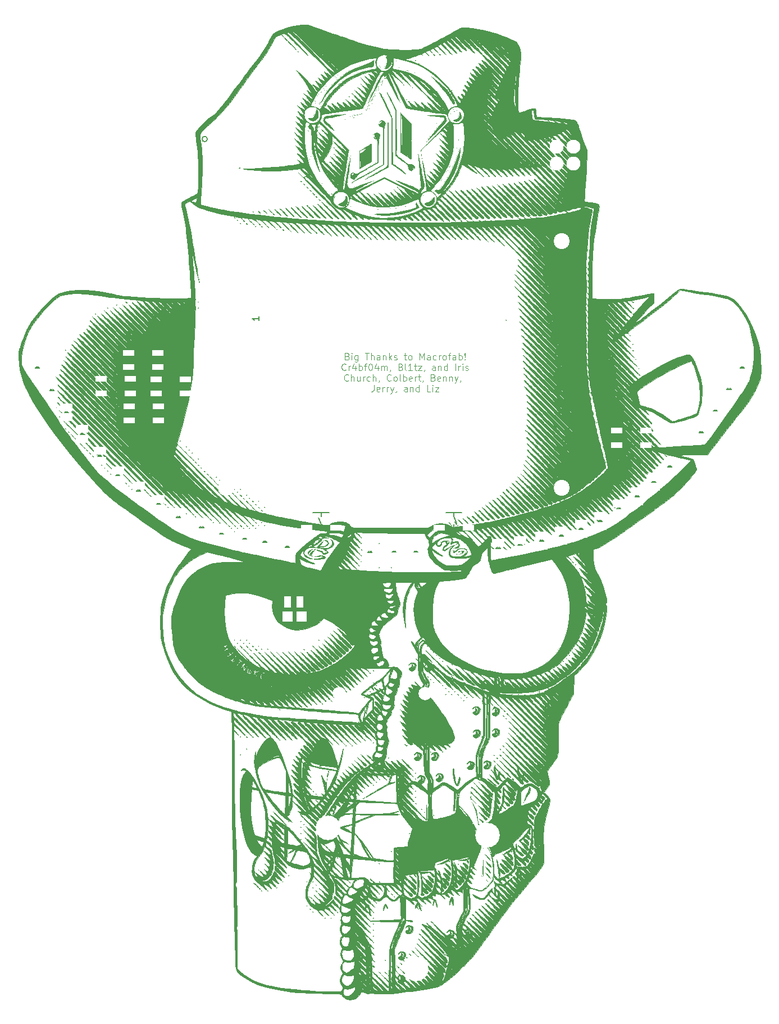
<source format=gto>
G04 #@! TF.FileFunction,Legend,Top*
%FSLAX46Y46*%
G04 Gerber Fmt 4.6, Leading zero omitted, Abs format (unit mm)*
G04 Created by KiCad (PCBNEW 4.0.7+dfsg1-1ubuntu2) date Fri May 11 22:40:50 2018*
%MOMM*%
%LPD*%
G01*
G04 APERTURE LIST*
%ADD10C,0.100000*%
%ADD11C,0.150000*%
%ADD12C,0.010000*%
%ADD13C,0.127000*%
%ADD14C,2.100000*%
%ADD15O,2.100000X2.100000*%
%ADD16C,5.400000*%
%ADD17C,1.299160*%
%ADD18R,1.598880X1.598880*%
%ADD19R,1.754000X0.901700*%
%ADD20O,1.050000X0.400000*%
%ADD21O,0.400000X1.050000*%
%ADD22R,2.000000X2.000000*%
%ADD23C,3.700000*%
%ADD24C,2.000000*%
%ADD25R,1.050000X1.200000*%
%ADD26R,1.100000X1.700000*%
%ADD27R,3.600000X0.900000*%
%ADD28C,2.400000*%
%ADD29C,1.390600*%
G04 APERTURE END LIST*
D10*
X119959523Y-76778571D02*
X120102380Y-76826190D01*
X120149999Y-76873810D01*
X120197618Y-76969048D01*
X120197618Y-77111905D01*
X120149999Y-77207143D01*
X120102380Y-77254762D01*
X120007142Y-77302381D01*
X119626189Y-77302381D01*
X119626189Y-76302381D01*
X119959523Y-76302381D01*
X120054761Y-76350000D01*
X120102380Y-76397619D01*
X120149999Y-76492857D01*
X120149999Y-76588095D01*
X120102380Y-76683333D01*
X120054761Y-76730952D01*
X119959523Y-76778571D01*
X119626189Y-76778571D01*
X120626189Y-77302381D02*
X120626189Y-76635714D01*
X120626189Y-76302381D02*
X120578570Y-76350000D01*
X120626189Y-76397619D01*
X120673808Y-76350000D01*
X120626189Y-76302381D01*
X120626189Y-76397619D01*
X121530951Y-76635714D02*
X121530951Y-77445238D01*
X121483332Y-77540476D01*
X121435713Y-77588095D01*
X121340474Y-77635714D01*
X121197617Y-77635714D01*
X121102379Y-77588095D01*
X121530951Y-77254762D02*
X121435713Y-77302381D01*
X121245236Y-77302381D01*
X121149998Y-77254762D01*
X121102379Y-77207143D01*
X121054760Y-77111905D01*
X121054760Y-76826190D01*
X121102379Y-76730952D01*
X121149998Y-76683333D01*
X121245236Y-76635714D01*
X121435713Y-76635714D01*
X121530951Y-76683333D01*
X122626189Y-76302381D02*
X123197618Y-76302381D01*
X122911903Y-77302381D02*
X122911903Y-76302381D01*
X123530951Y-77302381D02*
X123530951Y-76302381D01*
X123959523Y-77302381D02*
X123959523Y-76778571D01*
X123911904Y-76683333D01*
X123816666Y-76635714D01*
X123673808Y-76635714D01*
X123578570Y-76683333D01*
X123530951Y-76730952D01*
X124864285Y-77302381D02*
X124864285Y-76778571D01*
X124816666Y-76683333D01*
X124721428Y-76635714D01*
X124530951Y-76635714D01*
X124435713Y-76683333D01*
X124864285Y-77254762D02*
X124769047Y-77302381D01*
X124530951Y-77302381D01*
X124435713Y-77254762D01*
X124388094Y-77159524D01*
X124388094Y-77064286D01*
X124435713Y-76969048D01*
X124530951Y-76921429D01*
X124769047Y-76921429D01*
X124864285Y-76873810D01*
X125340475Y-76635714D02*
X125340475Y-77302381D01*
X125340475Y-76730952D02*
X125388094Y-76683333D01*
X125483332Y-76635714D01*
X125626190Y-76635714D01*
X125721428Y-76683333D01*
X125769047Y-76778571D01*
X125769047Y-77302381D01*
X126245237Y-77302381D02*
X126245237Y-76302381D01*
X126340475Y-76921429D02*
X126626190Y-77302381D01*
X126626190Y-76635714D02*
X126245237Y-77016667D01*
X127007142Y-77254762D02*
X127102380Y-77302381D01*
X127292856Y-77302381D01*
X127388095Y-77254762D01*
X127435714Y-77159524D01*
X127435714Y-77111905D01*
X127388095Y-77016667D01*
X127292856Y-76969048D01*
X127149999Y-76969048D01*
X127054761Y-76921429D01*
X127007142Y-76826190D01*
X127007142Y-76778571D01*
X127054761Y-76683333D01*
X127149999Y-76635714D01*
X127292856Y-76635714D01*
X127388095Y-76683333D01*
X128483333Y-76635714D02*
X128864285Y-76635714D01*
X128626190Y-76302381D02*
X128626190Y-77159524D01*
X128673809Y-77254762D01*
X128769047Y-77302381D01*
X128864285Y-77302381D01*
X129340476Y-77302381D02*
X129245238Y-77254762D01*
X129197619Y-77207143D01*
X129150000Y-77111905D01*
X129150000Y-76826190D01*
X129197619Y-76730952D01*
X129245238Y-76683333D01*
X129340476Y-76635714D01*
X129483334Y-76635714D01*
X129578572Y-76683333D01*
X129626191Y-76730952D01*
X129673810Y-76826190D01*
X129673810Y-77111905D01*
X129626191Y-77207143D01*
X129578572Y-77254762D01*
X129483334Y-77302381D01*
X129340476Y-77302381D01*
X130864286Y-77302381D02*
X130864286Y-76302381D01*
X131197620Y-77016667D01*
X131530953Y-76302381D01*
X131530953Y-77302381D01*
X132435715Y-77302381D02*
X132435715Y-76778571D01*
X132388096Y-76683333D01*
X132292858Y-76635714D01*
X132102381Y-76635714D01*
X132007143Y-76683333D01*
X132435715Y-77254762D02*
X132340477Y-77302381D01*
X132102381Y-77302381D01*
X132007143Y-77254762D01*
X131959524Y-77159524D01*
X131959524Y-77064286D01*
X132007143Y-76969048D01*
X132102381Y-76921429D01*
X132340477Y-76921429D01*
X132435715Y-76873810D01*
X133340477Y-77254762D02*
X133245239Y-77302381D01*
X133054762Y-77302381D01*
X132959524Y-77254762D01*
X132911905Y-77207143D01*
X132864286Y-77111905D01*
X132864286Y-76826190D01*
X132911905Y-76730952D01*
X132959524Y-76683333D01*
X133054762Y-76635714D01*
X133245239Y-76635714D01*
X133340477Y-76683333D01*
X133769048Y-77302381D02*
X133769048Y-76635714D01*
X133769048Y-76826190D02*
X133816667Y-76730952D01*
X133864286Y-76683333D01*
X133959524Y-76635714D01*
X134054763Y-76635714D01*
X134530953Y-77302381D02*
X134435715Y-77254762D01*
X134388096Y-77207143D01*
X134340477Y-77111905D01*
X134340477Y-76826190D01*
X134388096Y-76730952D01*
X134435715Y-76683333D01*
X134530953Y-76635714D01*
X134673811Y-76635714D01*
X134769049Y-76683333D01*
X134816668Y-76730952D01*
X134864287Y-76826190D01*
X134864287Y-77111905D01*
X134816668Y-77207143D01*
X134769049Y-77254762D01*
X134673811Y-77302381D01*
X134530953Y-77302381D01*
X135150001Y-76635714D02*
X135530953Y-76635714D01*
X135292858Y-77302381D02*
X135292858Y-76445238D01*
X135340477Y-76350000D01*
X135435715Y-76302381D01*
X135530953Y-76302381D01*
X136292859Y-77302381D02*
X136292859Y-76778571D01*
X136245240Y-76683333D01*
X136150002Y-76635714D01*
X135959525Y-76635714D01*
X135864287Y-76683333D01*
X136292859Y-77254762D02*
X136197621Y-77302381D01*
X135959525Y-77302381D01*
X135864287Y-77254762D01*
X135816668Y-77159524D01*
X135816668Y-77064286D01*
X135864287Y-76969048D01*
X135959525Y-76921429D01*
X136197621Y-76921429D01*
X136292859Y-76873810D01*
X136769049Y-77302381D02*
X136769049Y-76302381D01*
X136769049Y-76683333D02*
X136864287Y-76635714D01*
X137054764Y-76635714D01*
X137150002Y-76683333D01*
X137197621Y-76730952D01*
X137245240Y-76826190D01*
X137245240Y-77111905D01*
X137197621Y-77207143D01*
X137150002Y-77254762D01*
X137054764Y-77302381D01*
X136864287Y-77302381D01*
X136769049Y-77254762D01*
X137673811Y-77207143D02*
X137721430Y-77254762D01*
X137673811Y-77302381D01*
X137626192Y-77254762D01*
X137673811Y-77207143D01*
X137673811Y-77302381D01*
X137673811Y-76921429D02*
X137626192Y-76350000D01*
X137673811Y-76302381D01*
X137721430Y-76350000D01*
X137673811Y-76921429D01*
X137673811Y-76302381D01*
X119721428Y-78807143D02*
X119673809Y-78854762D01*
X119530952Y-78902381D01*
X119435714Y-78902381D01*
X119292856Y-78854762D01*
X119197618Y-78759524D01*
X119149999Y-78664286D01*
X119102380Y-78473810D01*
X119102380Y-78330952D01*
X119149999Y-78140476D01*
X119197618Y-78045238D01*
X119292856Y-77950000D01*
X119435714Y-77902381D01*
X119530952Y-77902381D01*
X119673809Y-77950000D01*
X119721428Y-77997619D01*
X120149999Y-78902381D02*
X120149999Y-78235714D01*
X120149999Y-78426190D02*
X120197618Y-78330952D01*
X120245237Y-78283333D01*
X120340475Y-78235714D01*
X120435714Y-78235714D01*
X121197619Y-78235714D02*
X121197619Y-78902381D01*
X120959523Y-77854762D02*
X120721428Y-78569048D01*
X121340476Y-78569048D01*
X121721428Y-78902381D02*
X121721428Y-77902381D01*
X121721428Y-78283333D02*
X121816666Y-78235714D01*
X122007143Y-78235714D01*
X122102381Y-78283333D01*
X122150000Y-78330952D01*
X122197619Y-78426190D01*
X122197619Y-78711905D01*
X122150000Y-78807143D01*
X122102381Y-78854762D01*
X122007143Y-78902381D01*
X121816666Y-78902381D01*
X121721428Y-78854762D01*
X122483333Y-78235714D02*
X122864285Y-78235714D01*
X122626190Y-78902381D02*
X122626190Y-78045238D01*
X122673809Y-77950000D01*
X122769047Y-77902381D01*
X122864285Y-77902381D01*
X123388095Y-77902381D02*
X123483334Y-77902381D01*
X123578572Y-77950000D01*
X123626191Y-77997619D01*
X123673810Y-78092857D01*
X123721429Y-78283333D01*
X123721429Y-78521429D01*
X123673810Y-78711905D01*
X123626191Y-78807143D01*
X123578572Y-78854762D01*
X123483334Y-78902381D01*
X123388095Y-78902381D01*
X123292857Y-78854762D01*
X123245238Y-78807143D01*
X123197619Y-78711905D01*
X123150000Y-78521429D01*
X123150000Y-78283333D01*
X123197619Y-78092857D01*
X123245238Y-77997619D01*
X123292857Y-77950000D01*
X123388095Y-77902381D01*
X124578572Y-78235714D02*
X124578572Y-78902381D01*
X124340476Y-77854762D02*
X124102381Y-78569048D01*
X124721429Y-78569048D01*
X125102381Y-78902381D02*
X125102381Y-78235714D01*
X125102381Y-78330952D02*
X125150000Y-78283333D01*
X125245238Y-78235714D01*
X125388096Y-78235714D01*
X125483334Y-78283333D01*
X125530953Y-78378571D01*
X125530953Y-78902381D01*
X125530953Y-78378571D02*
X125578572Y-78283333D01*
X125673810Y-78235714D01*
X125816667Y-78235714D01*
X125911905Y-78283333D01*
X125959524Y-78378571D01*
X125959524Y-78902381D01*
X126483333Y-78854762D02*
X126483333Y-78902381D01*
X126435714Y-78997619D01*
X126388095Y-79045238D01*
X128007143Y-78378571D02*
X128150000Y-78426190D01*
X128197619Y-78473810D01*
X128245238Y-78569048D01*
X128245238Y-78711905D01*
X128197619Y-78807143D01*
X128150000Y-78854762D01*
X128054762Y-78902381D01*
X127673809Y-78902381D01*
X127673809Y-77902381D01*
X128007143Y-77902381D01*
X128102381Y-77950000D01*
X128150000Y-77997619D01*
X128197619Y-78092857D01*
X128197619Y-78188095D01*
X128150000Y-78283333D01*
X128102381Y-78330952D01*
X128007143Y-78378571D01*
X127673809Y-78378571D01*
X128816666Y-78902381D02*
X128721428Y-78854762D01*
X128673809Y-78759524D01*
X128673809Y-77902381D01*
X129721429Y-78902381D02*
X129150000Y-78902381D01*
X129435714Y-78902381D02*
X129435714Y-77902381D01*
X129340476Y-78045238D01*
X129245238Y-78140476D01*
X129150000Y-78188095D01*
X130007143Y-78235714D02*
X130388095Y-78235714D01*
X130150000Y-77902381D02*
X130150000Y-78759524D01*
X130197619Y-78854762D01*
X130292857Y-78902381D01*
X130388095Y-78902381D01*
X130626191Y-78235714D02*
X131150001Y-78235714D01*
X130626191Y-78902381D01*
X131150001Y-78902381D01*
X131578572Y-78854762D02*
X131578572Y-78902381D01*
X131530953Y-78997619D01*
X131483334Y-79045238D01*
X133197620Y-78902381D02*
X133197620Y-78378571D01*
X133150001Y-78283333D01*
X133054763Y-78235714D01*
X132864286Y-78235714D01*
X132769048Y-78283333D01*
X133197620Y-78854762D02*
X133102382Y-78902381D01*
X132864286Y-78902381D01*
X132769048Y-78854762D01*
X132721429Y-78759524D01*
X132721429Y-78664286D01*
X132769048Y-78569048D01*
X132864286Y-78521429D01*
X133102382Y-78521429D01*
X133197620Y-78473810D01*
X133673810Y-78235714D02*
X133673810Y-78902381D01*
X133673810Y-78330952D02*
X133721429Y-78283333D01*
X133816667Y-78235714D01*
X133959525Y-78235714D01*
X134054763Y-78283333D01*
X134102382Y-78378571D01*
X134102382Y-78902381D01*
X135007144Y-78902381D02*
X135007144Y-77902381D01*
X135007144Y-78854762D02*
X134911906Y-78902381D01*
X134721429Y-78902381D01*
X134626191Y-78854762D01*
X134578572Y-78807143D01*
X134530953Y-78711905D01*
X134530953Y-78426190D01*
X134578572Y-78330952D01*
X134626191Y-78283333D01*
X134721429Y-78235714D01*
X134911906Y-78235714D01*
X135007144Y-78283333D01*
X136245239Y-78902381D02*
X136245239Y-77902381D01*
X136721429Y-78902381D02*
X136721429Y-78235714D01*
X136721429Y-78426190D02*
X136769048Y-78330952D01*
X136816667Y-78283333D01*
X136911905Y-78235714D01*
X137007144Y-78235714D01*
X137340477Y-78902381D02*
X137340477Y-78235714D01*
X137340477Y-77902381D02*
X137292858Y-77950000D01*
X137340477Y-77997619D01*
X137388096Y-77950000D01*
X137340477Y-77902381D01*
X137340477Y-77997619D01*
X137769048Y-78854762D02*
X137864286Y-78902381D01*
X138054762Y-78902381D01*
X138150001Y-78854762D01*
X138197620Y-78759524D01*
X138197620Y-78711905D01*
X138150001Y-78616667D01*
X138054762Y-78569048D01*
X137911905Y-78569048D01*
X137816667Y-78521429D01*
X137769048Y-78426190D01*
X137769048Y-78378571D01*
X137816667Y-78283333D01*
X137911905Y-78235714D01*
X138054762Y-78235714D01*
X138150001Y-78283333D01*
X120102380Y-80407143D02*
X120054761Y-80454762D01*
X119911904Y-80502381D01*
X119816666Y-80502381D01*
X119673808Y-80454762D01*
X119578570Y-80359524D01*
X119530951Y-80264286D01*
X119483332Y-80073810D01*
X119483332Y-79930952D01*
X119530951Y-79740476D01*
X119578570Y-79645238D01*
X119673808Y-79550000D01*
X119816666Y-79502381D01*
X119911904Y-79502381D01*
X120054761Y-79550000D01*
X120102380Y-79597619D01*
X120530951Y-80502381D02*
X120530951Y-79502381D01*
X120959523Y-80502381D02*
X120959523Y-79978571D01*
X120911904Y-79883333D01*
X120816666Y-79835714D01*
X120673808Y-79835714D01*
X120578570Y-79883333D01*
X120530951Y-79930952D01*
X121864285Y-79835714D02*
X121864285Y-80502381D01*
X121435713Y-79835714D02*
X121435713Y-80359524D01*
X121483332Y-80454762D01*
X121578570Y-80502381D01*
X121721428Y-80502381D01*
X121816666Y-80454762D01*
X121864285Y-80407143D01*
X122340475Y-80502381D02*
X122340475Y-79835714D01*
X122340475Y-80026190D02*
X122388094Y-79930952D01*
X122435713Y-79883333D01*
X122530951Y-79835714D01*
X122626190Y-79835714D01*
X123388095Y-80454762D02*
X123292857Y-80502381D01*
X123102380Y-80502381D01*
X123007142Y-80454762D01*
X122959523Y-80407143D01*
X122911904Y-80311905D01*
X122911904Y-80026190D01*
X122959523Y-79930952D01*
X123007142Y-79883333D01*
X123102380Y-79835714D01*
X123292857Y-79835714D01*
X123388095Y-79883333D01*
X123816666Y-80502381D02*
X123816666Y-79502381D01*
X124245238Y-80502381D02*
X124245238Y-79978571D01*
X124197619Y-79883333D01*
X124102381Y-79835714D01*
X123959523Y-79835714D01*
X123864285Y-79883333D01*
X123816666Y-79930952D01*
X124769047Y-80454762D02*
X124769047Y-80502381D01*
X124721428Y-80597619D01*
X124673809Y-80645238D01*
X126530952Y-80407143D02*
X126483333Y-80454762D01*
X126340476Y-80502381D01*
X126245238Y-80502381D01*
X126102380Y-80454762D01*
X126007142Y-80359524D01*
X125959523Y-80264286D01*
X125911904Y-80073810D01*
X125911904Y-79930952D01*
X125959523Y-79740476D01*
X126007142Y-79645238D01*
X126102380Y-79550000D01*
X126245238Y-79502381D01*
X126340476Y-79502381D01*
X126483333Y-79550000D01*
X126530952Y-79597619D01*
X127102380Y-80502381D02*
X127007142Y-80454762D01*
X126959523Y-80407143D01*
X126911904Y-80311905D01*
X126911904Y-80026190D01*
X126959523Y-79930952D01*
X127007142Y-79883333D01*
X127102380Y-79835714D01*
X127245238Y-79835714D01*
X127340476Y-79883333D01*
X127388095Y-79930952D01*
X127435714Y-80026190D01*
X127435714Y-80311905D01*
X127388095Y-80407143D01*
X127340476Y-80454762D01*
X127245238Y-80502381D01*
X127102380Y-80502381D01*
X128007142Y-80502381D02*
X127911904Y-80454762D01*
X127864285Y-80359524D01*
X127864285Y-79502381D01*
X128388095Y-80502381D02*
X128388095Y-79502381D01*
X128388095Y-79883333D02*
X128483333Y-79835714D01*
X128673810Y-79835714D01*
X128769048Y-79883333D01*
X128816667Y-79930952D01*
X128864286Y-80026190D01*
X128864286Y-80311905D01*
X128816667Y-80407143D01*
X128769048Y-80454762D01*
X128673810Y-80502381D01*
X128483333Y-80502381D01*
X128388095Y-80454762D01*
X129673810Y-80454762D02*
X129578572Y-80502381D01*
X129388095Y-80502381D01*
X129292857Y-80454762D01*
X129245238Y-80359524D01*
X129245238Y-79978571D01*
X129292857Y-79883333D01*
X129388095Y-79835714D01*
X129578572Y-79835714D01*
X129673810Y-79883333D01*
X129721429Y-79978571D01*
X129721429Y-80073810D01*
X129245238Y-80169048D01*
X130150000Y-80502381D02*
X130150000Y-79835714D01*
X130150000Y-80026190D02*
X130197619Y-79930952D01*
X130245238Y-79883333D01*
X130340476Y-79835714D01*
X130435715Y-79835714D01*
X130626191Y-79835714D02*
X131007143Y-79835714D01*
X130769048Y-79502381D02*
X130769048Y-80359524D01*
X130816667Y-80454762D01*
X130911905Y-80502381D01*
X131007143Y-80502381D01*
X131388096Y-80454762D02*
X131388096Y-80502381D01*
X131340477Y-80597619D01*
X131292858Y-80645238D01*
X132911906Y-79978571D02*
X133054763Y-80026190D01*
X133102382Y-80073810D01*
X133150001Y-80169048D01*
X133150001Y-80311905D01*
X133102382Y-80407143D01*
X133054763Y-80454762D01*
X132959525Y-80502381D01*
X132578572Y-80502381D01*
X132578572Y-79502381D01*
X132911906Y-79502381D01*
X133007144Y-79550000D01*
X133054763Y-79597619D01*
X133102382Y-79692857D01*
X133102382Y-79788095D01*
X133054763Y-79883333D01*
X133007144Y-79930952D01*
X132911906Y-79978571D01*
X132578572Y-79978571D01*
X133959525Y-80454762D02*
X133864287Y-80502381D01*
X133673810Y-80502381D01*
X133578572Y-80454762D01*
X133530953Y-80359524D01*
X133530953Y-79978571D01*
X133578572Y-79883333D01*
X133673810Y-79835714D01*
X133864287Y-79835714D01*
X133959525Y-79883333D01*
X134007144Y-79978571D01*
X134007144Y-80073810D01*
X133530953Y-80169048D01*
X134435715Y-79835714D02*
X134435715Y-80502381D01*
X134435715Y-79930952D02*
X134483334Y-79883333D01*
X134578572Y-79835714D01*
X134721430Y-79835714D01*
X134816668Y-79883333D01*
X134864287Y-79978571D01*
X134864287Y-80502381D01*
X135340477Y-79835714D02*
X135340477Y-80502381D01*
X135340477Y-79930952D02*
X135388096Y-79883333D01*
X135483334Y-79835714D01*
X135626192Y-79835714D01*
X135721430Y-79883333D01*
X135769049Y-79978571D01*
X135769049Y-80502381D01*
X136150001Y-79835714D02*
X136388096Y-80502381D01*
X136626192Y-79835714D02*
X136388096Y-80502381D01*
X136292858Y-80740476D01*
X136245239Y-80788095D01*
X136150001Y-80835714D01*
X137054763Y-80454762D02*
X137054763Y-80502381D01*
X137007144Y-80597619D01*
X136959525Y-80645238D01*
X123959524Y-81102381D02*
X123959524Y-81816667D01*
X123911904Y-81959524D01*
X123816666Y-82054762D01*
X123673809Y-82102381D01*
X123578571Y-82102381D01*
X124816667Y-82054762D02*
X124721429Y-82102381D01*
X124530952Y-82102381D01*
X124435714Y-82054762D01*
X124388095Y-81959524D01*
X124388095Y-81578571D01*
X124435714Y-81483333D01*
X124530952Y-81435714D01*
X124721429Y-81435714D01*
X124816667Y-81483333D01*
X124864286Y-81578571D01*
X124864286Y-81673810D01*
X124388095Y-81769048D01*
X125292857Y-82102381D02*
X125292857Y-81435714D01*
X125292857Y-81626190D02*
X125340476Y-81530952D01*
X125388095Y-81483333D01*
X125483333Y-81435714D01*
X125578572Y-81435714D01*
X125911905Y-82102381D02*
X125911905Y-81435714D01*
X125911905Y-81626190D02*
X125959524Y-81530952D01*
X126007143Y-81483333D01*
X126102381Y-81435714D01*
X126197620Y-81435714D01*
X126435715Y-81435714D02*
X126673810Y-82102381D01*
X126911906Y-81435714D02*
X126673810Y-82102381D01*
X126578572Y-82340476D01*
X126530953Y-82388095D01*
X126435715Y-82435714D01*
X127340477Y-82054762D02*
X127340477Y-82102381D01*
X127292858Y-82197619D01*
X127245239Y-82245238D01*
X128959525Y-82102381D02*
X128959525Y-81578571D01*
X128911906Y-81483333D01*
X128816668Y-81435714D01*
X128626191Y-81435714D01*
X128530953Y-81483333D01*
X128959525Y-82054762D02*
X128864287Y-82102381D01*
X128626191Y-82102381D01*
X128530953Y-82054762D01*
X128483334Y-81959524D01*
X128483334Y-81864286D01*
X128530953Y-81769048D01*
X128626191Y-81721429D01*
X128864287Y-81721429D01*
X128959525Y-81673810D01*
X129435715Y-81435714D02*
X129435715Y-82102381D01*
X129435715Y-81530952D02*
X129483334Y-81483333D01*
X129578572Y-81435714D01*
X129721430Y-81435714D01*
X129816668Y-81483333D01*
X129864287Y-81578571D01*
X129864287Y-82102381D01*
X130769049Y-82102381D02*
X130769049Y-81102381D01*
X130769049Y-82054762D02*
X130673811Y-82102381D01*
X130483334Y-82102381D01*
X130388096Y-82054762D01*
X130340477Y-82007143D01*
X130292858Y-81911905D01*
X130292858Y-81626190D01*
X130340477Y-81530952D01*
X130388096Y-81483333D01*
X130483334Y-81435714D01*
X130673811Y-81435714D01*
X130769049Y-81483333D01*
X132483335Y-82102381D02*
X132007144Y-82102381D01*
X132007144Y-81102381D01*
X132816668Y-82102381D02*
X132816668Y-81435714D01*
X132816668Y-81102381D02*
X132769049Y-81150000D01*
X132816668Y-81197619D01*
X132864287Y-81150000D01*
X132816668Y-81102381D01*
X132816668Y-81197619D01*
X133197620Y-81435714D02*
X133721430Y-81435714D01*
X133197620Y-82102381D01*
X133721430Y-82102381D01*
X125833334Y-35757143D02*
X125785715Y-35804762D01*
X125642858Y-35852381D01*
X125547620Y-35852381D01*
X125404762Y-35804762D01*
X125309524Y-35709524D01*
X125261905Y-35614286D01*
X125214286Y-35423810D01*
X125214286Y-35280952D01*
X125261905Y-35090476D01*
X125309524Y-34995238D01*
X125404762Y-34900000D01*
X125547620Y-34852381D01*
X125642858Y-34852381D01*
X125785715Y-34900000D01*
X125833334Y-34947619D01*
X126214286Y-35804762D02*
X126357143Y-35852381D01*
X126595239Y-35852381D01*
X126690477Y-35804762D01*
X126738096Y-35757143D01*
X126785715Y-35661905D01*
X126785715Y-35566667D01*
X126738096Y-35471429D01*
X126690477Y-35423810D01*
X126595239Y-35376190D01*
X126404762Y-35328571D01*
X126309524Y-35280952D01*
X126261905Y-35233333D01*
X126214286Y-35138095D01*
X126214286Y-35042857D01*
X126261905Y-34947619D01*
X126309524Y-34900000D01*
X126404762Y-34852381D01*
X126642858Y-34852381D01*
X126785715Y-34900000D01*
D11*
X150660000Y-43960000D02*
G75*
G03X150660000Y-43960000I-400000J0D01*
G01*
D12*
G36*
X113637259Y-26807648D02*
X113810970Y-26827624D01*
X114004083Y-26867170D01*
X114238908Y-26932125D01*
X114537755Y-27028331D01*
X114922935Y-27161626D01*
X115416757Y-27337850D01*
X115722985Y-27448067D01*
X116341953Y-27669018D01*
X117027402Y-27910245D01*
X117730457Y-28154773D01*
X118402240Y-28385631D01*
X118993876Y-28585845D01*
X119134926Y-28632910D01*
X119682179Y-28815645D01*
X120257296Y-29009131D01*
X120817941Y-29199026D01*
X121321778Y-29370987D01*
X121726472Y-29510673D01*
X121746671Y-29517712D01*
X122874396Y-29874682D01*
X124041433Y-30177265D01*
X125174840Y-30406878D01*
X125352239Y-30436251D01*
X125742620Y-30484396D01*
X126251333Y-30525877D01*
X126845178Y-30559819D01*
X127490956Y-30585347D01*
X128155468Y-30601586D01*
X128805515Y-30607662D01*
X129407896Y-30602701D01*
X129929413Y-30585827D01*
X130244194Y-30565119D01*
X130559842Y-30534985D01*
X130810541Y-30499792D01*
X131033699Y-30447963D01*
X131266723Y-30367922D01*
X131547020Y-30248091D01*
X131911999Y-30076894D01*
X132075951Y-29998235D01*
X132440791Y-29816423D01*
X132903294Y-29576147D01*
X133430110Y-29295301D01*
X133987888Y-28991777D01*
X134543279Y-28683470D01*
X134859676Y-28504669D01*
X135473193Y-28155734D01*
X135610401Y-28078474D01*
X137455381Y-28078474D01*
X137456387Y-28079497D01*
X137518910Y-28143699D01*
X137668031Y-28297454D01*
X137884917Y-28521326D01*
X138150734Y-28795876D01*
X138322009Y-28972851D01*
X138652161Y-29314696D01*
X138902565Y-29577182D01*
X139099147Y-29789708D01*
X139267833Y-29981672D01*
X139434549Y-30182472D01*
X139625220Y-30421508D01*
X139832600Y-30685793D01*
X140096888Y-31013927D01*
X140339623Y-31297763D01*
X140542124Y-31516846D01*
X140685711Y-31650723D01*
X140743301Y-31682912D01*
X140842676Y-31734320D01*
X141027867Y-31876398D01*
X141279880Y-32090928D01*
X141579717Y-32359692D01*
X141908384Y-32664471D01*
X142246884Y-32987046D01*
X142576221Y-33309200D01*
X142877400Y-33612714D01*
X143131424Y-33879370D01*
X143319297Y-34090949D01*
X143422024Y-34229232D01*
X143435523Y-34264933D01*
X143472101Y-34336961D01*
X143550025Y-34306847D01*
X143621581Y-34195180D01*
X143625761Y-34182839D01*
X143626074Y-34070943D01*
X143544777Y-33936013D01*
X143363045Y-33749853D01*
X143295484Y-33688199D01*
X143028440Y-33437949D01*
X142693123Y-33108807D01*
X142322588Y-32734699D01*
X141949891Y-32349548D01*
X141608090Y-31987279D01*
X141330240Y-31681817D01*
X141245324Y-31584207D01*
X141055796Y-31380337D01*
X140789802Y-31117826D01*
X140487255Y-30835247D01*
X140270591Y-30642233D01*
X139833223Y-30257841D01*
X139434070Y-29897768D01*
X139036445Y-29527937D01*
X138603661Y-29114268D01*
X138146331Y-28669031D01*
X138026138Y-28552934D01*
X138875098Y-28552934D01*
X138939423Y-28635097D01*
X139108886Y-28821616D01*
X139303284Y-29027798D01*
X139551194Y-29287712D01*
X139765414Y-29511315D01*
X139921553Y-29673213D01*
X139992262Y-29745172D01*
X140074181Y-29833455D01*
X140230326Y-30008588D01*
X140435896Y-30242579D01*
X140600917Y-30432162D01*
X140903484Y-30767245D01*
X141253129Y-31133585D01*
X141589105Y-31468076D01*
X141693730Y-31567349D01*
X141973806Y-31833532D01*
X142283145Y-32135828D01*
X142603367Y-32455302D01*
X142916093Y-32773017D01*
X143202942Y-33070038D01*
X143445533Y-33327428D01*
X143625487Y-33526251D01*
X143724423Y-33647571D01*
X143737765Y-33673210D01*
X143777002Y-33733651D01*
X143856469Y-33697197D01*
X143925229Y-33588129D01*
X143926892Y-33583055D01*
X143920832Y-33516536D01*
X143863073Y-33412653D01*
X143743420Y-33259974D01*
X143551680Y-33047065D01*
X143277659Y-32762495D01*
X142911165Y-32394831D01*
X142548270Y-32036852D01*
X142137451Y-31634688D01*
X141736081Y-31243849D01*
X141364876Y-30884351D01*
X141044550Y-30576209D01*
X140795819Y-30339439D01*
X140668060Y-30220138D01*
X140404602Y-29975542D01*
X140085622Y-29675310D01*
X139764259Y-29369578D01*
X139634826Y-29245297D01*
X139348163Y-28971367D01*
X140219092Y-28971367D01*
X140235102Y-29006378D01*
X140353063Y-29143871D01*
X140572309Y-29382843D01*
X140892173Y-29722294D01*
X141311989Y-30161223D01*
X141831089Y-30698628D01*
X142086602Y-30961734D01*
X142667060Y-31561569D01*
X143145645Y-32062765D01*
X143529110Y-32472491D01*
X143824209Y-32797918D01*
X143928359Y-32916896D01*
X144069165Y-33073413D01*
X144149059Y-33126039D01*
X144204620Y-33087031D01*
X144242853Y-33022275D01*
X144274701Y-32933431D01*
X144251861Y-32841505D01*
X144235317Y-32820225D01*
X145570480Y-32820225D01*
X145582395Y-32927863D01*
X145608723Y-32915001D01*
X145618737Y-32759770D01*
X145608723Y-32725449D01*
X145581049Y-32715924D01*
X145570480Y-32820225D01*
X144235317Y-32820225D01*
X144156265Y-32718547D01*
X143969846Y-32536603D01*
X143869164Y-32444114D01*
X143624258Y-32221013D01*
X143397655Y-32014871D01*
X143232512Y-31864941D01*
X143213476Y-31847705D01*
X143105569Y-31745968D01*
X142907194Y-31554953D01*
X142635949Y-31291764D01*
X142309431Y-30973506D01*
X141945239Y-30617283D01*
X141691642Y-30368567D01*
X141187897Y-29876156D01*
X140789436Y-29491231D01*
X140653049Y-29361994D01*
X141468031Y-29361994D01*
X141470498Y-29364711D01*
X141530426Y-29425841D01*
X141681135Y-29579560D01*
X141907240Y-29810179D01*
X142193360Y-30102007D01*
X142524110Y-30439353D01*
X142715648Y-30634711D01*
X143082151Y-31011081D01*
X143428037Y-31371030D01*
X143733763Y-31693851D01*
X143979784Y-31958834D01*
X144146555Y-32145272D01*
X144187289Y-32193954D01*
X144350451Y-32379733D01*
X144460404Y-32453885D01*
X144543630Y-32433797D01*
X144547662Y-32430551D01*
X144571308Y-32373671D01*
X144527604Y-32279654D01*
X144403248Y-32131754D01*
X144184943Y-31913226D01*
X143991265Y-31729956D01*
X143694445Y-31448656D01*
X143330708Y-31098083D01*
X142939747Y-30716805D01*
X142561255Y-30343390D01*
X142440746Y-30223359D01*
X142140893Y-29926966D01*
X142069624Y-29858125D01*
X142913539Y-29858125D01*
X142991289Y-29945681D01*
X143151659Y-30115624D01*
X143382627Y-30355254D01*
X143672173Y-30651869D01*
X143737753Y-30718642D01*
X144145358Y-31130861D01*
X144457757Y-31441577D01*
X144673208Y-31649179D01*
X144789967Y-31752057D01*
X144806292Y-31748603D01*
X144720440Y-31637206D01*
X144679364Y-31588235D01*
X144560786Y-31459838D01*
X144359213Y-31253135D01*
X144101393Y-30994471D01*
X143814072Y-30710190D01*
X143523998Y-30426636D01*
X143257919Y-30170155D01*
X143042582Y-29967089D01*
X142930429Y-29865657D01*
X142926234Y-29863786D01*
X143819594Y-29863786D01*
X143838422Y-29903050D01*
X143880777Y-29957986D01*
X143991446Y-30075864D01*
X144040845Y-30075351D01*
X144042090Y-30062046D01*
X143990276Y-29998756D01*
X143909403Y-29929360D01*
X143819594Y-29863786D01*
X142926234Y-29863786D01*
X142913539Y-29858125D01*
X142069624Y-29858125D01*
X141877275Y-29672329D01*
X141797673Y-29597837D01*
X142601493Y-29597837D01*
X142639403Y-29635748D01*
X142677314Y-29597837D01*
X142639403Y-29559927D01*
X142601493Y-29597837D01*
X141797673Y-29597837D01*
X141668785Y-29477224D01*
X141534315Y-29359428D01*
X141493910Y-29332464D01*
X141468031Y-29361994D01*
X140653049Y-29361994D01*
X140495592Y-29212792D01*
X140418869Y-29142912D01*
X141236717Y-29142912D01*
X141274627Y-29180822D01*
X141312538Y-29142912D01*
X141274627Y-29105001D01*
X141236717Y-29142912D01*
X140418869Y-29142912D01*
X140305700Y-29039838D01*
X140219092Y-28971367D01*
X139348163Y-28971367D01*
X139295775Y-28921307D01*
X139054992Y-28697166D01*
X138914193Y-28573999D01*
X138875098Y-28552934D01*
X138026138Y-28552934D01*
X137893376Y-28424698D01*
X137680051Y-28225054D01*
X137529183Y-28091027D01*
X137464030Y-28043509D01*
X137455381Y-28078474D01*
X135610401Y-28078474D01*
X135972118Y-27874796D01*
X136373677Y-27654891D01*
X136695097Y-27489058D01*
X136953606Y-27370332D01*
X137166429Y-27291751D01*
X137350795Y-27246352D01*
X137523929Y-27227173D01*
X137703059Y-27227250D01*
X137905412Y-27239622D01*
X137976418Y-27244929D01*
X138790024Y-27334887D01*
X139694610Y-27485219D01*
X140646538Y-27686488D01*
X141602171Y-27929256D01*
X142517871Y-28204089D01*
X142714298Y-28269502D01*
X143343052Y-28489973D01*
X143919915Y-28705590D01*
X144427367Y-28908941D01*
X144847886Y-29092618D01*
X145163948Y-29249210D01*
X145358032Y-29371307D01*
X145391211Y-29401553D01*
X145508280Y-29561534D01*
X145656709Y-29810587D01*
X145807092Y-30098848D01*
X145827569Y-30141478D01*
X145919709Y-30346889D01*
X145991056Y-30542938D01*
X146041956Y-30748289D01*
X146072753Y-30981608D01*
X146083791Y-31261559D01*
X146075415Y-31606810D01*
X146047969Y-32036024D01*
X146001799Y-32567868D01*
X145937248Y-33221006D01*
X145892410Y-33654255D01*
X145828309Y-34330486D01*
X145772452Y-35043260D01*
X145725431Y-35772716D01*
X145687833Y-36498992D01*
X145660248Y-37202228D01*
X145643264Y-37862562D01*
X145637471Y-38460133D01*
X145643457Y-38975080D01*
X145661811Y-39387543D01*
X145693123Y-39677658D01*
X145711302Y-39761954D01*
X145757700Y-39917323D01*
X145810398Y-40017993D01*
X145893101Y-40063861D01*
X146029514Y-40054825D01*
X146243341Y-39990781D01*
X146286009Y-39974638D01*
X147703645Y-39974638D01*
X147721361Y-40237931D01*
X147757941Y-40520463D01*
X147818318Y-40873891D01*
X147879705Y-41084227D01*
X147944677Y-41160011D01*
X147950814Y-41160524D01*
X148068678Y-41170014D01*
X148301327Y-41195510D01*
X148613294Y-41232548D01*
X148969109Y-41276663D01*
X149333305Y-41323392D01*
X149670414Y-41368270D01*
X149944966Y-41406836D01*
X150103179Y-41431407D01*
X150271166Y-41454370D01*
X150316042Y-41431282D01*
X150263261Y-41346472D01*
X150256128Y-41337253D01*
X150187329Y-41244271D01*
X150215542Y-41255529D01*
X150298620Y-41323293D01*
X150480338Y-41438930D01*
X150707832Y-41503240D01*
X151031788Y-41530160D01*
X151053417Y-41530833D01*
X151354594Y-41539628D01*
X151202558Y-41387592D01*
X151040284Y-41301855D01*
X150802946Y-41240861D01*
X151147064Y-41240861D01*
X151319361Y-41424263D01*
X151576310Y-41588103D01*
X151804336Y-41636221D01*
X152030223Y-41657552D01*
X152201993Y-41674981D01*
X152229023Y-41678023D01*
X152265842Y-41647748D01*
X152181504Y-41538701D01*
X152153203Y-41510795D01*
X152039339Y-41439040D01*
X152347374Y-41439040D01*
X152385515Y-41505485D01*
X152509429Y-41599470D01*
X152571941Y-41615449D01*
X152696419Y-41668546D01*
X152761493Y-41729180D01*
X152879549Y-41810330D01*
X153021145Y-41842519D01*
X153123598Y-41817537D01*
X153134656Y-41792364D01*
X153848259Y-41792364D01*
X153858667Y-41837440D01*
X153898806Y-41842912D01*
X153961216Y-41815170D01*
X153949354Y-41792364D01*
X153859372Y-41783290D01*
X153848259Y-41792364D01*
X153134656Y-41792364D01*
X153140597Y-41778842D01*
X153072783Y-41655643D01*
X152898585Y-41538696D01*
X152661868Y-41454747D01*
X152584739Y-41439922D01*
X152404671Y-41419207D01*
X152347374Y-41439040D01*
X152039339Y-41439040D01*
X151926792Y-41368115D01*
X151597424Y-41290444D01*
X151556219Y-41285591D01*
X151147064Y-41240861D01*
X150802946Y-41240861D01*
X150747761Y-41226679D01*
X150346186Y-41164862D01*
X149856753Y-41119203D01*
X149300659Y-41092499D01*
X148922866Y-41086659D01*
X148554898Y-41072871D01*
X148317244Y-41035266D01*
X148229096Y-40989927D01*
X148185335Y-40872515D01*
X148140267Y-40648370D01*
X148102513Y-40362077D01*
X148097173Y-40307539D01*
X148064296Y-40006923D01*
X148028002Y-39828399D01*
X147978645Y-39742544D01*
X147906580Y-39719936D01*
X147904522Y-39719927D01*
X147790750Y-39740080D01*
X147725283Y-39816836D01*
X147703645Y-39974638D01*
X146286009Y-39974638D01*
X146558287Y-39871627D01*
X146847463Y-39757020D01*
X147173910Y-39643807D01*
X147514686Y-39552780D01*
X147834739Y-39490134D01*
X148099017Y-39462061D01*
X148272469Y-39474756D01*
X148313831Y-39497909D01*
X148334544Y-39583317D01*
X148365148Y-39781373D01*
X148399929Y-40053888D01*
X148409480Y-40136942D01*
X148477612Y-40743509D01*
X149956120Y-40793969D01*
X150526528Y-40820380D01*
X151149932Y-40860845D01*
X151770194Y-40910985D01*
X152331175Y-40966420D01*
X152635300Y-41002938D01*
X153047178Y-41054305D01*
X153406728Y-41093465D01*
X153686910Y-41117920D01*
X153860685Y-41125176D01*
X153903073Y-41119976D01*
X154024300Y-41121738D01*
X154201491Y-41201675D01*
X154383841Y-41330282D01*
X154520543Y-41478053D01*
X154521090Y-41478887D01*
X154584979Y-41613411D01*
X154680902Y-41861033D01*
X154797179Y-42189646D01*
X154922128Y-42567144D01*
X154956985Y-42676942D01*
X155118461Y-43170402D01*
X155310871Y-43727839D01*
X155508493Y-44276111D01*
X155663654Y-44686195D01*
X156048483Y-45671867D01*
X156054092Y-46619628D01*
X156049187Y-47024816D01*
X156031045Y-47567637D01*
X156000421Y-48234728D01*
X155958069Y-49012726D01*
X155904743Y-49888270D01*
X155841198Y-50847996D01*
X155768187Y-51878542D01*
X155722382Y-52495748D01*
X155699830Y-52852108D01*
X155689026Y-53151408D01*
X155690531Y-53362414D01*
X155704909Y-53453889D01*
X155705097Y-53454073D01*
X155795934Y-53482022D01*
X156006773Y-53523255D01*
X156307124Y-53572423D01*
X156666496Y-53624179D01*
X156703110Y-53629105D01*
X157203222Y-53705746D01*
X157553720Y-53782089D01*
X157756630Y-53858605D01*
X157789708Y-53882276D01*
X157856088Y-53967577D01*
X157893501Y-54091185D01*
X157900593Y-54272972D01*
X157876004Y-54532809D01*
X157818380Y-54890566D01*
X157726362Y-55366113D01*
X157669523Y-55642315D01*
X157591844Y-56051737D01*
X157503020Y-56580835D01*
X157407340Y-57198431D01*
X157309095Y-57873347D01*
X157212574Y-58574404D01*
X157122069Y-59270424D01*
X157041868Y-59930229D01*
X156976262Y-60522641D01*
X156929541Y-61016482D01*
X156928791Y-61025598D01*
X156914249Y-61279363D01*
X156900639Y-61663072D01*
X156888344Y-62155028D01*
X156877747Y-62733532D01*
X156869232Y-63376890D01*
X156863182Y-64063402D01*
X156859979Y-64771372D01*
X156859682Y-64938528D01*
X156855821Y-68055339D01*
X157321869Y-68104051D01*
X157537914Y-68118599D01*
X157875248Y-68131415D01*
X158303520Y-68141807D01*
X158792381Y-68149087D01*
X159311481Y-68152564D01*
X159464871Y-68152762D01*
X160001359Y-68151598D01*
X160439568Y-68146081D01*
X160814732Y-68133173D01*
X161162087Y-68109835D01*
X161516865Y-68073031D01*
X161914301Y-68019722D01*
X162389630Y-67946870D01*
X162978087Y-67851438D01*
X162998376Y-67848109D01*
X163550971Y-67755316D01*
X164089841Y-67660961D01*
X164585239Y-67570542D01*
X165007418Y-67489561D01*
X165326631Y-67423517D01*
X165451867Y-67394475D01*
X165737489Y-67329868D01*
X165966901Y-67290350D01*
X166100528Y-67282356D01*
X166115300Y-67286588D01*
X166144473Y-67375740D01*
X166167125Y-67580345D01*
X166180000Y-67864250D01*
X166181754Y-68024551D01*
X166181717Y-68721419D01*
X165807314Y-69043847D01*
X165637127Y-69203426D01*
X165390113Y-69452345D01*
X165089683Y-69766156D01*
X164759248Y-70120412D01*
X164427809Y-70484444D01*
X164018892Y-70939283D01*
X163702983Y-71291488D01*
X163472041Y-71551491D01*
X163318024Y-71729725D01*
X163232890Y-71836625D01*
X163208599Y-71882622D01*
X163237110Y-71878151D01*
X163310381Y-71833643D01*
X163420370Y-71759534D01*
X163472084Y-71724453D01*
X163687456Y-71571846D01*
X164004124Y-71337884D01*
X164404918Y-71035876D01*
X164872670Y-70679131D01*
X165390210Y-70280959D01*
X165940370Y-69854668D01*
X166505980Y-69413568D01*
X167069871Y-68970968D01*
X167614875Y-68540177D01*
X168123822Y-68134504D01*
X168579542Y-67767259D01*
X168634022Y-67723001D01*
X169114170Y-67335963D01*
X169491932Y-67039922D01*
X169779346Y-66826361D01*
X169988451Y-66686764D01*
X170131282Y-66612614D01*
X170219878Y-66595396D01*
X170226261Y-66596487D01*
X170346699Y-66616713D01*
X170593517Y-66653812D01*
X170942819Y-66704347D01*
X171370710Y-66764883D01*
X171853293Y-66831983D01*
X172095821Y-66865305D01*
X173139588Y-67010137D01*
X174044593Y-67140407D01*
X174822772Y-67258459D01*
X175486060Y-67366635D01*
X176046392Y-67467279D01*
X176515703Y-67562733D01*
X176905928Y-67655340D01*
X177229003Y-67747443D01*
X177496863Y-67841385D01*
X177721442Y-67939508D01*
X177816348Y-67988227D01*
X178252720Y-68270937D01*
X178682024Y-68648242D01*
X179112623Y-69130577D01*
X179552874Y-69728379D01*
X180011139Y-70452084D01*
X180495778Y-71312128D01*
X180529542Y-71375151D01*
X181073271Y-72464189D01*
X181504505Y-73497209D01*
X181832063Y-74509171D01*
X182064767Y-75535037D01*
X182211437Y-76609770D01*
X182280892Y-77768332D01*
X182289369Y-78350673D01*
X182289218Y-78878264D01*
X182284721Y-79281070D01*
X182273586Y-79585935D01*
X182253524Y-79819700D01*
X182222242Y-80009210D01*
X182177450Y-80181308D01*
X182117888Y-80359927D01*
X181832286Y-81066230D01*
X181458522Y-81838913D01*
X181018810Y-82640369D01*
X180535362Y-83432993D01*
X180030391Y-84179177D01*
X179526110Y-84841316D01*
X179341239Y-85060822D01*
X179058572Y-85392342D01*
X178749204Y-85765349D01*
X178469714Y-86111412D01*
X178409295Y-86188053D01*
X178165596Y-86500902D01*
X177850770Y-86907497D01*
X177482424Y-87384884D01*
X177078170Y-87910109D01*
X176655617Y-88460218D01*
X176232374Y-89012258D01*
X175826052Y-89543275D01*
X175454259Y-90030315D01*
X175134606Y-90450425D01*
X174884703Y-90780651D01*
X174824331Y-90860940D01*
X174255585Y-91618967D01*
X173181836Y-91592816D01*
X172663741Y-91587202D01*
X172071435Y-91591790D01*
X171481925Y-91605455D01*
X171021506Y-91624366D01*
X169934926Y-91682068D01*
X170503582Y-91823403D01*
X170874278Y-91919104D01*
X171274321Y-92027827D01*
X171578805Y-92114868D01*
X172085371Y-92264998D01*
X172247533Y-92698413D01*
X172343521Y-92971263D01*
X172420479Y-93218974D01*
X172452103Y-93343873D01*
X172504243Y-93512025D01*
X172560540Y-93596725D01*
X172621630Y-93700375D01*
X172626568Y-93743543D01*
X172576664Y-93874208D01*
X172436884Y-94096220D01*
X172222121Y-94391300D01*
X171947270Y-94741166D01*
X171627226Y-95127539D01*
X171276884Y-95532140D01*
X170911138Y-95936687D01*
X170544883Y-96322901D01*
X170428786Y-96440859D01*
X170144915Y-96725642D01*
X169886488Y-96981865D01*
X169643239Y-97217548D01*
X169404900Y-97440711D01*
X169161207Y-97659373D01*
X168901892Y-97881553D01*
X168616690Y-98115273D01*
X168295334Y-98368550D01*
X167927557Y-98649406D01*
X167503094Y-98965859D01*
X167011678Y-99325929D01*
X166443043Y-99737637D01*
X165786922Y-100209001D01*
X165033049Y-100748042D01*
X164171158Y-101362778D01*
X163679702Y-101713006D01*
X162997383Y-102198760D01*
X162418391Y-102609653D01*
X161922876Y-102959264D01*
X161490985Y-103261173D01*
X161102866Y-103528960D01*
X160738667Y-103776204D01*
X160378536Y-104016485D01*
X160002620Y-104263384D01*
X159591068Y-104530479D01*
X159124028Y-104831351D01*
X159074592Y-104863122D01*
X158590292Y-105168647D01*
X158207843Y-105395832D01*
X157906549Y-105555655D01*
X157665717Y-105659095D01*
X157464733Y-105717113D01*
X157050064Y-105803107D01*
X157037852Y-106786144D01*
X157042081Y-107446851D01*
X157074791Y-107977287D01*
X157138728Y-108396620D01*
X157236640Y-108724021D01*
X157346663Y-108941246D01*
X157785870Y-109721165D01*
X158189168Y-110598856D01*
X158536004Y-111521225D01*
X158805826Y-112435182D01*
X158941237Y-113060267D01*
X159000164Y-113400883D01*
X159030862Y-113625600D01*
X159033231Y-113767528D01*
X159007172Y-113859778D01*
X158952586Y-113935460D01*
X158938562Y-113951162D01*
X158848798Y-114070978D01*
X158866247Y-114162923D01*
X158929145Y-114238882D01*
X159010345Y-114425378D01*
X159042806Y-114742013D01*
X159027660Y-115175719D01*
X158966040Y-115713429D01*
X158859078Y-116342075D01*
X158707908Y-117048590D01*
X158672701Y-117197124D01*
X158240670Y-118708209D01*
X157695325Y-120124941D01*
X157038438Y-121443293D01*
X156271780Y-122659240D01*
X156265603Y-122667986D01*
X156086114Y-122897561D01*
X155825885Y-123198679D01*
X155514374Y-123538717D01*
X155181041Y-123885048D01*
X155033286Y-124032762D01*
X154149322Y-124904703D01*
X154041434Y-127634255D01*
X153716187Y-128202912D01*
X153586570Y-128437453D01*
X153403703Y-128779357D01*
X153182349Y-129200452D01*
X152937269Y-129672563D01*
X152683226Y-130167520D01*
X152564426Y-130401019D01*
X152303169Y-130918264D01*
X152103587Y-131321163D01*
X151957582Y-131630004D01*
X151857052Y-131865075D01*
X151793896Y-132046664D01*
X151760015Y-132195058D01*
X151747307Y-132330547D01*
X151747046Y-132448183D01*
X151765572Y-133394112D01*
X151776091Y-134201780D01*
X151777902Y-134884390D01*
X151770302Y-135455147D01*
X151752592Y-135927255D01*
X151724070Y-136313918D01*
X151684034Y-136628342D01*
X151631783Y-136883728D01*
X151566616Y-137093283D01*
X151491297Y-137263509D01*
X151403478Y-137405598D01*
X151243168Y-137638588D01*
X151030879Y-137933603D01*
X150787120Y-138261771D01*
X150707555Y-138366793D01*
X150040757Y-139242615D01*
X150263049Y-140110674D01*
X150347948Y-140470697D01*
X150410647Y-140792910D01*
X150444727Y-141040097D01*
X150445493Y-141168285D01*
X150383913Y-141312863D01*
X150253168Y-141538235D01*
X150076787Y-141805182D01*
X149992212Y-141923752D01*
X149578779Y-142489668D01*
X149947002Y-142811780D01*
X150165845Y-143027759D01*
X150351052Y-143253255D01*
X150439993Y-143396823D01*
X150480421Y-143488935D01*
X150504580Y-143580108D01*
X150508899Y-143692076D01*
X150489804Y-143846576D01*
X150443724Y-144065345D01*
X150367085Y-144370118D01*
X150256315Y-144782631D01*
X150145984Y-145185657D01*
X149971676Y-145828139D01*
X149828795Y-146381204D01*
X149714843Y-146869517D01*
X149627323Y-147317745D01*
X149563735Y-147750554D01*
X149521583Y-148192611D01*
X149498368Y-148668581D01*
X149491592Y-149203131D01*
X149498758Y-149820927D01*
X149517366Y-150546636D01*
X149537810Y-151191102D01*
X149599645Y-153063173D01*
X149394657Y-153468325D01*
X149235728Y-153732179D01*
X148975862Y-154097544D01*
X148620369Y-154557733D01*
X148174559Y-155106059D01*
X147643743Y-155735835D01*
X147046191Y-156425592D01*
X146668488Y-156864963D01*
X146226000Y-157393423D01*
X145744370Y-157979217D01*
X145249238Y-158590590D01*
X144766245Y-159195789D01*
X144321034Y-159763058D01*
X143939244Y-160260642D01*
X143807513Y-160436441D01*
X143545174Y-160791493D01*
X143224191Y-161228729D01*
X142858680Y-161728679D01*
X142462754Y-162271878D01*
X142050526Y-162838857D01*
X141636110Y-163410149D01*
X141233619Y-163966285D01*
X140857169Y-164487800D01*
X140520872Y-164955224D01*
X140238841Y-165349091D01*
X140025192Y-165649933D01*
X139947762Y-165760331D01*
X139751030Y-166030414D01*
X139508643Y-166344273D01*
X139238421Y-166680946D01*
X138958184Y-167019474D01*
X138685752Y-167338896D01*
X138438945Y-167618251D01*
X138235583Y-167836580D01*
X138093485Y-167972922D01*
X138036109Y-168008882D01*
X137964151Y-168066704D01*
X137846195Y-168213651D01*
X137777866Y-168312165D01*
X137590391Y-168535768D01*
X137417141Y-168615141D01*
X137405906Y-168615449D01*
X137250612Y-168673323D01*
X137188702Y-168798514D01*
X137107211Y-168938723D01*
X136923378Y-169154393D01*
X136655218Y-169428739D01*
X136320745Y-169744973D01*
X135937973Y-170086310D01*
X135524917Y-170435962D01*
X135099590Y-170777144D01*
X134905672Y-170925947D01*
X134523879Y-171206969D01*
X134218776Y-171410452D01*
X133952327Y-171558016D01*
X133686497Y-171671285D01*
X133458321Y-171748729D01*
X132666507Y-171961696D01*
X131738683Y-172147040D01*
X130688382Y-172302262D01*
X130078000Y-172372371D01*
X129552984Y-172429910D01*
X128966314Y-172498632D01*
X128387235Y-172570187D01*
X127884989Y-172636229D01*
X127854329Y-172640453D01*
X127462539Y-172693760D01*
X127119135Y-172738849D01*
X126854803Y-172771812D01*
X126700228Y-172788742D01*
X126679105Y-172790131D01*
X126293670Y-172796128D01*
X125858431Y-172796714D01*
X125398135Y-172792564D01*
X124937531Y-172784352D01*
X124501368Y-172772752D01*
X124114395Y-172758438D01*
X123801359Y-172742086D01*
X123587010Y-172724368D01*
X123496096Y-172705959D01*
X123494627Y-172703370D01*
X123441407Y-172687713D01*
X123312578Y-172749800D01*
X123305075Y-172754660D01*
X123153421Y-172834386D01*
X123033698Y-172819042D01*
X122943819Y-172766355D01*
X122764906Y-172682141D01*
X122515782Y-172602071D01*
X122410546Y-172576735D01*
X122192176Y-172535292D01*
X122070208Y-172543534D01*
X121992907Y-172618725D01*
X121929116Y-172737385D01*
X121651034Y-173139963D01*
X121279368Y-173462119D01*
X121128245Y-173550751D01*
X120780722Y-173661871D01*
X120372235Y-173692399D01*
X119970019Y-173642736D01*
X119691465Y-173542153D01*
X119461888Y-173387959D01*
X119262073Y-173197436D01*
X119129601Y-173011099D01*
X119097015Y-172901319D01*
X119057014Y-172874301D01*
X118929959Y-172850573D01*
X118705276Y-172829548D01*
X118372391Y-172810638D01*
X117920728Y-172793257D01*
X117339712Y-172776818D01*
X116618769Y-172760734D01*
X116532302Y-172758997D01*
X115854544Y-172743848D01*
X115164991Y-172725418D01*
X114493935Y-172704730D01*
X113871669Y-172682810D01*
X113328486Y-172660683D01*
X112894678Y-172639373D01*
X112760212Y-172631411D01*
X111358015Y-172507534D01*
X111141147Y-172477107D01*
X119324478Y-172477107D01*
X119361689Y-172805913D01*
X119477934Y-173014184D01*
X119665672Y-173111601D01*
X119939229Y-173149616D01*
X120164152Y-173102265D01*
X120402939Y-172963392D01*
X120671325Y-172737151D01*
X120903489Y-172468786D01*
X121070432Y-172198302D01*
X121143157Y-171965704D01*
X121144180Y-171940804D01*
X121144180Y-171788813D01*
X121978209Y-171788813D01*
X122030891Y-171891236D01*
X122158738Y-172040949D01*
X122316454Y-172193133D01*
X122458741Y-172302971D01*
X122525853Y-172330673D01*
X122584725Y-172309091D01*
X122584777Y-172308150D01*
X122535263Y-172247506D01*
X122469558Y-172179141D01*
X123284082Y-172179141D01*
X123311235Y-172281475D01*
X123384147Y-172365471D01*
X123430433Y-172361398D01*
X123451585Y-172275505D01*
X123411684Y-172208359D01*
X123314627Y-172128653D01*
X123284082Y-172179141D01*
X122469558Y-172179141D01*
X122407453Y-172114522D01*
X122281493Y-171989479D01*
X122274348Y-171983160D01*
X123045688Y-171983160D01*
X123059628Y-172081501D01*
X123085510Y-172082675D01*
X123103610Y-171981197D01*
X123091496Y-171937352D01*
X123057829Y-171908632D01*
X123045688Y-171983160D01*
X122274348Y-171983160D01*
X122118997Y-171845769D01*
X122008930Y-171777061D01*
X121978209Y-171788813D01*
X121144180Y-171788813D01*
X121144180Y-171732450D01*
X120725003Y-171917830D01*
X120285650Y-172068018D01*
X119927403Y-172093178D01*
X119693751Y-172022128D01*
X119517136Y-171984405D01*
X119395179Y-172084281D01*
X119332339Y-172316267D01*
X119324478Y-172477107D01*
X111141147Y-172477107D01*
X110017875Y-172319510D01*
X108751944Y-172070886D01*
X107572373Y-171765211D01*
X106491313Y-171406032D01*
X105520917Y-170996896D01*
X104673335Y-170541352D01*
X103998811Y-170073488D01*
X103624635Y-169757434D01*
X103367833Y-169491840D01*
X103212067Y-169255632D01*
X103140998Y-169027737D01*
X103133742Y-168957692D01*
X103111908Y-168545355D01*
X103088128Y-167999908D01*
X103062908Y-167339865D01*
X103036751Y-166583737D01*
X103010162Y-165750038D01*
X102983645Y-164857279D01*
X102957705Y-163923974D01*
X102932845Y-162968635D01*
X102909571Y-162009774D01*
X102888386Y-161065904D01*
X102869796Y-160155537D01*
X102854303Y-159297187D01*
X102842413Y-158509365D01*
X102837137Y-158070624D01*
X102825166Y-157121565D01*
X102808565Y-156066046D01*
X102788167Y-154944062D01*
X102764803Y-153795609D01*
X102739308Y-152660682D01*
X102712513Y-151579279D01*
X102685251Y-150591394D01*
X102672967Y-150185251D01*
X102648538Y-149358736D01*
X102626316Y-148519778D01*
X102606758Y-147692078D01*
X102590322Y-146899336D01*
X102577467Y-146165254D01*
X102568649Y-145513533D01*
X102564326Y-144967873D01*
X102564711Y-144580225D01*
X102577186Y-142833469D01*
X102585664Y-141227196D01*
X102590120Y-139750301D01*
X102590527Y-138391677D01*
X102586860Y-137140217D01*
X102579090Y-135984817D01*
X102567193Y-134914369D01*
X102551143Y-133917767D01*
X102537944Y-133281105D01*
X102478704Y-130671417D01*
X102719702Y-130671417D01*
X102728987Y-130781252D01*
X102766991Y-130891588D01*
X102848940Y-131022339D01*
X102990056Y-131193422D01*
X103205564Y-131424752D01*
X103510690Y-131736247D01*
X103610597Y-131836863D01*
X103936606Y-132168062D01*
X104249644Y-132492219D01*
X104522962Y-132781202D01*
X104729813Y-133006878D01*
X104804777Y-133092892D01*
X104986584Y-133306579D01*
X105144322Y-133488034D01*
X105224070Y-133576550D01*
X105365627Y-133741754D01*
X105450226Y-133851568D01*
X105520314Y-133951539D01*
X105504967Y-133954767D01*
X105389023Y-133861250D01*
X105377336Y-133851568D01*
X105201756Y-133702577D01*
X105070058Y-133586195D01*
X104557774Y-133116682D01*
X104145539Y-132737440D01*
X103821031Y-132436920D01*
X103571924Y-132203573D01*
X103385896Y-132025849D01*
X103250624Y-131892199D01*
X103153783Y-131791073D01*
X103148615Y-131785449D01*
X102967117Y-131606289D01*
X102856897Y-131551061D01*
X102804678Y-131617820D01*
X102795523Y-131733668D01*
X102850593Y-131908465D01*
X103020138Y-132150486D01*
X103231493Y-132387424D01*
X103553361Y-132728023D01*
X103800890Y-132995374D01*
X104005352Y-133225046D01*
X104198018Y-133452612D01*
X104410161Y-133713640D01*
X104536369Y-133871663D01*
X104506399Y-133853311D01*
X104388496Y-133756490D01*
X104208176Y-133603353D01*
X103990956Y-133416055D01*
X103762350Y-133216748D01*
X103547875Y-133027586D01*
X103373046Y-132870722D01*
X103263379Y-132768308D01*
X103250448Y-132755198D01*
X103105776Y-132615695D01*
X102962193Y-132489076D01*
X102787669Y-132342451D01*
X102835063Y-133210741D01*
X102843031Y-133427133D01*
X102851235Y-133781191D01*
X102859524Y-134258938D01*
X102867747Y-134846401D01*
X102875754Y-135529602D01*
X102883394Y-136294566D01*
X102890517Y-137127318D01*
X102896971Y-138013883D01*
X102902605Y-138940283D01*
X102907270Y-139892545D01*
X102907376Y-139917240D01*
X102912552Y-140889685D01*
X102919620Y-141851302D01*
X102928349Y-142786276D01*
X102938505Y-143678795D01*
X102949856Y-144513044D01*
X102962170Y-145273211D01*
X102975212Y-145943480D01*
X102988751Y-146508040D01*
X103002553Y-146951076D01*
X103015071Y-147233956D01*
X103065378Y-148158239D01*
X103109213Y-149025639D01*
X103147013Y-149854836D01*
X103179215Y-150664508D01*
X103206255Y-151473335D01*
X103228571Y-152299995D01*
X103246598Y-153163168D01*
X103260773Y-154081533D01*
X103271534Y-155073768D01*
X103279316Y-156158552D01*
X103284557Y-157354565D01*
X103287693Y-158680486D01*
X103288035Y-158910374D01*
X103289590Y-159923927D01*
X103291441Y-160936694D01*
X103293538Y-161932117D01*
X103295835Y-162893640D01*
X103298284Y-163804704D01*
X103300837Y-164648751D01*
X103303448Y-165409222D01*
X103306069Y-166069561D01*
X103308651Y-166613209D01*
X103311148Y-167023608D01*
X103311418Y-167060172D01*
X103326269Y-169030567D01*
X103840418Y-169524351D01*
X104344243Y-169937998D01*
X104981868Y-170344790D01*
X105735475Y-170735256D01*
X106587244Y-171099922D01*
X107268956Y-171347150D01*
X107777350Y-171494569D01*
X108416584Y-171640729D01*
X109165870Y-171782364D01*
X110004420Y-171916205D01*
X110911444Y-172038985D01*
X111866156Y-172147436D01*
X112847767Y-172238289D01*
X113031344Y-172252961D01*
X113513558Y-172290471D01*
X114026678Y-172330294D01*
X114511178Y-172367815D01*
X114907531Y-172398420D01*
X114926866Y-172399909D01*
X115252683Y-172419306D01*
X115691934Y-172437264D01*
X116206412Y-172452663D01*
X116757911Y-172464382D01*
X117308222Y-172471297D01*
X117374470Y-172471765D01*
X117918037Y-172474370D01*
X118328975Y-172473397D01*
X118626279Y-172467475D01*
X118828945Y-172455231D01*
X118955970Y-172435293D01*
X119026348Y-172406289D01*
X119059077Y-172366847D01*
X119065360Y-172349628D01*
X119127978Y-172187195D01*
X119215594Y-172000596D01*
X119276669Y-171858072D01*
X119267792Y-171748377D01*
X119174915Y-171613246D01*
X119101727Y-171528336D01*
X118889167Y-171181886D01*
X118839534Y-170911741D01*
X119109676Y-170911741D01*
X119228249Y-171200046D01*
X119305523Y-171288558D01*
X119604955Y-171526512D01*
X119870864Y-171623873D01*
X120123111Y-171581984D01*
X120381556Y-171402185D01*
X120421524Y-171363956D01*
X120590848Y-171167649D01*
X122281493Y-171167649D01*
X122327313Y-171273260D01*
X122439231Y-171418494D01*
X122578933Y-171563820D01*
X122708106Y-171669710D01*
X122788436Y-171696633D01*
X122791723Y-171694074D01*
X122774832Y-171628888D01*
X123646269Y-171628888D01*
X123702688Y-171777266D01*
X123845304Y-171969039D01*
X124034158Y-172164035D01*
X124229293Y-172322083D01*
X124390748Y-172403010D01*
X124419752Y-172406494D01*
X124534666Y-172396613D01*
X124556120Y-172385165D01*
X124506116Y-172325991D01*
X124372791Y-172186667D01*
X124181174Y-171993135D01*
X124101194Y-171913658D01*
X123879171Y-171699629D01*
X123741781Y-171585191D01*
X123670527Y-171558764D01*
X123646909Y-171608769D01*
X123646269Y-171628888D01*
X122774832Y-171628888D01*
X122771824Y-171617280D01*
X122666131Y-171474682D01*
X122562030Y-171362693D01*
X122428384Y-171241379D01*
X123267165Y-171241379D01*
X123290861Y-171391243D01*
X123342854Y-171461852D01*
X123394496Y-171424462D01*
X123406962Y-171381660D01*
X123386378Y-171225154D01*
X123350096Y-171170142D01*
X123284832Y-171142600D01*
X123267165Y-171241379D01*
X122428384Y-171241379D01*
X122407280Y-171222223D01*
X122305391Y-171157115D01*
X122281493Y-171167649D01*
X120590848Y-171167649D01*
X120621042Y-171132644D01*
X120732345Y-170965897D01*
X121978209Y-170965897D01*
X122004078Y-171039746D01*
X122011645Y-171041718D01*
X122076379Y-170988587D01*
X122091941Y-170965897D01*
X122085929Y-170896029D01*
X122058505Y-170890076D01*
X121981295Y-170945115D01*
X121978209Y-170965897D01*
X120732345Y-170965897D01*
X120791540Y-170877216D01*
X120842960Y-170776345D01*
X120925188Y-170533569D01*
X122600788Y-170533569D01*
X122622187Y-170703100D01*
X122670520Y-170788301D01*
X122758818Y-170854554D01*
X122796389Y-170807931D01*
X122777001Y-170693635D01*
X123646269Y-170693635D01*
X123662572Y-170827464D01*
X123724752Y-170962652D01*
X123852715Y-171127599D01*
X124066366Y-171350700D01*
X124195971Y-171477831D01*
X124554623Y-171822474D01*
X124824807Y-172072415D01*
X125023857Y-172241584D01*
X125169107Y-172343911D01*
X125277892Y-172393325D01*
X125348672Y-172404098D01*
X125415355Y-172387609D01*
X125395822Y-172320448D01*
X125279630Y-172181232D01*
X125197030Y-172093558D01*
X124999762Y-171886122D01*
X124822017Y-171696785D01*
X124745672Y-171614063D01*
X124625156Y-171483683D01*
X124434532Y-171279620D01*
X124207910Y-171038345D01*
X124120150Y-170945233D01*
X123646269Y-170442962D01*
X123646269Y-170693635D01*
X122777001Y-170693635D01*
X122774884Y-170681155D01*
X122725697Y-170572041D01*
X122653349Y-170458646D01*
X122616378Y-170473862D01*
X122600788Y-170533569D01*
X120925188Y-170533569D01*
X120930287Y-170518516D01*
X120964469Y-170287340D01*
X120949990Y-170157146D01*
X122076580Y-170157146D01*
X122110370Y-170218010D01*
X122164809Y-170280246D01*
X122291571Y-170408688D01*
X122335615Y-170418260D01*
X122312303Y-170331529D01*
X123267165Y-170331529D01*
X123285240Y-170521391D01*
X123327141Y-170616199D01*
X123374378Y-170597337D01*
X123405779Y-170471098D01*
X123396741Y-170289272D01*
X123348913Y-170183287D01*
X123290215Y-170167594D01*
X123267854Y-170286465D01*
X123267165Y-170331529D01*
X122312303Y-170331529D01*
X122311161Y-170327282D01*
X122208686Y-170206496D01*
X122147195Y-170172377D01*
X122076580Y-170157146D01*
X120949990Y-170157146D01*
X120945604Y-170117717D01*
X120873791Y-170044551D01*
X120840896Y-170046885D01*
X120333114Y-170118319D01*
X119895580Y-170059198D01*
X119714497Y-169985793D01*
X119395387Y-169822995D01*
X119247866Y-170148028D01*
X119115968Y-170556171D01*
X119109676Y-170911741D01*
X118839534Y-170911741D01*
X118818845Y-170799135D01*
X118890354Y-170395239D01*
X119103290Y-169985354D01*
X119144613Y-169928021D01*
X119248641Y-169754608D01*
X119259222Y-169649365D01*
X119248421Y-169638885D01*
X119123557Y-169495623D01*
X119014792Y-169260097D01*
X118945199Y-168991525D01*
X118940729Y-168936042D01*
X119124925Y-168936042D01*
X119131062Y-168968244D01*
X119204222Y-169115845D01*
X119341388Y-169301563D01*
X119505526Y-169484161D01*
X119659600Y-169622399D01*
X119765847Y-169675075D01*
X119850425Y-169637450D01*
X120029893Y-169539069D01*
X120162453Y-169461705D01*
X121549091Y-169461705D01*
X121617104Y-169608795D01*
X121739012Y-169824833D01*
X121830020Y-169936362D01*
X121922837Y-169976533D01*
X121983603Y-169980225D01*
X122053428Y-169964011D01*
X122038183Y-169899901D01*
X121927479Y-169764696D01*
X121849317Y-169680385D01*
X121658785Y-169488679D01*
X121559387Y-169415995D01*
X121549091Y-169461705D01*
X120162453Y-169461705D01*
X120270124Y-169398867D01*
X120348060Y-169352015D01*
X120623646Y-169176761D01*
X120797765Y-169036753D01*
X120903842Y-168897955D01*
X120950074Y-168786919D01*
X121740394Y-168786919D01*
X121769409Y-168882065D01*
X121877867Y-169052090D01*
X122062985Y-169285309D01*
X122262538Y-169507544D01*
X122495942Y-169753278D01*
X122646338Y-169900025D01*
X122733458Y-169960332D01*
X122777031Y-169946747D01*
X122796788Y-169871818D01*
X122799788Y-169849219D01*
X122769666Y-169641025D01*
X122762010Y-169631818D01*
X123268736Y-169631818D01*
X123288841Y-169791528D01*
X123317712Y-169853857D01*
X123376609Y-169896110D01*
X123406941Y-169852978D01*
X123417816Y-169698275D01*
X123418806Y-169563210D01*
X123403747Y-169359730D01*
X123365645Y-169237672D01*
X123342985Y-169222016D01*
X123298194Y-169287428D01*
X123272649Y-169443907D01*
X123268736Y-169631818D01*
X122762010Y-169631818D01*
X122695070Y-169551320D01*
X122577118Y-169453111D01*
X122389628Y-169284557D01*
X122171830Y-169080976D01*
X122157819Y-169067621D01*
X121931817Y-168868011D01*
X121793602Y-168778339D01*
X121740394Y-168786919D01*
X120950074Y-168786919D01*
X120975301Y-168726331D01*
X120981555Y-168706920D01*
X121037910Y-168431289D01*
X121042708Y-168170214D01*
X121036767Y-168129633D01*
X120989232Y-167876246D01*
X120706556Y-167977146D01*
X120270308Y-168072828D01*
X119865368Y-168046242D01*
X119737206Y-168007252D01*
X119536075Y-167969393D01*
X119432977Y-168013224D01*
X119310360Y-168180935D01*
X119204288Y-168434477D01*
X119135547Y-168708096D01*
X119124925Y-168936042D01*
X118940729Y-168936042D01*
X118931909Y-168826571D01*
X118975460Y-168568448D01*
X119081523Y-168280301D01*
X119126258Y-168192794D01*
X119316560Y-167852307D01*
X119130967Y-167578820D01*
X118994667Y-167263411D01*
X118942618Y-166880444D01*
X118947741Y-166823550D01*
X119116947Y-166823550D01*
X119162556Y-167148281D01*
X119280553Y-167428824D01*
X119443244Y-167602138D01*
X119667128Y-167713672D01*
X119922760Y-167792515D01*
X120144801Y-167821099D01*
X120221575Y-167811423D01*
X120314395Y-167796342D01*
X121626610Y-167796342D01*
X121626864Y-167857809D01*
X121731441Y-168013016D01*
X121933355Y-168252718D01*
X122146331Y-168484357D01*
X122410097Y-168761604D01*
X122588496Y-168940060D01*
X122699267Y-169032132D01*
X122760144Y-169050226D01*
X122788865Y-169006752D01*
X122799929Y-168941570D01*
X122768375Y-168729216D01*
X122762061Y-168721967D01*
X123268736Y-168721967D01*
X123288841Y-168881677D01*
X123317712Y-168944006D01*
X123376609Y-168986259D01*
X123406941Y-168943128D01*
X123417816Y-168788424D01*
X123418806Y-168653359D01*
X123403747Y-168449879D01*
X123365645Y-168327821D01*
X123342985Y-168312165D01*
X123298194Y-168377577D01*
X123272649Y-168534056D01*
X123268736Y-168721967D01*
X122762061Y-168721967D01*
X122648287Y-168591359D01*
X122497834Y-168464031D01*
X122287048Y-168277932D01*
X122102966Y-168111158D01*
X121898871Y-167941267D01*
X121725841Y-167827981D01*
X121626610Y-167796342D01*
X120314395Y-167796342D01*
X120384998Y-167784871D01*
X120460788Y-167781419D01*
X120587737Y-167714673D01*
X120720937Y-167555793D01*
X122205672Y-167555793D01*
X122251911Y-167648583D01*
X122369619Y-167807885D01*
X122452090Y-167906119D01*
X122698508Y-168187737D01*
X122723583Y-167973351D01*
X122703806Y-167783861D01*
X122641294Y-167705598D01*
X123287815Y-167705598D01*
X123293730Y-167869587D01*
X123308853Y-167914605D01*
X123320674Y-167876195D01*
X123333218Y-167655254D01*
X123320674Y-167535001D01*
X123301924Y-167499071D01*
X123290027Y-167594331D01*
X123287815Y-167705598D01*
X122641294Y-167705598D01*
X122573231Y-167620387D01*
X122534068Y-167587857D01*
X122346918Y-167470047D01*
X122234694Y-167470091D01*
X122205672Y-167555793D01*
X120720937Y-167555793D01*
X120740737Y-167532177D01*
X120802948Y-167433449D01*
X120911622Y-167212762D01*
X121902388Y-167212762D01*
X121943330Y-167313663D01*
X121978209Y-167326494D01*
X122045476Y-167265082D01*
X122054030Y-167212762D01*
X122013089Y-167111862D01*
X121978209Y-167099031D01*
X121910943Y-167160443D01*
X121902388Y-167212762D01*
X120911622Y-167212762D01*
X120919151Y-167197474D01*
X120966683Y-166973764D01*
X120958762Y-166871568D01*
X121599105Y-166871568D01*
X121626847Y-166933978D01*
X121649652Y-166922116D01*
X121658726Y-166832134D01*
X121649652Y-166821021D01*
X121604577Y-166831429D01*
X121599105Y-166871568D01*
X120958762Y-166871568D01*
X120946707Y-166716038D01*
X120860387Y-166378016D01*
X120831790Y-166285687D01*
X120770828Y-166125826D01*
X120703747Y-166087507D01*
X120589169Y-166143980D01*
X120244400Y-166284543D01*
X119878474Y-166281245D01*
X119687680Y-166229061D01*
X119482071Y-166164625D01*
X119366912Y-166158399D01*
X119292017Y-166211881D01*
X119268577Y-166241556D01*
X119150148Y-166504638D01*
X119116947Y-166823550D01*
X118947741Y-166823550D01*
X118977749Y-166490354D01*
X119065309Y-166224726D01*
X119131209Y-166066501D01*
X119138058Y-165943006D01*
X119078086Y-165794105D01*
X118989488Y-165637950D01*
X118846041Y-165278567D01*
X118807058Y-164899701D01*
X118807250Y-164898589D01*
X119019765Y-164898589D01*
X119059972Y-165230810D01*
X119136873Y-165434737D01*
X119222258Y-165569347D01*
X119330687Y-165635570D01*
X119514678Y-165657057D01*
X119633578Y-165658434D01*
X119863229Y-165651109D01*
X119992553Y-165610844D01*
X120066912Y-165517547D01*
X121175443Y-165517547D01*
X121203682Y-165605452D01*
X121326918Y-165774529D01*
X121528343Y-166003505D01*
X121699084Y-166180251D01*
X121963552Y-166450065D01*
X122210615Y-166710441D01*
X122405787Y-166924633D01*
X122486920Y-167019742D01*
X122698508Y-167281647D01*
X122722941Y-167072033D01*
X122714174Y-166931698D01*
X122636170Y-166792412D01*
X122464973Y-166616906D01*
X122433194Y-166588582D01*
X123256318Y-166588582D01*
X123265779Y-166742545D01*
X123302305Y-167136942D01*
X123327508Y-166804401D01*
X123329938Y-166587886D01*
X123306186Y-166437625D01*
X123290983Y-166410005D01*
X123263051Y-166441664D01*
X123256318Y-166588582D01*
X122433194Y-166588582D01*
X122384019Y-166544755D01*
X122242440Y-166416643D01*
X122981472Y-166416643D01*
X122989377Y-166554585D01*
X123009058Y-166570842D01*
X123016146Y-166549330D01*
X123027938Y-166357031D01*
X123016146Y-166283956D01*
X122994170Y-166260359D01*
X122982205Y-166365200D01*
X122981472Y-166416643D01*
X122242440Y-166416643D01*
X122132092Y-166316792D01*
X121844178Y-166045032D01*
X121624356Y-165829760D01*
X121399398Y-165621581D01*
X121244902Y-165516274D01*
X121175443Y-165517547D01*
X120066912Y-165517547D01*
X120072763Y-165510207D01*
X120124466Y-165395496D01*
X120185429Y-165171330D01*
X120225321Y-164874532D01*
X120232964Y-164701046D01*
X121303232Y-164701046D01*
X121311127Y-164765137D01*
X121403293Y-164912164D01*
X121577485Y-165132965D01*
X121831459Y-165418379D01*
X121905315Y-165496821D01*
X122143847Y-165753020D01*
X122337893Y-165971854D01*
X122466486Y-166128960D01*
X122508956Y-166198164D01*
X122566915Y-166263116D01*
X122584777Y-166265001D01*
X122638814Y-166199321D01*
X122660597Y-166046259D01*
X122594416Y-165816082D01*
X122490000Y-165713043D01*
X122360806Y-165609929D01*
X122159224Y-165430719D01*
X121919951Y-165206688D01*
X121807612Y-165098005D01*
X121624864Y-164928480D01*
X122689136Y-164928480D01*
X122712105Y-164990099D01*
X122762986Y-165089777D01*
X122893709Y-165320596D01*
X123035608Y-165544703D01*
X123144668Y-165753596D01*
X123198918Y-165951213D01*
X123199639Y-165961718D01*
X123214003Y-166071205D01*
X123240054Y-166031457D01*
X123243727Y-166017970D01*
X123244054Y-165856223D01*
X123197050Y-165647993D01*
X123193964Y-165638865D01*
X123088629Y-165424568D01*
X122929309Y-165190705D01*
X122877255Y-165127688D01*
X122739919Y-164972927D01*
X122689136Y-164928480D01*
X121624864Y-164928480D01*
X121549230Y-164858319D01*
X121381851Y-164729053D01*
X121303232Y-164701046D01*
X120232964Y-164701046D01*
X120234329Y-164670088D01*
X120230160Y-164416793D01*
X120210250Y-164284137D01*
X120163496Y-164241186D01*
X120085291Y-164254921D01*
X119916250Y-164265951D01*
X119691508Y-164232291D01*
X119649321Y-164221294D01*
X119452823Y-164178283D01*
X119328248Y-164205260D01*
X119205259Y-164319700D01*
X119191791Y-164334970D01*
X119064660Y-164580855D01*
X119019765Y-164898589D01*
X118807250Y-164898589D01*
X118868878Y-164542335D01*
X119027843Y-164247451D01*
X119122092Y-164152591D01*
X119198816Y-164069318D01*
X119184072Y-163980819D01*
X119096184Y-163858365D01*
X118901223Y-163501046D01*
X118830828Y-163108034D01*
X118844185Y-163017601D01*
X119041172Y-163017601D01*
X119102419Y-163358237D01*
X119256153Y-163641489D01*
X119387602Y-163780802D01*
X119514474Y-163824884D01*
X119675099Y-163771732D01*
X119907806Y-163619349D01*
X119925502Y-163606569D01*
X119953796Y-163580566D01*
X121068734Y-163580566D01*
X121110450Y-163708391D01*
X121260210Y-163907636D01*
X121387429Y-164044370D01*
X121597453Y-164252782D01*
X121713046Y-164352556D01*
X121740592Y-164348331D01*
X121704408Y-164274703D01*
X121553458Y-164034071D01*
X121394314Y-163808560D01*
X121253364Y-163632765D01*
X121156996Y-163541282D01*
X121140537Y-163535449D01*
X121068734Y-163580566D01*
X119953796Y-163580566D01*
X120147597Y-163402461D01*
X120322451Y-163162280D01*
X120421993Y-162936832D01*
X121461302Y-162936832D01*
X121473219Y-162975982D01*
X121527294Y-163069284D01*
X121636997Y-163239688D01*
X121815796Y-163510145D01*
X121845186Y-163554404D01*
X121994748Y-163771547D01*
X122112505Y-163927719D01*
X122173789Y-163990280D01*
X122174684Y-163990374D01*
X122180048Y-163939059D01*
X122159032Y-163895598D01*
X122052638Y-163725001D01*
X122281493Y-163725001D01*
X122319403Y-163762912D01*
X122357314Y-163725001D01*
X122319403Y-163687091D01*
X122281493Y-163725001D01*
X122052638Y-163725001D01*
X122045093Y-163712904D01*
X121898091Y-163492244D01*
X121742896Y-163268922D01*
X121604377Y-163078245D01*
X121507404Y-162955517D01*
X121478074Y-162928882D01*
X121461302Y-162936832D01*
X120421993Y-162936832D01*
X120426047Y-162927652D01*
X120431041Y-162815151D01*
X121295821Y-162815151D01*
X121333732Y-162853061D01*
X121371642Y-162815151D01*
X121333732Y-162777240D01*
X121295821Y-162815151D01*
X120431041Y-162815151D01*
X120434369Y-162740204D01*
X120430976Y-162730479D01*
X120325881Y-162655489D01*
X120102636Y-162625761D01*
X120081301Y-162625598D01*
X119817261Y-162595689D01*
X119574273Y-162522335D01*
X119545949Y-162508768D01*
X119357698Y-162432053D01*
X119236349Y-162458525D01*
X119138339Y-162606649D01*
X119098213Y-162698529D01*
X119041172Y-163017601D01*
X118844185Y-163017601D01*
X118888063Y-162720550D01*
X118994558Y-162492139D01*
X119060560Y-162308371D01*
X119023449Y-162174885D01*
X118963708Y-161958926D01*
X118948909Y-161665321D01*
X118963503Y-161506223D01*
X119097015Y-161506223D01*
X119158603Y-161813841D01*
X119324133Y-162032497D01*
X119564757Y-162146452D01*
X119851624Y-162139966D01*
X120083483Y-162044411D01*
X120322243Y-161824968D01*
X120443641Y-161514496D01*
X120461791Y-161294269D01*
X120454234Y-161125345D01*
X120402258Y-161059544D01*
X120261908Y-161063972D01*
X120172559Y-161077818D01*
X119898467Y-161087131D01*
X119613334Y-161048434D01*
X119584947Y-161041062D01*
X119342011Y-161008833D01*
X119189009Y-161083419D01*
X119112428Y-161277701D01*
X119097015Y-161506223D01*
X118963503Y-161506223D01*
X118976866Y-161360556D01*
X119045395Y-161111118D01*
X119059361Y-161081965D01*
X119124870Y-160930517D01*
X119112189Y-160816601D01*
X119009508Y-160671807D01*
X118983073Y-160640177D01*
X118854842Y-160431060D01*
X118794514Y-160219589D01*
X118793732Y-160198675D01*
X118759855Y-160062980D01*
X118962673Y-160062980D01*
X119030756Y-160343396D01*
X119202222Y-160541923D01*
X119457184Y-160642632D01*
X119775758Y-160629592D01*
X120041767Y-160536870D01*
X120256189Y-160378953D01*
X120410360Y-160162688D01*
X120461791Y-159968299D01*
X120395268Y-159919976D01*
X120232300Y-159896478D01*
X120204118Y-159896046D01*
X120025058Y-159865270D01*
X121047903Y-159865270D01*
X121050913Y-159939762D01*
X121051192Y-159941231D01*
X121122122Y-160093005D01*
X121273494Y-160305704D01*
X121474664Y-160537029D01*
X121507193Y-160570671D01*
X121801233Y-160881851D01*
X122146392Y-161264998D01*
X122500650Y-161672414D01*
X122821986Y-162056400D01*
X122890065Y-162140424D01*
X123003996Y-162276004D01*
X123175301Y-162473259D01*
X123307080Y-162622253D01*
X123371883Y-162707095D01*
X123339293Y-162703987D01*
X123225050Y-162625956D01*
X123044892Y-162486029D01*
X122814557Y-162297233D01*
X122549786Y-162072596D01*
X122266316Y-161825146D01*
X121979886Y-161567909D01*
X121706237Y-161313912D01*
X121577706Y-161190827D01*
X121342557Y-160965933D01*
X121198333Y-160839229D01*
X121129314Y-160801099D01*
X121119777Y-160841927D01*
X121144773Y-160926019D01*
X121241814Y-161112974D01*
X121404606Y-161344232D01*
X121530960Y-161494676D01*
X121957917Y-161965554D01*
X122289515Y-162336021D01*
X122534432Y-162615989D01*
X122701344Y-162815372D01*
X122796213Y-162940116D01*
X122918373Y-163099619D01*
X123007439Y-163194255D01*
X123103525Y-163290449D01*
X123259267Y-163459634D01*
X123390023Y-163607115D01*
X123422793Y-163658996D01*
X123359563Y-163625791D01*
X123218299Y-163522449D01*
X123016966Y-163363920D01*
X122773531Y-163165152D01*
X122505959Y-162941095D01*
X122232216Y-162706698D01*
X121970268Y-162476910D01*
X121738081Y-162266680D01*
X121553621Y-162090957D01*
X121490143Y-162026251D01*
X121339393Y-161881338D01*
X121227894Y-161798827D01*
X121205815Y-161791568D01*
X121143322Y-161838743D01*
X121194576Y-161976166D01*
X121356267Y-162197684D01*
X121532140Y-162398136D01*
X121736114Y-162623980D01*
X122002529Y-162925252D01*
X122295921Y-163261577D01*
X122564408Y-163573359D01*
X122817487Y-163867510D01*
X123044227Y-164127473D01*
X123221743Y-164327255D01*
X123327152Y-164440866D01*
X123334590Y-164448165D01*
X123473006Y-164593811D01*
X123608359Y-164751448D01*
X123760000Y-164938136D01*
X123571687Y-164786494D01*
X123413198Y-164650441D01*
X123306314Y-164545135D01*
X123196568Y-164437942D01*
X123021703Y-164286973D01*
X122819026Y-164121986D01*
X122625844Y-163972739D01*
X122479462Y-163868988D01*
X122420705Y-163838733D01*
X122436413Y-163896974D01*
X122517563Y-164051840D01*
X122645840Y-164273545D01*
X122802927Y-164532302D01*
X122970510Y-164798326D01*
X123130272Y-165041830D01*
X123263897Y-165233029D01*
X123329857Y-165317240D01*
X123452201Y-165458220D01*
X123628573Y-165660556D01*
X123759241Y-165810076D01*
X123902078Y-165977891D01*
X123943469Y-166040323D01*
X123885920Y-166002393D01*
X123833063Y-165957926D01*
X123645050Y-165799851D01*
X123480923Y-165667682D01*
X123464735Y-165655237D01*
X123361789Y-165587435D01*
X123346407Y-165629334D01*
X123363338Y-165696939D01*
X123404908Y-165875530D01*
X123448542Y-166104198D01*
X123451217Y-166119977D01*
X123533217Y-166348286D01*
X123690870Y-166609358D01*
X123780077Y-166723429D01*
X123911288Y-166886667D01*
X123969772Y-166980292D01*
X123949553Y-166986826D01*
X123811031Y-166869219D01*
X123736746Y-166781433D01*
X123612322Y-166659042D01*
X123528444Y-166681703D01*
X123494852Y-166845988D01*
X123494627Y-166866633D01*
X123555950Y-167238343D01*
X123725098Y-167553708D01*
X123775928Y-167611075D01*
X123933548Y-167785814D01*
X124025374Y-167898431D01*
X124098843Y-167999822D01*
X124069288Y-167993004D01*
X123987463Y-167933061D01*
X123844383Y-167806667D01*
X123775188Y-167724554D01*
X123679095Y-167631873D01*
X123609139Y-167680538D01*
X123573390Y-167861333D01*
X123570448Y-167958335D01*
X123581737Y-168171772D01*
X123610073Y-168315876D01*
X123623429Y-168339873D01*
X123643117Y-168432526D01*
X123656823Y-168644518D01*
X123663232Y-168943618D01*
X123661485Y-169271945D01*
X123646560Y-170151037D01*
X124014285Y-170501601D01*
X124225542Y-170700269D01*
X124508175Y-170962334D01*
X124820918Y-171249669D01*
X125050311Y-171458733D01*
X125329338Y-171713577D01*
X125580699Y-171946042D01*
X125775037Y-172128803D01*
X125876620Y-172227891D01*
X126019279Y-172357356D01*
X126115685Y-172389654D01*
X126174767Y-172311608D01*
X126177635Y-172292762D01*
X127134030Y-172292762D01*
X127171941Y-172330673D01*
X127209851Y-172292762D01*
X127171941Y-172254852D01*
X127134030Y-172292762D01*
X126177635Y-172292762D01*
X126205449Y-172110038D01*
X126205675Y-172103210D01*
X126842718Y-172103210D01*
X126854634Y-172210848D01*
X126880961Y-172197986D01*
X126890976Y-172042755D01*
X126880961Y-172008434D01*
X126853287Y-171998909D01*
X126842718Y-172103210D01*
X126205675Y-172103210D01*
X126216622Y-171772902D01*
X126455327Y-171772902D01*
X126491363Y-171929076D01*
X126546418Y-172016978D01*
X126623398Y-172063240D01*
X126661806Y-171976752D01*
X126666146Y-171950807D01*
X126668349Y-171767763D01*
X126649570Y-171680681D01*
X126568746Y-171583698D01*
X126529843Y-171572464D01*
X126467371Y-171633059D01*
X126455327Y-171772902D01*
X126216622Y-171772902D01*
X126216660Y-171771766D01*
X126217090Y-171725272D01*
X126216720Y-171483239D01*
X127134030Y-171483239D01*
X127168372Y-171659152D01*
X127289425Y-171832141D01*
X127450961Y-171983571D01*
X127655257Y-172136108D01*
X127837149Y-172234517D01*
X127917638Y-172254852D01*
X128017214Y-172247485D01*
X128015501Y-172199664D01*
X127923476Y-172084255D01*
X127790508Y-171935429D01*
X127599834Y-171732074D01*
X127456800Y-171583923D01*
X127134030Y-171254188D01*
X127134030Y-171483239D01*
X126216720Y-171483239D01*
X126216588Y-171397313D01*
X126204040Y-171186508D01*
X126172194Y-171058444D01*
X126113799Y-170978708D01*
X126049701Y-170930891D01*
X125915827Y-170817988D01*
X125725706Y-170627130D01*
X125518737Y-170398039D01*
X125503293Y-170380023D01*
X125129587Y-169942315D01*
X125468376Y-170235443D01*
X125698959Y-170445574D01*
X125916696Y-170661125D01*
X126013632Y-170766189D01*
X126220100Y-171003807D01*
X126222140Y-170583001D01*
X126206830Y-170326461D01*
X126164995Y-170128925D01*
X126129403Y-170060087D01*
X126086927Y-169996958D01*
X126117607Y-170004197D01*
X126149210Y-169949053D01*
X126180333Y-169761067D01*
X126184818Y-169715327D01*
X126460797Y-169715327D01*
X126462127Y-170192140D01*
X126468100Y-170557752D01*
X126479057Y-170825630D01*
X126495338Y-171009239D01*
X126517285Y-171122045D01*
X126541453Y-171173319D01*
X126607665Y-171232932D01*
X126637172Y-171193359D01*
X126848337Y-171193359D01*
X126856242Y-171331302D01*
X126875924Y-171347559D01*
X126883012Y-171326046D01*
X126894804Y-171133747D01*
X126883012Y-171060673D01*
X126861035Y-171037075D01*
X126849071Y-171141916D01*
X126848337Y-171193359D01*
X126637172Y-171193359D01*
X126643304Y-171185136D01*
X126665042Y-171011182D01*
X126655313Y-170789563D01*
X126599571Y-170621314D01*
X126589221Y-170607081D01*
X126559276Y-170555642D01*
X127134030Y-170555642D01*
X127141538Y-170692237D01*
X127176803Y-170810951D01*
X127258933Y-170938271D01*
X127407038Y-171100684D01*
X127640229Y-171324677D01*
X127787525Y-171461411D01*
X128095887Y-171745373D01*
X128314795Y-171942093D01*
X128465817Y-172067620D01*
X128570525Y-172138000D01*
X128650489Y-172169283D01*
X128727279Y-172177515D01*
X128750541Y-172177870D01*
X128795948Y-172149656D01*
X128753945Y-172053930D01*
X128616050Y-171876246D01*
X128485167Y-171725869D01*
X128274608Y-171508755D01*
X128086096Y-171348715D01*
X127953007Y-171273404D01*
X127936120Y-171270944D01*
X127770661Y-171225618D01*
X127635377Y-171123740D01*
X128413008Y-171123740D01*
X128448512Y-171196340D01*
X128575817Y-171331038D01*
X128763541Y-171501997D01*
X128980297Y-171683380D01*
X129194702Y-171849349D01*
X129375373Y-171974067D01*
X129490924Y-172031697D01*
X129512937Y-172029258D01*
X129496270Y-171945383D01*
X129392044Y-171774443D01*
X129216003Y-171540387D01*
X129097243Y-171396912D01*
X128872928Y-171136531D01*
X128722355Y-170981227D01*
X128620500Y-170921012D01*
X128542341Y-170945894D01*
X128462853Y-171045884D01*
X128413008Y-171123740D01*
X127635377Y-171123740D01*
X127628272Y-171118390D01*
X127536032Y-170986284D01*
X127530370Y-170941026D01*
X128125383Y-170941026D01*
X128161042Y-170946618D01*
X128222496Y-170899153D01*
X128325657Y-170752836D01*
X128347165Y-170657804D01*
X128316586Y-170520933D01*
X128283980Y-170480871D01*
X128225513Y-170500379D01*
X128220077Y-170533262D01*
X128197546Y-170671862D01*
X128158593Y-170813660D01*
X128125383Y-170941026D01*
X127530370Y-170941026D01*
X127521022Y-170866324D01*
X127592089Y-170800574D01*
X127589060Y-170739190D01*
X127495088Y-170610850D01*
X127402537Y-170514009D01*
X127326592Y-170440400D01*
X127619446Y-170440400D01*
X127696907Y-170580237D01*
X127706777Y-170591312D01*
X127840956Y-170693102D01*
X127927880Y-170651386D01*
X127966214Y-170467177D01*
X127968060Y-170392765D01*
X127940589Y-170245598D01*
X128271344Y-170245598D01*
X128309254Y-170283509D01*
X128347165Y-170245598D01*
X128309254Y-170207688D01*
X128271344Y-170245598D01*
X127940589Y-170245598D01*
X127931569Y-170197281D01*
X127840782Y-170128798D01*
X127723733Y-170196726D01*
X127661401Y-170289816D01*
X127619446Y-170440400D01*
X127326592Y-170440400D01*
X127134030Y-170253762D01*
X127134030Y-170555642D01*
X126559276Y-170555642D01*
X126529249Y-170504064D01*
X126584329Y-170454412D01*
X126646637Y-170359450D01*
X126677261Y-170146779D01*
X126679105Y-170064892D01*
X126659963Y-169829398D01*
X126611622Y-169649773D01*
X126584329Y-169605162D01*
X126545465Y-169556892D01*
X126836733Y-169556892D01*
X126850673Y-169655233D01*
X126876555Y-169656407D01*
X126894655Y-169554929D01*
X126882541Y-169511083D01*
X126848874Y-169482364D01*
X126836733Y-169556892D01*
X126545465Y-169556892D01*
X126527479Y-169534553D01*
X126580615Y-169554473D01*
X126584329Y-169556562D01*
X126641536Y-169548497D01*
X126671290Y-169428622D01*
X126679105Y-169203745D01*
X126662256Y-168955029D01*
X126619123Y-168761323D01*
X126584329Y-168695311D01*
X126528110Y-168625214D01*
X126583280Y-168646374D01*
X126589044Y-168649625D01*
X126631155Y-168647580D01*
X126656603Y-168570123D01*
X126666942Y-168396969D01*
X126663727Y-168107834D01*
X126653555Y-167807763D01*
X126632449Y-167228216D01*
X126619971Y-166781004D01*
X126616197Y-166447064D01*
X126621206Y-166207330D01*
X126635078Y-166042738D01*
X126657891Y-165934224D01*
X126661322Y-165923807D01*
X126698957Y-165856778D01*
X126731871Y-165915035D01*
X126763458Y-166075449D01*
X126787970Y-166204481D01*
X126796875Y-166192730D01*
X126792372Y-166075449D01*
X127046084Y-166075449D01*
X127098381Y-167629777D01*
X127118633Y-168175034D01*
X127139191Y-168588529D01*
X127162116Y-168890135D01*
X127189467Y-169099722D01*
X127223302Y-169237161D01*
X127265681Y-169322323D01*
X127275040Y-169334441D01*
X127356448Y-169436768D01*
X127337640Y-169435595D01*
X127266717Y-169382023D01*
X127187866Y-169334099D01*
X127148598Y-169368202D01*
X127135420Y-169511525D01*
X127134407Y-169648702D01*
X127162547Y-169942622D01*
X127261471Y-170165648D01*
X127321232Y-170245598D01*
X127437554Y-170366182D01*
X127504375Y-170394300D01*
X127510408Y-170378285D01*
X127562086Y-170259888D01*
X127672021Y-170124622D01*
X127830908Y-169965736D01*
X127615314Y-169726563D01*
X127399721Y-169487389D01*
X127668545Y-169733807D01*
X127852997Y-169880223D01*
X128011908Y-169968499D01*
X128062878Y-169980225D01*
X128308340Y-170034108D01*
X128512880Y-170171093D01*
X128620988Y-170353373D01*
X128657544Y-170520102D01*
X128676036Y-170603682D01*
X128739672Y-170681869D01*
X128896361Y-170829945D01*
X129118905Y-171025503D01*
X129380107Y-171246132D01*
X129652767Y-171469425D01*
X129909688Y-171672972D01*
X130123673Y-171834364D01*
X130267523Y-171931193D01*
X130308837Y-171948977D01*
X130374019Y-171931714D01*
X130334052Y-171849455D01*
X130311145Y-171818882D01*
X130207176Y-171690711D01*
X130043722Y-171496718D01*
X129903802Y-171333968D01*
X129691116Y-171088330D01*
X129437603Y-170794835D01*
X129219105Y-170541355D01*
X128997400Y-170286837D01*
X128779804Y-170042001D01*
X128613234Y-169859635D01*
X128612538Y-169858894D01*
X128417396Y-169649161D01*
X128196517Y-169408927D01*
X128119702Y-169324641D01*
X127854329Y-169032464D01*
X128151405Y-169297837D01*
X128358024Y-169486861D01*
X128542711Y-169663132D01*
X128606330Y-169727034D01*
X128726017Y-169840053D01*
X128937038Y-170028518D01*
X129214187Y-170270850D01*
X129532258Y-170545469D01*
X129866047Y-170830797D01*
X130190346Y-171105254D01*
X130479952Y-171347260D01*
X130709658Y-171535237D01*
X130818763Y-171621174D01*
X130984257Y-171735768D01*
X131093968Y-171790133D01*
X131112867Y-171789050D01*
X131077254Y-171724794D01*
X130961780Y-171568934D01*
X130785632Y-171344689D01*
X130568000Y-171075276D01*
X130328072Y-170783915D01*
X130085038Y-170493823D01*
X129858085Y-170228220D01*
X129666403Y-170010324D01*
X129529181Y-169863353D01*
X129492657Y-169828583D01*
X129387270Y-169725847D01*
X129208518Y-169541402D01*
X128985390Y-169305429D01*
X128837209Y-169146195D01*
X128644836Y-168933736D01*
X128556213Y-168825338D01*
X128567611Y-168818083D01*
X128675304Y-168909054D01*
X128875566Y-169095335D01*
X129164670Y-169374009D01*
X129309998Y-169516240D01*
X129531835Y-169724472D01*
X129832931Y-169993852D01*
X130174538Y-170290293D01*
X130517908Y-170579706D01*
X130533698Y-170592778D01*
X130859823Y-170862747D01*
X131171923Y-171121546D01*
X131437229Y-171341973D01*
X131622970Y-171496826D01*
X131640716Y-171511688D01*
X131798218Y-171636391D01*
X131864983Y-171668779D01*
X131838526Y-171604360D01*
X131716361Y-171438645D01*
X131496003Y-171167145D01*
X131359562Y-171003807D01*
X130974706Y-170546993D01*
X130666306Y-170184126D01*
X130414237Y-169892245D01*
X130198373Y-169648389D01*
X129998591Y-169429598D01*
X129794764Y-169212910D01*
X129734621Y-169149898D01*
X129529889Y-168930479D01*
X129376376Y-168755431D01*
X129296232Y-168650540D01*
X129290321Y-168632691D01*
X129351418Y-168670510D01*
X129491743Y-168793752D01*
X129685047Y-168978889D01*
X129760477Y-169054071D01*
X129976509Y-169260651D01*
X130277577Y-169533727D01*
X130630920Y-169844303D01*
X131003775Y-170163382D01*
X131190448Y-170319678D01*
X131540455Y-170611228D01*
X131869764Y-170887268D01*
X132151851Y-171125437D01*
X132360193Y-171303377D01*
X132441334Y-171374212D01*
X132706548Y-171610374D01*
X132507650Y-171382912D01*
X132349666Y-171193142D01*
X132154250Y-170946247D01*
X132024498Y-170776345D01*
X131836563Y-170539508D01*
X131571327Y-170223812D01*
X131255908Y-169860358D01*
X130917427Y-169480246D01*
X130583005Y-169114577D01*
X130470150Y-168993864D01*
X130335840Y-168851321D01*
X130130963Y-168634050D01*
X129889041Y-168377598D01*
X129749851Y-168230089D01*
X129219105Y-167667688D01*
X129787762Y-168194603D01*
X130040376Y-168430773D01*
X130260274Y-168640181D01*
X130417341Y-168793951D01*
X130470150Y-168848894D01*
X130577844Y-168953681D01*
X130768490Y-169124914D01*
X131008177Y-169332407D01*
X131114627Y-169422532D01*
X131391073Y-169655534D01*
X131736188Y-169947235D01*
X132103168Y-170258041D01*
X132402570Y-170512121D01*
X132703317Y-170766492D01*
X132899457Y-170927891D01*
X133001258Y-171002338D01*
X133018987Y-170995852D01*
X133013324Y-170987631D01*
X133894312Y-170987631D01*
X133912760Y-171030003D01*
X133989104Y-171111400D01*
X134032994Y-171094702D01*
X134033732Y-171084103D01*
X133979878Y-171019972D01*
X133946196Y-170996567D01*
X133894312Y-170987631D01*
X133013324Y-170987631D01*
X132962909Y-170914456D01*
X132853145Y-170776345D01*
X132641295Y-170513447D01*
X132392554Y-170203383D01*
X132183942Y-169942315D01*
X132012710Y-169738475D01*
X131760900Y-169453071D01*
X131453346Y-169113553D01*
X131114879Y-168747370D01*
X130812151Y-168425897D01*
X130494928Y-168091795D01*
X130211895Y-167792863D01*
X129980356Y-167547444D01*
X129817617Y-167373883D01*
X129740981Y-167290525D01*
X129739323Y-167288583D01*
X129741600Y-167279638D01*
X129831654Y-167355880D01*
X129987907Y-167497438D01*
X130188783Y-167684438D01*
X130412707Y-167897011D01*
X130638101Y-168115284D01*
X130655985Y-168132824D01*
X130910688Y-168374455D01*
X131221783Y-168657569D01*
X131528663Y-168927175D01*
X131576401Y-168968003D01*
X131849815Y-169200529D01*
X132192458Y-169491692D01*
X132557905Y-169802052D01*
X132858508Y-170057196D01*
X133616717Y-170700524D01*
X132973389Y-169942315D01*
X132678436Y-169594824D01*
X132368337Y-169229712D01*
X132082534Y-168893404D01*
X131884196Y-168660208D01*
X131622421Y-168360127D01*
X131337717Y-168045454D01*
X131085078Y-167776791D01*
X131049017Y-167739791D01*
X130807163Y-167490626D01*
X130564484Y-167236066D01*
X130394329Y-167053736D01*
X130128956Y-166764198D01*
X130432239Y-167030888D01*
X130644720Y-167223739D01*
X130906495Y-167469652D01*
X131152538Y-167707249D01*
X131375525Y-167917487D01*
X131676650Y-168189273D01*
X132016874Y-168487898D01*
X132357159Y-168778654D01*
X132365672Y-168785810D01*
X132709216Y-169075363D01*
X133058744Y-169371514D01*
X133373715Y-169639824D01*
X133613588Y-169845853D01*
X133616717Y-169848561D01*
X134071642Y-170242420D01*
X133652265Y-169751174D01*
X133426781Y-169487036D01*
X133142990Y-169154577D01*
X132841029Y-168800819D01*
X132618090Y-168539628D01*
X132296934Y-168172098D01*
X131923124Y-167757696D01*
X131551420Y-167356590D01*
X131331497Y-167125945D01*
X131046474Y-166830535D01*
X130773232Y-166545177D01*
X130543598Y-166303235D01*
X130394329Y-166143454D01*
X130128956Y-165854347D01*
X130432239Y-166120459D01*
X130596047Y-166269487D01*
X130839510Y-166497668D01*
X131134063Y-166777932D01*
X131451139Y-167083211D01*
X131569105Y-167197726D01*
X131860661Y-167478072D01*
X132115172Y-167716453D01*
X132312590Y-167894585D01*
X132432866Y-167994185D01*
X132458550Y-168008882D01*
X132539718Y-168056778D01*
X132708172Y-168186442D01*
X132939722Y-168376841D01*
X133210178Y-168606938D01*
X133495353Y-168855699D01*
X133771055Y-169102090D01*
X134013097Y-169325075D01*
X134197287Y-169503620D01*
X134281734Y-169594303D01*
X134442437Y-169852132D01*
X134481122Y-170084466D01*
X134394364Y-170265982D01*
X134374926Y-170283509D01*
X134292763Y-170422847D01*
X134258508Y-170615031D01*
X134220441Y-170854400D01*
X134147463Y-171041718D01*
X134055844Y-171228596D01*
X134047837Y-171314619D01*
X134123442Y-171288082D01*
X134147463Y-171269180D01*
X134245569Y-171129630D01*
X134263606Y-171051389D01*
X134309328Y-170896261D01*
X134379812Y-170777423D01*
X134463821Y-170624588D01*
X134556909Y-170393933D01*
X134631961Y-170169777D01*
X134867762Y-170169777D01*
X134905672Y-170207688D01*
X134943582Y-170169777D01*
X134905672Y-170131867D01*
X134867762Y-170169777D01*
X134631961Y-170169777D01*
X134645248Y-170130095D01*
X134715012Y-169877707D01*
X134752372Y-169681405D01*
X134747496Y-169590548D01*
X134649800Y-169553591D01*
X134545313Y-169569293D01*
X134498086Y-169584131D01*
X134453505Y-169587744D01*
X134400085Y-169568653D01*
X134326337Y-169515380D01*
X134220778Y-169416445D01*
X134071919Y-169260371D01*
X133868275Y-169035677D01*
X133598359Y-168730886D01*
X133250685Y-168334518D01*
X132840148Y-167865249D01*
X132519760Y-167501731D01*
X132202810Y-167146916D01*
X131915343Y-166829625D01*
X131683406Y-166578677D01*
X131571065Y-166461009D01*
X131152025Y-166030376D01*
X130827727Y-165691423D01*
X130599692Y-165446294D01*
X130469442Y-165297134D01*
X130438502Y-165246087D01*
X130508392Y-165295298D01*
X130680637Y-165446912D01*
X130956758Y-165703073D01*
X131189673Y-165923807D01*
X131619531Y-166330695D01*
X132024302Y-166708240D01*
X132388353Y-167042294D01*
X132696053Y-167318708D01*
X132931770Y-167523333D01*
X133079873Y-167642023D01*
X133109480Y-167661406D01*
X133212923Y-167738159D01*
X133400871Y-167895658D01*
X133646947Y-168111213D01*
X133924769Y-168362131D01*
X133934754Y-168371284D01*
X134246069Y-168664404D01*
X134456522Y-168883580D01*
X134583473Y-169049826D01*
X134644284Y-169184162D01*
X134655052Y-169243202D01*
X134692215Y-169431918D01*
X134748789Y-169479465D01*
X134806276Y-169411568D01*
X135057314Y-169411568D01*
X135201752Y-169582165D01*
X135336185Y-169725431D01*
X135394735Y-169746115D01*
X135398508Y-169726603D01*
X135347376Y-169664682D01*
X135227911Y-169556006D01*
X135057314Y-169411568D01*
X134806276Y-169411568D01*
X134820735Y-169394492D01*
X134904017Y-169185647D01*
X134994599Y-168861581D01*
X135037998Y-168662426D01*
X135251202Y-168662426D01*
X135287094Y-168723471D01*
X135401946Y-168860105D01*
X135566604Y-169041583D01*
X135751917Y-169237162D01*
X135928731Y-169416095D01*
X136067894Y-169547637D01*
X136140254Y-169601044D01*
X136141279Y-169601121D01*
X136106572Y-169549593D01*
X135990647Y-169411864D01*
X135815082Y-169213213D01*
X135726638Y-169115369D01*
X135525105Y-168901252D01*
X135363432Y-168743386D01*
X135266567Y-168665536D01*
X135251202Y-168662426D01*
X135037998Y-168662426D01*
X135088443Y-168430942D01*
X135124988Y-168236345D01*
X135157646Y-168095605D01*
X135214790Y-167879788D01*
X135228188Y-167831879D01*
X135322687Y-167831879D01*
X135372571Y-167902655D01*
X135505081Y-168052851D01*
X135694505Y-168256069D01*
X135915134Y-168485908D01*
X136141254Y-168715970D01*
X136347156Y-168919855D01*
X136507126Y-169071166D01*
X136595455Y-169143501D01*
X136602764Y-169146195D01*
X136582655Y-169098313D01*
X136490707Y-168985864D01*
X136276611Y-168754105D01*
X136040969Y-168508369D01*
X135806486Y-168271089D01*
X135595869Y-168064699D01*
X135431825Y-167911634D01*
X135337061Y-167834326D01*
X135322687Y-167831879D01*
X135228188Y-167831879D01*
X135237488Y-167798625D01*
X135281344Y-167580736D01*
X135282573Y-167416999D01*
X135270376Y-167381610D01*
X135212468Y-167246957D01*
X135206670Y-167212762D01*
X135145965Y-167151429D01*
X135120798Y-167152542D01*
X135021370Y-167111093D01*
X134882539Y-166988988D01*
X134858871Y-166962990D01*
X134678209Y-166757837D01*
X134886717Y-166941651D01*
X135048696Y-167073631D01*
X135108340Y-167093774D01*
X135065679Y-167002120D01*
X134920745Y-166798708D01*
X134673567Y-166483578D01*
X134520533Y-166296634D01*
X134712515Y-166296634D01*
X134717482Y-166302912D01*
X134823394Y-166423522D01*
X135004132Y-166618180D01*
X135239755Y-166866445D01*
X135510327Y-167147871D01*
X135795908Y-167442015D01*
X136076559Y-167728434D01*
X136332343Y-167986684D01*
X136543320Y-168196322D01*
X136689553Y-168336903D01*
X136751045Y-168387986D01*
X136723003Y-168338273D01*
X136619752Y-168212711D01*
X136556797Y-168141568D01*
X136402567Y-167975401D01*
X136194937Y-167758489D01*
X135951415Y-167508334D01*
X135689511Y-167242439D01*
X135426732Y-166978305D01*
X135180587Y-166733435D01*
X134968584Y-166525330D01*
X134808232Y-166371494D01*
X134717040Y-166289428D01*
X134712515Y-166296634D01*
X134520533Y-166296634D01*
X134324177Y-166056771D01*
X134021903Y-165696345D01*
X134223284Y-165696345D01*
X134367722Y-165866942D01*
X134502155Y-166010207D01*
X134560706Y-166030891D01*
X134564478Y-166011379D01*
X134513346Y-165949458D01*
X134393881Y-165840782D01*
X134223284Y-165696345D01*
X134021903Y-165696345D01*
X133872605Y-165518325D01*
X133701316Y-165317240D01*
X133920000Y-165317240D01*
X134064438Y-165487837D01*
X134198871Y-165631103D01*
X134257422Y-165651786D01*
X134261194Y-165632275D01*
X134210063Y-165570354D01*
X134090597Y-165461678D01*
X133920000Y-165317240D01*
X133701316Y-165317240D01*
X133318881Y-164868281D01*
X133085929Y-164596942D01*
X132581213Y-164009164D01*
X132168399Y-163525952D01*
X131839625Y-163137664D01*
X131587029Y-162834662D01*
X131414129Y-162621343D01*
X131742993Y-162621343D01*
X131981608Y-162922620D01*
X132180820Y-163152206D01*
X132395475Y-163368192D01*
X132463545Y-163428638D01*
X132616263Y-163574958D01*
X132703074Y-163692543D01*
X132710312Y-163717101D01*
X132769963Y-163783917D01*
X132801321Y-163783123D01*
X132886736Y-163827991D01*
X133065970Y-163968263D01*
X133326010Y-164191725D01*
X133653842Y-164486160D01*
X134036454Y-164839352D01*
X134460832Y-165239084D01*
X134913963Y-165673143D01*
X135382835Y-166129310D01*
X135854434Y-166595371D01*
X136315748Y-167059109D01*
X136596089Y-167345449D01*
X136816378Y-167567126D01*
X136991986Y-167735029D01*
X137110125Y-167838924D01*
X137158007Y-167868575D01*
X137122844Y-167813747D01*
X136991848Y-167664205D01*
X136985008Y-167656734D01*
X136871841Y-167537186D01*
X136673853Y-167332010D01*
X136412733Y-167063522D01*
X136412632Y-167063418D01*
X137237819Y-167063418D01*
X137253002Y-167093987D01*
X137325300Y-167172375D01*
X137338600Y-167117094D01*
X137320194Y-167057851D01*
X137264373Y-166975278D01*
X137239161Y-166976985D01*
X137237819Y-167063418D01*
X136412632Y-167063418D01*
X136110167Y-166754037D01*
X136002818Y-166644682D01*
X136844072Y-166644682D01*
X136862899Y-166683945D01*
X136905254Y-166738882D01*
X137015923Y-166856759D01*
X137065323Y-166856246D01*
X137066568Y-166842942D01*
X137014753Y-166779651D01*
X136933881Y-166710255D01*
X136844072Y-166644682D01*
X136002818Y-166644682D01*
X135861246Y-166500466D01*
X135853419Y-166492464D01*
X137597314Y-166492464D01*
X137625056Y-166554873D01*
X137647861Y-166543011D01*
X137656935Y-166453030D01*
X137647861Y-166441917D01*
X137602786Y-166452325D01*
X137597314Y-166492464D01*
X135853419Y-166492464D01*
X135490560Y-166121496D01*
X135054942Y-165672881D01*
X134593607Y-165195198D01*
X134480615Y-165077581D01*
X135213564Y-165077581D01*
X135237559Y-165117514D01*
X135359430Y-165244311D01*
X135584237Y-165464196D01*
X135777612Y-165650082D01*
X136105902Y-165959841D01*
X136361116Y-166191457D01*
X136537098Y-166340777D01*
X136627691Y-166403650D01*
X136626740Y-166375923D01*
X136528088Y-166253444D01*
X136325579Y-166032061D01*
X136293319Y-165997926D01*
X136013533Y-165723612D01*
X135980250Y-165694047D01*
X136854039Y-165694047D01*
X136862932Y-165772365D01*
X136945542Y-165878333D01*
X137050804Y-165953430D01*
X137087603Y-165961718D01*
X137101896Y-165915621D01*
X137028236Y-165809611D01*
X136916138Y-165710219D01*
X136854039Y-165694047D01*
X135980250Y-165694047D01*
X135688435Y-165434836D01*
X135438970Y-165233407D01*
X135282388Y-165118287D01*
X135213564Y-165077581D01*
X134480615Y-165077581D01*
X134145767Y-164729028D01*
X134112785Y-164694496D01*
X134728342Y-164694496D01*
X134746790Y-164736868D01*
X134823134Y-164818266D01*
X134867024Y-164801568D01*
X134867762Y-164790969D01*
X134813908Y-164726838D01*
X134780226Y-164703433D01*
X134728342Y-164694496D01*
X134112785Y-164694496D01*
X133834861Y-164403519D01*
X133321118Y-163878156D01*
X132874751Y-163451368D01*
X132504152Y-163130875D01*
X132245708Y-162941839D01*
X131742993Y-162621343D01*
X131414129Y-162621343D01*
X131402750Y-162607305D01*
X131278928Y-162445954D01*
X131207700Y-162340969D01*
X131181205Y-162282710D01*
X131184369Y-162265210D01*
X131265184Y-162279162D01*
X131443905Y-162351771D01*
X131685655Y-162468452D01*
X131749110Y-162501357D01*
X132060517Y-162660941D01*
X132251435Y-162746359D01*
X132332731Y-162759216D01*
X132315272Y-162701117D01*
X132209923Y-162573666D01*
X132205469Y-162568733D01*
X132045217Y-162383224D01*
X131912999Y-162216850D01*
X131906955Y-162208583D01*
X131836301Y-162104708D01*
X131867176Y-162110680D01*
X131948657Y-162169713D01*
X132068322Y-162268364D01*
X132266589Y-162441789D01*
X132511092Y-162661414D01*
X132665561Y-162802594D01*
X132945253Y-163048763D01*
X133304053Y-163348352D01*
X133698341Y-163665713D01*
X134084496Y-163965198D01*
X134133365Y-164002118D01*
X134511332Y-164282002D01*
X134797135Y-164483934D01*
X134985581Y-164605074D01*
X135071477Y-164642581D01*
X135049631Y-164593615D01*
X134946369Y-164487672D01*
X135293355Y-164487672D01*
X135933544Y-165032665D01*
X136191704Y-165251455D01*
X136403161Y-165428804D01*
X136543967Y-165544751D01*
X136590307Y-165580136D01*
X136582358Y-165523364D01*
X136557936Y-165449927D01*
X136460096Y-165253049D01*
X136455410Y-165245519D01*
X137302568Y-165245519D01*
X137336544Y-165308335D01*
X137448204Y-165445327D01*
X137607362Y-165624088D01*
X137783830Y-165812214D01*
X137947424Y-165977300D01*
X138067955Y-166086941D01*
X138110990Y-166113359D01*
X138103720Y-166061338D01*
X138081492Y-166018583D01*
X137989225Y-165895660D01*
X137839198Y-165728046D01*
X137663431Y-165547525D01*
X137493948Y-165385877D01*
X137362770Y-165274883D01*
X137302568Y-165245519D01*
X136455410Y-165245519D01*
X136299692Y-164995321D01*
X136178360Y-164824404D01*
X136763284Y-164824404D01*
X136791026Y-164886813D01*
X136813831Y-164874952D01*
X136822906Y-164784970D01*
X136813831Y-164773857D01*
X136768756Y-164784265D01*
X136763284Y-164824404D01*
X136178360Y-164824404D01*
X136112366Y-164731442D01*
X135991600Y-164580833D01*
X135847642Y-164443410D01*
X135701474Y-164408876D01*
X135554439Y-164431423D01*
X135293355Y-164487672D01*
X134946369Y-164487672D01*
X134914848Y-164455333D01*
X134849044Y-164393630D01*
X134715249Y-164261719D01*
X135929254Y-164261719D01*
X135983885Y-164310416D01*
X136115895Y-164410245D01*
X136277463Y-164526782D01*
X136420767Y-164625604D01*
X136497984Y-164672287D01*
X136500287Y-164672762D01*
X136496250Y-164606078D01*
X136479876Y-164440637D01*
X136474249Y-164388434D01*
X136435990Y-164244122D01*
X137228666Y-164244122D01*
X137245167Y-164345396D01*
X137333579Y-164485473D01*
X137508038Y-164681772D01*
X137782679Y-164951707D01*
X137868834Y-165032912D01*
X138129188Y-165274439D01*
X138347731Y-165472634D01*
X138501886Y-165607341D01*
X138569077Y-165658404D01*
X138569437Y-165658434D01*
X138548601Y-165607381D01*
X138455781Y-165480580D01*
X138422106Y-165438835D01*
X138292916Y-165284657D01*
X138097034Y-165054561D01*
X137867303Y-164787033D01*
X137748956Y-164650045D01*
X137522407Y-164393697D01*
X137521980Y-164393261D01*
X138190766Y-164393261D01*
X138218128Y-164462723D01*
X138342386Y-164596713D01*
X138544444Y-164783762D01*
X138758015Y-164969699D01*
X138925165Y-165103882D01*
X139017640Y-165164010D01*
X139026554Y-165164318D01*
X138995927Y-165097249D01*
X138888844Y-164948390D01*
X138730988Y-164752991D01*
X138506171Y-164517907D01*
X138323621Y-164390664D01*
X138248878Y-164372435D01*
X138190766Y-164393261D01*
X137521980Y-164393261D01*
X137373744Y-164242179D01*
X137285846Y-164182133D01*
X137241589Y-164200201D01*
X137228666Y-164244122D01*
X136435990Y-164244122D01*
X136410615Y-164148414D01*
X136385857Y-164104106D01*
X138052239Y-164104106D01*
X138090150Y-164142016D01*
X138128060Y-164104106D01*
X138090150Y-164066195D01*
X138052239Y-164104106D01*
X136385857Y-164104106D01*
X136324975Y-163995151D01*
X138693527Y-163995151D01*
X138783947Y-164125287D01*
X138986326Y-164322407D01*
X139037911Y-164368293D01*
X139242911Y-164542277D01*
X139400164Y-164663449D01*
X139479604Y-164708865D01*
X139482865Y-164707814D01*
X139451103Y-164641469D01*
X139341523Y-164491760D01*
X139176599Y-164289059D01*
X139148673Y-164256190D01*
X138941162Y-164028608D01*
X138802131Y-163915925D01*
X138716401Y-163906561D01*
X138703719Y-163916668D01*
X138693527Y-163995151D01*
X136324975Y-163995151D01*
X136297488Y-163945962D01*
X136285866Y-163932616D01*
X136128607Y-163761127D01*
X136028930Y-163998187D01*
X135961596Y-164165325D01*
X135929660Y-164258361D01*
X135929254Y-164261719D01*
X134715249Y-164261719D01*
X134697899Y-164244614D01*
X134477414Y-164015674D01*
X134219192Y-163740049D01*
X133995821Y-163496294D01*
X133732576Y-163207091D01*
X133483584Y-162935726D01*
X133279505Y-162715491D01*
X133164528Y-162593647D01*
X133012997Y-162431730D01*
X132848261Y-162248977D01*
X132695565Y-162074499D01*
X132580154Y-161937405D01*
X132527274Y-161866803D01*
X132534683Y-161867389D01*
X132602467Y-161929220D01*
X132762278Y-162079151D01*
X132996498Y-162300526D01*
X133287510Y-162576690D01*
X133617698Y-162890989D01*
X133657444Y-162928882D01*
X133993784Y-163247943D01*
X134296106Y-163531627D01*
X134546040Y-163762945D01*
X134725214Y-163924909D01*
X134815256Y-164000529D01*
X134818682Y-164002706D01*
X134942293Y-164009406D01*
X135128272Y-163959271D01*
X135152478Y-163949501D01*
X135324908Y-163851174D01*
X135392425Y-163715602D01*
X135401030Y-163595975D01*
X135403553Y-163345897D01*
X135545646Y-163516217D01*
X135644207Y-163737324D01*
X135607704Y-163964547D01*
X135480127Y-164120650D01*
X135417972Y-164194535D01*
X135443622Y-164215426D01*
X135574702Y-164154053D01*
X135708470Y-163995581D01*
X135805696Y-163788647D01*
X135815099Y-163754856D01*
X135805376Y-163549104D01*
X135690172Y-163397031D01*
X135510710Y-163313933D01*
X135308214Y-163315107D01*
X135123906Y-163415848D01*
X135070539Y-163478583D01*
X134985396Y-163571183D01*
X134947567Y-163554570D01*
X134947559Y-163554404D01*
X135005832Y-163407187D01*
X135155389Y-163264282D01*
X135341421Y-163170645D01*
X135432851Y-163156345D01*
X135677637Y-163195607D01*
X135896495Y-163294835D01*
X136031966Y-163426189D01*
X136043434Y-163452179D01*
X136132015Y-163582274D01*
X136275232Y-163711756D01*
X136406316Y-163801427D01*
X136447260Y-163793607D01*
X136430310Y-163680342D01*
X136428955Y-163673846D01*
X136400110Y-163499620D01*
X136365963Y-163243645D01*
X136345795Y-163069529D01*
X136331234Y-162909789D01*
X136331240Y-162908979D01*
X136615720Y-162908979D01*
X136620015Y-163062667D01*
X136634748Y-163106366D01*
X136671482Y-163029205D01*
X136692485Y-162966792D01*
X137125138Y-162966792D01*
X137164603Y-163290107D01*
X137256140Y-163603619D01*
X137381736Y-163761466D01*
X137559731Y-163872070D01*
X137716689Y-163909267D01*
X137810761Y-163867507D01*
X137821379Y-163819777D01*
X137771475Y-163718984D01*
X137644096Y-163546821D01*
X137471560Y-163345897D01*
X137434372Y-163305200D01*
X137864834Y-163305200D01*
X137909837Y-163401071D01*
X137980097Y-163514029D01*
X138022370Y-163497831D01*
X138048762Y-163431631D01*
X138098678Y-163337592D01*
X138167679Y-163379104D01*
X138194652Y-163410598D01*
X138291566Y-163579592D01*
X138317967Y-163664366D01*
X138344070Y-163799335D01*
X138352027Y-163838733D01*
X138389499Y-163815852D01*
X138437320Y-163744130D01*
X138467705Y-163601526D01*
X138382189Y-163429858D01*
X138378149Y-163424274D01*
X138181711Y-163265480D01*
X138030616Y-163234548D01*
X137886091Y-163244587D01*
X137864834Y-163305200D01*
X137434372Y-163305200D01*
X137125138Y-162966792D01*
X136692485Y-162966792D01*
X136741780Y-162820312D01*
X136755837Y-162777240D01*
X136764175Y-162755082D01*
X136946067Y-162755082D01*
X136963953Y-162750163D01*
X136968156Y-162746174D01*
X137249735Y-162746174D01*
X137275114Y-162850605D01*
X137396625Y-162973932D01*
X137448033Y-163017376D01*
X137621566Y-163144015D01*
X137750353Y-163175629D01*
X137871669Y-163138456D01*
X138051904Y-163056336D01*
X137799306Y-162750393D01*
X137611445Y-162536243D01*
X137485369Y-162439045D01*
X137396004Y-162451451D01*
X137318272Y-162566115D01*
X137300306Y-162604192D01*
X137249735Y-162746174D01*
X136968156Y-162746174D01*
X136975368Y-162739330D01*
X137038915Y-162637455D01*
X137141252Y-162434541D01*
X137250818Y-162196092D01*
X137492690Y-162196092D01*
X137801357Y-162467711D01*
X138026242Y-162664342D01*
X138321218Y-162920506D01*
X138653754Y-163208138D01*
X138991317Y-163499176D01*
X139301375Y-163765556D01*
X139551396Y-163979216D01*
X139669105Y-164078884D01*
X139847240Y-164217205D01*
X139922374Y-164247388D01*
X139895272Y-164171880D01*
X139766696Y-163993125D01*
X139565454Y-163746708D01*
X139347323Y-163494286D01*
X139138872Y-163263457D01*
X138980118Y-163098357D01*
X138961507Y-163080524D01*
X138774704Y-162892659D01*
X138564092Y-162661702D01*
X138352101Y-162414987D01*
X138161161Y-162179846D01*
X138013702Y-161983613D01*
X137932154Y-161853621D01*
X137925129Y-161817584D01*
X137995773Y-161847507D01*
X138157282Y-161961708D01*
X138387570Y-162143285D01*
X138664548Y-162375338D01*
X138744990Y-162444905D01*
X139214380Y-162850500D01*
X139615355Y-163190787D01*
X139939381Y-163458865D01*
X140177921Y-163647831D01*
X140322440Y-163750781D01*
X140364403Y-163760814D01*
X140359421Y-163750527D01*
X140268291Y-163620076D01*
X140118568Y-163427815D01*
X139936465Y-163204835D01*
X139748198Y-162982232D01*
X139579982Y-162791099D01*
X139458031Y-162662530D01*
X139411003Y-162625598D01*
X139343944Y-162568982D01*
X139215700Y-162419907D01*
X139052914Y-162209529D01*
X139038198Y-162189628D01*
X138845561Y-161942368D01*
X138656553Y-161722935D01*
X138520260Y-161586416D01*
X138401920Y-161462000D01*
X138369253Y-161375849D01*
X138373706Y-161369007D01*
X138446057Y-161397212D01*
X138609623Y-161509393D01*
X138842161Y-161688919D01*
X139121428Y-161919157D01*
X139205812Y-161991174D01*
X139740194Y-162448964D01*
X140164249Y-162808434D01*
X140480973Y-163072034D01*
X140693356Y-163242213D01*
X140804391Y-163321420D01*
X140817071Y-163312104D01*
X140813327Y-163306784D01*
X140626246Y-163059347D01*
X140415560Y-162794148D01*
X140204068Y-162538175D01*
X140014568Y-162318416D01*
X139869858Y-162161859D01*
X139792737Y-162095490D01*
X139789527Y-162094852D01*
X139712757Y-162034494D01*
X139617613Y-161888704D01*
X139614644Y-161883007D01*
X139506973Y-161721351D01*
X139329722Y-161500679D01*
X139121142Y-161268593D01*
X139119861Y-161267248D01*
X138933414Y-161067815D01*
X138796611Y-160913959D01*
X138735625Y-160835257D01*
X138734627Y-160831948D01*
X138782010Y-160824635D01*
X138890080Y-160884640D01*
X139007719Y-160976835D01*
X139083808Y-161066094D01*
X139087536Y-161074456D01*
X139167793Y-161172582D01*
X139335296Y-161320313D01*
X139519223Y-161460359D01*
X139736356Y-161623828D01*
X140027424Y-161854534D01*
X140352082Y-162120034D01*
X140629237Y-162353028D01*
X140922559Y-162602318D01*
X141111499Y-162758578D01*
X141206586Y-162827723D01*
X141218349Y-162815671D01*
X141157317Y-162728340D01*
X141046797Y-162587688D01*
X140572894Y-161997573D01*
X140166319Y-161501985D01*
X139833159Y-161108152D01*
X139579501Y-160823298D01*
X139441312Y-160681939D01*
X139253236Y-160488137D01*
X139189319Y-160378714D01*
X139229074Y-160350971D01*
X139298262Y-160400028D01*
X139446518Y-160530184D01*
X139645078Y-160715923D01*
X139699139Y-160767986D01*
X139908353Y-160964043D01*
X140077684Y-161110591D01*
X140177049Y-161181927D01*
X140187200Y-161185001D01*
X140263166Y-161231463D01*
X140431059Y-161358766D01*
X140667911Y-161548787D01*
X140950752Y-161783400D01*
X141025045Y-161846125D01*
X141805374Y-162507248D01*
X141386625Y-162016722D01*
X141134875Y-161714018D01*
X140869794Y-161382996D01*
X140646841Y-161092972D01*
X140637944Y-161080992D01*
X140419374Y-160803324D01*
X140181344Y-160527059D01*
X140003239Y-160340017D01*
X139846797Y-160170487D01*
X139759560Y-160040069D01*
X139754689Y-159989101D01*
X139833512Y-160005584D01*
X139963007Y-160113347D01*
X140012023Y-160166666D01*
X140203247Y-160359572D01*
X140439295Y-160561715D01*
X140516418Y-160620335D01*
X141010345Y-160994700D01*
X141505287Y-161395281D01*
X141915510Y-161750896D01*
X142073556Y-161893025D01*
X142147828Y-161953506D01*
X142134649Y-161923889D01*
X142030344Y-161795721D01*
X141834256Y-161564106D01*
X141677400Y-161374554D01*
X142449851Y-161374554D01*
X142487762Y-161412464D01*
X142525672Y-161374554D01*
X142487762Y-161336643D01*
X142449851Y-161374554D01*
X141677400Y-161374554D01*
X141585415Y-161263397D01*
X141325696Y-160936987D01*
X141108838Y-160652492D01*
X141097521Y-160637081D01*
X140878620Y-160358000D01*
X140635794Y-160077962D01*
X140463503Y-159899119D01*
X140302572Y-159727948D01*
X140209690Y-159595855D01*
X140201189Y-159541525D01*
X140275709Y-159565797D01*
X140426555Y-159677703D01*
X140625244Y-159855280D01*
X140691197Y-159919337D01*
X140900937Y-160120130D01*
X141071724Y-160271179D01*
X141174093Y-160346808D01*
X141186496Y-160350971D01*
X141280987Y-160396902D01*
X141459898Y-160519616D01*
X141693126Y-160696497D01*
X141950572Y-160904930D01*
X142142202Y-161069025D01*
X142283599Y-161184257D01*
X142323783Y-161192729D01*
X142293844Y-161139640D01*
X142043408Y-160796552D01*
X141730434Y-160398593D01*
X141398318Y-159999398D01*
X141091954Y-159654212D01*
X140906299Y-159443017D01*
X140777089Y-159273957D01*
X140726048Y-159176236D01*
X140728603Y-159165752D01*
X140807294Y-159181780D01*
X140950602Y-159272607D01*
X141116462Y-159405260D01*
X141262814Y-159546765D01*
X141336495Y-159642294D01*
X141439528Y-159749339D01*
X141639288Y-159905433D01*
X141900592Y-160084828D01*
X142162244Y-160246643D01*
X142311482Y-160352522D01*
X142499498Y-160508558D01*
X142545462Y-160549926D01*
X142653205Y-160644822D01*
X142700261Y-160673026D01*
X142680161Y-160624094D01*
X142586434Y-160487583D01*
X142412611Y-160253050D01*
X142152224Y-159910053D01*
X142135471Y-159888106D01*
X141901660Y-159594205D01*
X141657509Y-159307213D01*
X141446310Y-159077519D01*
X141396217Y-159027673D01*
X141182591Y-158805701D01*
X141090648Y-158667531D01*
X141118190Y-158609504D01*
X141143745Y-158607091D01*
X141222303Y-158655729D01*
X141380419Y-158785276D01*
X141588689Y-158971181D01*
X141665911Y-159043061D01*
X141923139Y-159275972D01*
X142178651Y-159492413D01*
X142383228Y-159650930D01*
X142408586Y-159668583D01*
X142651957Y-159840220D01*
X142892167Y-160019072D01*
X142928958Y-160047688D01*
X143170150Y-160237240D01*
X142961642Y-159952912D01*
X142775673Y-159698143D01*
X142582404Y-159431695D01*
X142548162Y-159384255D01*
X142383458Y-159173919D01*
X142165322Y-158918367D01*
X142061910Y-158804732D01*
X142389078Y-158804732D01*
X142466904Y-158888280D01*
X142616513Y-159013992D01*
X142821383Y-159165609D01*
X142936553Y-159244177D01*
X143163431Y-159403023D01*
X143346928Y-159546225D01*
X143431625Y-159625976D01*
X143533676Y-159736545D01*
X143558443Y-159736736D01*
X143510748Y-159643658D01*
X143395414Y-159474424D01*
X143384864Y-159460076D01*
X143156464Y-159155765D01*
X142997539Y-158959311D01*
X142891239Y-158853896D01*
X142820719Y-158822704D01*
X142770862Y-158847154D01*
X142642992Y-158878691D01*
X142514857Y-158829164D01*
X142399555Y-158779607D01*
X142389078Y-158804732D01*
X142061910Y-158804732D01*
X141985548Y-158720822D01*
X141767947Y-158486455D01*
X141563008Y-158259581D01*
X141436425Y-158114255D01*
X141244944Y-157886792D01*
X140911695Y-158246942D01*
X140716842Y-158446010D01*
X140567706Y-158554451D01*
X140414159Y-158599143D01*
X140240080Y-158607091D01*
X139891021Y-158552963D01*
X139509970Y-158409645D01*
X139160444Y-158205732D01*
X138956005Y-158028953D01*
X138772538Y-157830657D01*
X139151642Y-158018283D01*
X139645080Y-158243999D01*
X140038569Y-158384201D01*
X140324005Y-158436297D01*
X140429256Y-158427160D01*
X140572897Y-158335212D01*
X140781168Y-158120078D01*
X141045220Y-157791225D01*
X141099492Y-157718281D01*
X141356624Y-157718281D01*
X141368078Y-157850265D01*
X141470314Y-158002185D01*
X141677423Y-158200684D01*
X141809918Y-158313411D01*
X142009991Y-158446803D01*
X142227898Y-158542861D01*
X142424702Y-158591249D01*
X142561464Y-158581626D01*
X142601493Y-158523581D01*
X142553047Y-158439279D01*
X142427738Y-158285130D01*
X142298209Y-158143017D01*
X142225521Y-158063127D01*
X142832238Y-158063127D01*
X142888302Y-158323355D01*
X142999553Y-158457286D01*
X143274227Y-158684176D01*
X143540308Y-158900952D01*
X143771818Y-159086791D01*
X143942777Y-159220868D01*
X144027209Y-159282360D01*
X144030989Y-159284079D01*
X144002290Y-159236756D01*
X143899197Y-159110278D01*
X143822482Y-159021467D01*
X143682996Y-158852192D01*
X143598174Y-158729198D01*
X143586328Y-158699229D01*
X143538658Y-158620393D01*
X143413615Y-158462401D01*
X143236827Y-158257389D01*
X143210506Y-158227986D01*
X142835521Y-157810971D01*
X142832238Y-158063127D01*
X142225521Y-158063127D01*
X142134608Y-157963208D01*
X142024493Y-157827196D01*
X141994926Y-157774979D01*
X141988172Y-157766041D01*
X142264821Y-157766041D01*
X142344682Y-157934045D01*
X142350126Y-157940180D01*
X142480324Y-158055922D01*
X142559682Y-158040347D01*
X142605966Y-157884755D01*
X142615998Y-157809992D01*
X142608232Y-157579216D01*
X142503424Y-157409386D01*
X142483120Y-157389596D01*
X142319148Y-157235552D01*
X142273024Y-157519784D01*
X142264821Y-157766041D01*
X141988172Y-157766041D01*
X141939867Y-157702119D01*
X141803991Y-157585168D01*
X141769642Y-157559198D01*
X141544359Y-157392639D01*
X141421865Y-157579589D01*
X141356624Y-157718281D01*
X141099492Y-157718281D01*
X141128821Y-157678862D01*
X141385526Y-157329919D01*
X141565123Y-157091118D01*
X141679830Y-156950060D01*
X141741860Y-156894343D01*
X141763431Y-156911568D01*
X141756757Y-156989334D01*
X141745594Y-157052762D01*
X141749551Y-157267102D01*
X141866433Y-157468463D01*
X141883573Y-157488733D01*
X142007972Y-157625383D01*
X142084043Y-157694988D01*
X142089855Y-157697240D01*
X142106694Y-157630725D01*
X142106402Y-157465480D01*
X142092839Y-157252959D01*
X142069865Y-157044616D01*
X142041341Y-156891902D01*
X142031904Y-156867126D01*
X142310669Y-156867126D01*
X142346663Y-156999999D01*
X142448610Y-157104914D01*
X142588833Y-157192028D01*
X142677124Y-157204522D01*
X142738983Y-157237153D01*
X142781776Y-157337615D01*
X142863817Y-157475171D01*
X143029576Y-157654784D01*
X143187924Y-157792566D01*
X143437630Y-157991604D01*
X143736866Y-158233189D01*
X144004180Y-158451362D01*
X144272102Y-158668337D01*
X144431056Y-158788244D01*
X144486241Y-158813818D01*
X144442859Y-158747793D01*
X144336316Y-158626046D01*
X144190214Y-158453039D01*
X144001029Y-158213509D01*
X143840349Y-158000524D01*
X143623757Y-157724159D01*
X143384315Y-157445150D01*
X143227983Y-157279059D01*
X142991664Y-157032803D01*
X142747133Y-156761975D01*
X142654824Y-156654204D01*
X142503036Y-156472526D01*
X142763119Y-156472526D01*
X142824052Y-156538346D01*
X142978256Y-156683052D01*
X143203692Y-156887372D01*
X143478323Y-157132034D01*
X143780111Y-157397764D01*
X144087017Y-157665290D01*
X144377005Y-157915340D01*
X144628034Y-158128640D01*
X144818069Y-158285917D01*
X144925069Y-158367900D01*
X144938848Y-158375243D01*
X144906147Y-158324440D01*
X144797068Y-158186008D01*
X144633619Y-157987707D01*
X144597654Y-157944864D01*
X144412598Y-157723658D01*
X144263773Y-157543213D01*
X144180292Y-157438866D01*
X144176002Y-157433073D01*
X144004387Y-157222588D01*
X143787971Y-156993966D01*
X143561530Y-156779899D01*
X143359840Y-156613078D01*
X143217676Y-156526194D01*
X143208060Y-156523158D01*
X143002006Y-156466968D01*
X142876851Y-156432223D01*
X142773037Y-156431795D01*
X142763119Y-156472526D01*
X142503036Y-156472526D01*
X142468236Y-156430873D01*
X143777186Y-156430873D01*
X143787051Y-156509560D01*
X143887043Y-156622473D01*
X144011650Y-156734864D01*
X144373246Y-157051761D01*
X144706229Y-157341215D01*
X144992694Y-157587878D01*
X145214737Y-157776401D01*
X145354452Y-157891436D01*
X145394449Y-157920252D01*
X145358225Y-157867926D01*
X145241008Y-157721675D01*
X145060290Y-157502883D01*
X144833562Y-157232932D01*
X144793361Y-157185449D01*
X144491357Y-156828448D01*
X144272973Y-156571917D01*
X144122314Y-156401905D01*
X144023490Y-156304459D01*
X143960608Y-156265625D01*
X143917775Y-156271451D01*
X143879099Y-156307984D01*
X143841053Y-156349365D01*
X143777186Y-156430873D01*
X142468236Y-156430873D01*
X142387133Y-156333800D01*
X142333532Y-156651063D01*
X142310669Y-156867126D01*
X142031904Y-156867126D01*
X142026519Y-156852989D01*
X142016048Y-156799546D01*
X142059032Y-156818060D01*
X142129736Y-156800755D01*
X142159537Y-156659177D01*
X142172650Y-156440953D01*
X142181254Y-156294554D01*
X142140525Y-156116090D01*
X142088853Y-156039109D01*
X142026374Y-155932535D01*
X142035752Y-155887468D01*
X142110998Y-155904245D01*
X142222113Y-156010225D01*
X142367504Y-156135647D01*
X142495351Y-156180822D01*
X142640769Y-156195673D01*
X142875444Y-156234023D01*
X143072519Y-156272166D01*
X143322179Y-156319582D01*
X143475417Y-156325736D01*
X143583954Y-156281743D01*
X143699511Y-156178717D01*
X143716778Y-156161494D01*
X143842197Y-156027730D01*
X143845914Y-156016816D01*
X144252849Y-156016816D01*
X144302790Y-156108773D01*
X144424621Y-156239498D01*
X144632474Y-156426230D01*
X144940484Y-156686210D01*
X145042289Y-156770897D01*
X145310494Y-156996788D01*
X145534949Y-157191666D01*
X145689936Y-157332826D01*
X145748107Y-157394032D01*
X145821070Y-157466419D01*
X145834894Y-157469777D01*
X145804140Y-157415858D01*
X145691570Y-157268411D01*
X145514222Y-157048906D01*
X145289129Y-156778811D01*
X145248286Y-156730524D01*
X144946330Y-156373704D01*
X144728039Y-156117293D01*
X144577779Y-155947091D01*
X144479915Y-155848899D01*
X144418813Y-155808517D01*
X144378840Y-155811746D01*
X144344362Y-155844387D01*
X144312097Y-155880246D01*
X144260663Y-155946387D01*
X144252849Y-156016816D01*
X143845914Y-156016816D01*
X143865655Y-155958863D01*
X143795619Y-155915858D01*
X143771935Y-155907210D01*
X143603381Y-155816537D01*
X143465117Y-155711377D01*
X143320807Y-155615485D01*
X143174961Y-155629621D01*
X143109210Y-155657091D01*
X142913262Y-155746371D01*
X143073455Y-155876088D01*
X143200948Y-156016902D01*
X143251625Y-156128294D01*
X143250512Y-156204106D01*
X143189150Y-156195021D01*
X143068235Y-156122847D01*
X142905204Y-156001420D01*
X142805826Y-155897587D01*
X142698395Y-155804389D01*
X142516421Y-155705195D01*
X142491156Y-155694291D01*
X142284675Y-155560689D01*
X142256526Y-155502450D01*
X143718631Y-155502450D01*
X143775994Y-155674562D01*
X143860322Y-155850471D01*
X143927656Y-155947022D01*
X143940468Y-155953359D01*
X144016045Y-155905325D01*
X144167869Y-155779445D01*
X144361425Y-155604488D01*
X144554425Y-155435456D01*
X144703860Y-155325842D01*
X144777789Y-155299032D01*
X144778152Y-155299372D01*
X144774247Y-155384990D01*
X144733068Y-155450174D01*
X144698970Y-155511065D01*
X144711786Y-155581586D01*
X144787928Y-155681782D01*
X144943806Y-155831699D01*
X145195829Y-156051382D01*
X145293135Y-156134311D01*
X145455204Y-156269849D01*
X145532634Y-156318571D01*
X145556689Y-156291447D01*
X145556704Y-156290889D01*
X145650630Y-156290889D01*
X145660745Y-156371089D01*
X145710150Y-156446195D01*
X145804774Y-156525523D01*
X145845490Y-156525681D01*
X145835376Y-156445480D01*
X145785971Y-156370374D01*
X145691347Y-156291047D01*
X145650630Y-156290889D01*
X145556704Y-156290889D01*
X145558508Y-156227443D01*
X145512915Y-156119777D01*
X145503250Y-156105001D01*
X146316717Y-156105001D01*
X146344458Y-156167410D01*
X146367264Y-156155549D01*
X146376338Y-156065567D01*
X146367264Y-156054454D01*
X146322189Y-156064862D01*
X146316717Y-156105001D01*
X145503250Y-156105001D01*
X145393141Y-155936672D01*
X145224690Y-155716961D01*
X145217314Y-155707977D01*
X145048035Y-155491641D01*
X144925945Y-155315175D01*
X144876252Y-155215166D01*
X144876120Y-155212749D01*
X144925538Y-155112785D01*
X145052101Y-155113944D01*
X145223274Y-155212632D01*
X145274180Y-155256706D01*
X145482687Y-155450984D01*
X145482687Y-155373662D01*
X145647239Y-155373662D01*
X145671919Y-155488113D01*
X145757697Y-155635222D01*
X145872716Y-155777477D01*
X145985118Y-155877363D01*
X146063045Y-155897366D01*
X146076201Y-155878786D01*
X146050043Y-155774418D01*
X145952454Y-155604300D01*
X145888838Y-155515362D01*
X145756356Y-155354281D01*
X145683910Y-155307783D01*
X145649463Y-155362942D01*
X145647239Y-155373662D01*
X145482687Y-155373662D01*
X145482687Y-155217448D01*
X145452377Y-155041225D01*
X145432140Y-155014328D01*
X146165075Y-155014328D01*
X146211742Y-155116586D01*
X146327613Y-155265038D01*
X146476489Y-155422782D01*
X146622172Y-155552917D01*
X146728467Y-155618541D01*
X146755220Y-155615951D01*
X146727948Y-155546033D01*
X146624652Y-155396945D01*
X146498022Y-155237889D01*
X146341040Y-155054107D01*
X146227429Y-154928626D01*
X146186929Y-154891867D01*
X146167896Y-154954332D01*
X146165075Y-155014328D01*
X145432140Y-155014328D01*
X145379447Y-154944297D01*
X145378985Y-154944118D01*
X145286105Y-154856917D01*
X145237995Y-154721149D01*
X145242897Y-154613709D01*
X145710150Y-154613709D01*
X145747033Y-154775163D01*
X145831569Y-154915353D01*
X145916070Y-154967688D01*
X145927923Y-154901980D01*
X145922961Y-154743807D01*
X145922840Y-154742206D01*
X145882107Y-154574600D01*
X145811647Y-154481984D01*
X145743660Y-154483814D01*
X145710352Y-154599545D01*
X145710150Y-154613709D01*
X145242897Y-154613709D01*
X145243690Y-154596334D01*
X145312227Y-154541992D01*
X145317981Y-154542230D01*
X145414780Y-154483966D01*
X145490081Y-154333722D01*
X145527291Y-154151080D01*
X145509816Y-153995623D01*
X145482147Y-153952739D01*
X145462904Y-153946767D01*
X145819093Y-153946767D01*
X145899431Y-154043737D01*
X146013433Y-154161712D01*
X146159983Y-154302117D01*
X146365299Y-154487548D01*
X146599201Y-154692171D01*
X146831507Y-154890153D01*
X147032035Y-155055661D01*
X147170602Y-155162861D01*
X147213936Y-155189247D01*
X147191819Y-155142165D01*
X147103418Y-155020338D01*
X147100205Y-155016195D01*
X146974518Y-154853541D01*
X146803849Y-154631649D01*
X146695821Y-154490803D01*
X146474506Y-154231000D01*
X146267458Y-154068604D01*
X146034927Y-153970754D01*
X146784279Y-153970754D01*
X146846652Y-154039089D01*
X146989853Y-154172483D01*
X147177746Y-154339481D01*
X147374193Y-154508632D01*
X147543058Y-154648482D01*
X147648202Y-154727578D01*
X147662140Y-154734825D01*
X147629139Y-154682905D01*
X147524845Y-154541209D01*
X147371229Y-154339533D01*
X147358857Y-154323499D01*
X147171937Y-154106484D01*
X147005636Y-153957610D01*
X146898010Y-153906484D01*
X146794299Y-153934493D01*
X146784279Y-153970754D01*
X146034927Y-153970754D01*
X146021609Y-153965150D01*
X145937612Y-153941246D01*
X145834295Y-153919802D01*
X145819093Y-153946767D01*
X145462904Y-153946767D01*
X145390421Y-153924273D01*
X145272246Y-154020637D01*
X145249842Y-154047282D01*
X145144523Y-154208601D01*
X145103582Y-154331610D01*
X145042847Y-154425189D01*
X144991599Y-154436942D01*
X144872928Y-154495185D01*
X144755167Y-154626873D01*
X144676130Y-154779077D01*
X144693703Y-154890145D01*
X144734464Y-154949112D01*
X144799162Y-155039053D01*
X144763223Y-155027094D01*
X144724478Y-155000057D01*
X144564657Y-154931815D01*
X144384065Y-154910984D01*
X144253138Y-154943083D01*
X144235332Y-154961718D01*
X144228745Y-155069689D01*
X144263466Y-155249509D01*
X144266876Y-155261640D01*
X144299441Y-155415839D01*
X144288871Y-155478558D01*
X144283635Y-155477366D01*
X144184375Y-155429213D01*
X144021603Y-155348540D01*
X143823658Y-155286057D01*
X143721349Y-155339111D01*
X143718631Y-155502450D01*
X142256526Y-155502450D01*
X142187159Y-155358940D01*
X142186213Y-155354693D01*
X142123373Y-155150055D01*
X142060968Y-155095773D01*
X142003529Y-155190617D01*
X141957824Y-155416732D01*
X141923145Y-155597991D01*
X141861117Y-155757807D01*
X141750992Y-155929231D01*
X141572024Y-156145314D01*
X141342197Y-156397488D01*
X140979739Y-156775445D01*
X140680645Y-157044574D01*
X140413451Y-157214380D01*
X140146694Y-157294370D01*
X139848912Y-157294050D01*
X139488642Y-157222926D01*
X139041377Y-157092678D01*
X138734946Y-157001307D01*
X138486467Y-156935279D01*
X138328540Y-156902803D01*
X138289972Y-156903487D01*
X138285864Y-156986904D01*
X138297298Y-157194176D01*
X138322205Y-157498544D01*
X138358516Y-157873247D01*
X138382073Y-158094814D01*
X138444106Y-158670495D01*
X138486259Y-159124283D01*
X138504922Y-159485051D01*
X138496485Y-159781673D01*
X138457338Y-160043023D01*
X138383871Y-160297974D01*
X138272474Y-160575400D01*
X138119537Y-160904173D01*
X137999927Y-161151292D01*
X137492690Y-162196092D01*
X137250818Y-162196092D01*
X137262996Y-162169589D01*
X137295653Y-162094852D01*
X137439623Y-161773573D01*
X137623647Y-161379544D01*
X137818463Y-160974886D01*
X137919864Y-160769790D01*
X138298298Y-160013386D01*
X138206077Y-158722626D01*
X138174069Y-158296911D01*
X138143202Y-157926607D01*
X138115832Y-157637044D01*
X138094316Y-157453547D01*
X138083047Y-157400275D01*
X138068191Y-157455281D01*
X138056069Y-157636047D01*
X138047092Y-157916709D01*
X138041671Y-158271404D01*
X138040217Y-158674269D01*
X138043141Y-159099438D01*
X138049947Y-159483669D01*
X138066176Y-160170695D01*
X137595219Y-161227550D01*
X137366643Y-161741468D01*
X137194308Y-162131931D01*
X137072148Y-162413729D01*
X136994099Y-162601659D01*
X136954093Y-162710512D01*
X136946067Y-162755082D01*
X136764175Y-162755082D01*
X136836500Y-162562902D01*
X136968978Y-162247567D01*
X137137944Y-161866203D01*
X137328070Y-161453781D01*
X137430479Y-161238093D01*
X137969080Y-160115961D01*
X137766654Y-159099927D01*
X137757805Y-159726396D01*
X137752667Y-159960040D01*
X137738237Y-160149579D01*
X137704731Y-160324858D01*
X137642368Y-160515722D01*
X137541364Y-160752019D01*
X137391937Y-161063591D01*
X137184305Y-161480286D01*
X137180299Y-161488285D01*
X136942901Y-161974321D01*
X136775342Y-162347419D01*
X136670565Y-162625338D01*
X136621512Y-162825839D01*
X136615720Y-162908979D01*
X136331240Y-162908979D01*
X136332269Y-162771527D01*
X136357778Y-162628838D01*
X136416640Y-162455820D01*
X136517732Y-162226569D01*
X136669933Y-161915181D01*
X136882120Y-161495753D01*
X136891509Y-161477290D01*
X137483582Y-160313061D01*
X137486148Y-158588136D01*
X137484503Y-158094974D01*
X137478486Y-157656791D01*
X137468767Y-157294866D01*
X137463637Y-157188506D01*
X137686678Y-157188506D01*
X137705255Y-157356046D01*
X137736782Y-157605002D01*
X137759626Y-157822579D01*
X137761788Y-157848882D01*
X137774683Y-157893154D01*
X137792360Y-157804689D01*
X137804661Y-157678929D01*
X137804496Y-157435183D01*
X137771040Y-157238728D01*
X137748128Y-157186093D01*
X137698362Y-157128798D01*
X137686678Y-157188506D01*
X137463637Y-157188506D01*
X137456014Y-157030482D01*
X137440896Y-156884918D01*
X137431950Y-156863210D01*
X137338495Y-156929830D01*
X137274578Y-157094017D01*
X137256626Y-157302265D01*
X137268083Y-157396908D01*
X137316649Y-157639735D01*
X137121583Y-157511923D01*
X136869191Y-157418514D01*
X136652646Y-157407989D01*
X136378775Y-157431867D01*
X136608940Y-157682964D01*
X136775331Y-157877192D01*
X136832756Y-157972686D01*
X136787880Y-157968818D01*
X136647365Y-157864962D01*
X136457321Y-157697240D01*
X136071994Y-157368616D01*
X135743399Y-157150664D01*
X135705894Y-157130705D01*
X135537278Y-157066931D01*
X135474238Y-157105903D01*
X135516749Y-157249573D01*
X135664785Y-157499891D01*
X135700412Y-157553144D01*
X135863650Y-157814000D01*
X135923866Y-157964014D01*
X135880217Y-158003884D01*
X135731862Y-157934306D01*
X135477958Y-157755979D01*
X135466277Y-157747112D01*
X135222237Y-157583841D01*
X135063634Y-157525431D01*
X134998624Y-157570810D01*
X135035362Y-157718904D01*
X135075806Y-157798489D01*
X135178539Y-157964065D01*
X135257703Y-158058694D01*
X135265821Y-158063708D01*
X135313126Y-158139723D01*
X135319013Y-158249444D01*
X135279718Y-158303807D01*
X135196705Y-158261445D01*
X135043429Y-158157476D01*
X134866776Y-158026580D01*
X134713636Y-157903434D01*
X134632670Y-157825255D01*
X134535958Y-157800072D01*
X134360690Y-157821805D01*
X134339264Y-157827084D01*
X134091397Y-157891313D01*
X134293105Y-158078605D01*
X134455422Y-158249808D01*
X134574154Y-158409733D01*
X134578588Y-158417539D01*
X134630617Y-158517821D01*
X134608311Y-158520181D01*
X134491431Y-158424620D01*
X134483057Y-158417539D01*
X134297594Y-158242390D01*
X134161736Y-158093390D01*
X133961280Y-157925794D01*
X133687496Y-157784019D01*
X133415549Y-157704005D01*
X133333245Y-157697240D01*
X133225323Y-157727660D01*
X133211395Y-157846087D01*
X133218259Y-157886792D01*
X133240865Y-158025271D01*
X133209417Y-158066083D01*
X133086321Y-158029537D01*
X133008723Y-157999981D01*
X132812668Y-157953021D01*
X132725076Y-158009768D01*
X132737986Y-158178156D01*
X132759264Y-158248618D01*
X132836678Y-158432146D01*
X132926257Y-158580418D01*
X133004017Y-158662315D01*
X133045975Y-158646718D01*
X133048060Y-158623338D01*
X133079859Y-158534381D01*
X133155108Y-158561825D01*
X133243582Y-158689529D01*
X133266090Y-158739777D01*
X133323572Y-158916864D01*
X133383108Y-159154656D01*
X133435529Y-159406910D01*
X133471665Y-159627384D01*
X133482348Y-159769836D01*
X133475709Y-159796954D01*
X133441283Y-159744273D01*
X133375253Y-159579448D01*
X133290496Y-159335308D01*
X133270248Y-159273075D01*
X133092793Y-158721190D01*
X132977710Y-159175931D01*
X132909139Y-159413436D01*
X132861108Y-159503899D01*
X132836167Y-159458760D01*
X132841727Y-159269143D01*
X132891033Y-159040907D01*
X132896363Y-159024272D01*
X132941565Y-158830331D01*
X132939967Y-158695210D01*
X132934575Y-158683311D01*
X132819121Y-158580169D01*
X132625511Y-158472320D01*
X132411850Y-158385407D01*
X132236245Y-158345074D01*
X132180506Y-158350526D01*
X132074674Y-158431729D01*
X132084236Y-158519444D01*
X132121755Y-158543907D01*
X132193424Y-158619903D01*
X132302786Y-158780687D01*
X132347057Y-158854182D01*
X132512994Y-159139183D01*
X132268736Y-158969276D01*
X132058604Y-158815747D01*
X131872559Y-158668383D01*
X131858079Y-158656047D01*
X131651688Y-158551862D01*
X131494939Y-158562102D01*
X131366727Y-158602244D01*
X131341225Y-158663569D01*
X131406976Y-158795505D01*
X131431268Y-158836748D01*
X131533927Y-158987912D01*
X131609697Y-159060819D01*
X131615699Y-159062016D01*
X131683896Y-159121928D01*
X131710703Y-159175748D01*
X131736575Y-159269607D01*
X131695136Y-159268012D01*
X131568831Y-159165828D01*
X131516299Y-159118882D01*
X131139542Y-158790278D01*
X130851261Y-158566046D01*
X130638612Y-158437734D01*
X130488750Y-158396887D01*
X130433765Y-158406462D01*
X130372351Y-158453854D01*
X130387151Y-158547507D01*
X130478579Y-158718082D01*
X130588857Y-158885558D01*
X130672711Y-158979107D01*
X130688754Y-158986195D01*
X130756945Y-159045203D01*
X130859974Y-159191212D01*
X130884941Y-159232613D01*
X130972677Y-159387521D01*
X130982886Y-159432342D01*
X130916258Y-159386897D01*
X130889572Y-159365300D01*
X130801027Y-159298651D01*
X130791304Y-159322790D01*
X130856791Y-159458103D01*
X130868948Y-159481651D01*
X130947279Y-159668867D01*
X131013821Y-159887486D01*
X131058127Y-160091509D01*
X131069748Y-160234935D01*
X131049192Y-160275151D01*
X130984425Y-160212244D01*
X130884612Y-160051806D01*
X130773088Y-159836257D01*
X130673189Y-159608017D01*
X130653353Y-159555565D01*
X130570832Y-159328815D01*
X130477319Y-159503546D01*
X130422319Y-159662754D01*
X130473414Y-159792419D01*
X130483843Y-159806117D01*
X130545833Y-159892145D01*
X130502987Y-159870128D01*
X130457315Y-159834976D01*
X130345547Y-159778517D01*
X130264436Y-159850731D01*
X130251113Y-159872886D01*
X130195986Y-159947399D01*
X130173524Y-159897811D01*
X130169455Y-159782315D01*
X130208362Y-159564687D01*
X130306427Y-159328412D01*
X130324637Y-159296989D01*
X130481842Y-159039125D01*
X130267488Y-158861751D01*
X130045581Y-158732627D01*
X129863738Y-158727718D01*
X129693598Y-158777561D01*
X129655080Y-158840940D01*
X129742352Y-158951940D01*
X129813788Y-159019732D01*
X129947676Y-159165344D01*
X130013748Y-159279419D01*
X130015224Y-159291021D01*
X129966011Y-159310006D01*
X129841203Y-159247364D01*
X129675049Y-159126015D01*
X129501800Y-158968877D01*
X129446568Y-158910489D01*
X129275270Y-158762614D01*
X129054292Y-158620346D01*
X129022943Y-158603780D01*
X128750960Y-158464963D01*
X128764180Y-161715429D01*
X129156038Y-161715588D01*
X129503312Y-161732487D01*
X129710864Y-161784340D01*
X129787043Y-161873389D01*
X129787762Y-161885362D01*
X129719435Y-161922963D01*
X129534110Y-161923499D01*
X129261271Y-161889124D01*
X128934777Y-161823026D01*
X128780660Y-161806867D01*
X128727819Y-161868550D01*
X128726269Y-161894561D01*
X128697489Y-162004069D01*
X128618271Y-162224580D01*
X128499300Y-162528322D01*
X128351260Y-162887519D01*
X128278082Y-163059668D01*
X128073419Y-163542306D01*
X127847014Y-164085426D01*
X127626328Y-164622672D01*
X127438821Y-165087688D01*
X127437990Y-165089777D01*
X127046084Y-166075449D01*
X126792372Y-166075449D01*
X126790852Y-166035893D01*
X126784914Y-165939289D01*
X126776848Y-165792926D01*
X126777788Y-165662519D01*
X126794279Y-165528736D01*
X126832867Y-165372248D01*
X126900099Y-165173721D01*
X127002519Y-164913825D01*
X127146674Y-164573228D01*
X127339109Y-164132600D01*
X127485603Y-163800822D01*
X127588956Y-163800822D01*
X127626866Y-163838733D01*
X127664777Y-163800822D01*
X127626866Y-163762912D01*
X127588956Y-163800822D01*
X127485603Y-163800822D01*
X127552560Y-163649180D01*
X127664777Y-163649180D01*
X127702687Y-163687091D01*
X127740597Y-163649180D01*
X127702687Y-163611270D01*
X127664777Y-163649180D01*
X127552560Y-163649180D01*
X127586039Y-163573359D01*
X127765423Y-163164596D01*
X127785398Y-163118434D01*
X127892239Y-163118434D01*
X127930150Y-163156345D01*
X127968060Y-163118434D01*
X127930150Y-163080524D01*
X127892239Y-163118434D01*
X127785398Y-163118434D01*
X127867423Y-162928882D01*
X127968060Y-162928882D01*
X127995802Y-162991291D01*
X128018607Y-162979429D01*
X128027682Y-162889447D01*
X128018607Y-162878335D01*
X127973532Y-162888743D01*
X127968060Y-162928882D01*
X127867423Y-162928882D01*
X127936806Y-162768545D01*
X127949250Y-162739330D01*
X128043881Y-162739330D01*
X128081791Y-162777240D01*
X128119702Y-162739330D01*
X128081791Y-162701419D01*
X128043881Y-162739330D01*
X127949250Y-162739330D01*
X128084110Y-162422737D01*
X128191260Y-162164702D01*
X128216316Y-162102030D01*
X128305104Y-161897147D01*
X128373377Y-161778504D01*
X128402480Y-161767963D01*
X128389011Y-161875944D01*
X128326960Y-162069498D01*
X128271814Y-162207486D01*
X128189430Y-162417367D01*
X128146481Y-162562931D01*
X128146336Y-162601686D01*
X128187185Y-162555679D01*
X128260904Y-162406047D01*
X128351651Y-162192770D01*
X128443581Y-161955825D01*
X128520852Y-161735194D01*
X128567621Y-161570855D01*
X128574627Y-161520923D01*
X128541238Y-161440543D01*
X128506751Y-161445464D01*
X128447464Y-161450750D01*
X128403459Y-161372765D01*
X128372585Y-161196174D01*
X128352689Y-160905641D01*
X128341618Y-160485830D01*
X128338935Y-160249994D01*
X128331031Y-159826125D01*
X128325179Y-159668583D01*
X128447254Y-159668583D01*
X128451136Y-159876887D01*
X128461377Y-159969635D01*
X128475867Y-159929833D01*
X128477834Y-159915001D01*
X128490382Y-159649134D01*
X128477834Y-159422165D01*
X128462968Y-159364940D01*
X128452092Y-159442349D01*
X128447317Y-159637398D01*
X128447254Y-159668583D01*
X128325179Y-159668583D01*
X128315598Y-159410661D01*
X128294866Y-159051394D01*
X128271134Y-158796643D01*
X128254392Y-158722829D01*
X128243027Y-158790036D01*
X128237258Y-158987731D01*
X128237303Y-159305382D01*
X128243380Y-159732455D01*
X128247603Y-159933956D01*
X128283644Y-161526195D01*
X127982907Y-162322315D01*
X127847560Y-162664523D01*
X127665822Y-163101138D01*
X127455981Y-163589409D01*
X127236326Y-164086585D01*
X127090938Y-164407389D01*
X126499705Y-165696345D01*
X126470708Y-168374235D01*
X126463771Y-169113847D01*
X126460797Y-169715327D01*
X126184818Y-169715327D01*
X126209950Y-169459034D01*
X126237032Y-169061754D01*
X126260549Y-168588023D01*
X126279473Y-168056640D01*
X126292776Y-167486401D01*
X126299430Y-166896105D01*
X126300000Y-166670933D01*
X126303124Y-166283959D01*
X126318950Y-165995336D01*
X126357164Y-165751802D01*
X126427449Y-165500096D01*
X126539489Y-165186957D01*
X126597643Y-165033938D01*
X126763450Y-164611513D01*
X126979855Y-164077485D01*
X127235721Y-163458753D01*
X127519910Y-162782221D01*
X127821284Y-162074790D01*
X127861504Y-161981121D01*
X127800969Y-161952443D01*
X127593026Y-161933849D01*
X127241583Y-161925481D01*
X126750548Y-161927485D01*
X126509434Y-161931344D01*
X126068500Y-161935970D01*
X125602973Y-161934547D01*
X125136096Y-161927872D01*
X124691114Y-161916740D01*
X124291272Y-161901949D01*
X123959816Y-161884295D01*
X123719990Y-161864575D01*
X123595038Y-161843585D01*
X123584404Y-161831106D01*
X123663437Y-161822301D01*
X123873972Y-161808206D01*
X124196000Y-161789905D01*
X124609514Y-161768479D01*
X125094508Y-161745009D01*
X125617612Y-161721169D01*
X126164676Y-161695872D01*
X126670356Y-161670435D01*
X127112256Y-161646148D01*
X127467976Y-161624301D01*
X127715120Y-161606183D01*
X127827181Y-161593949D01*
X128027495Y-161555656D01*
X127995632Y-160593164D01*
X127978729Y-160136523D01*
X127957788Y-159649969D01*
X127935759Y-159198745D01*
X127919684Y-158912726D01*
X127875598Y-158194779D01*
X127653628Y-158443207D01*
X127440011Y-158629314D01*
X127194596Y-158773122D01*
X127146569Y-158792219D01*
X126933447Y-158840860D01*
X126731221Y-158816483D01*
X126506752Y-158706672D01*
X126226904Y-158499014D01*
X126115756Y-158406048D01*
X125930546Y-158260934D01*
X125784632Y-158169041D01*
X125735349Y-158152165D01*
X125640255Y-158199002D01*
X125470291Y-158321771D01*
X125262882Y-158493359D01*
X124998781Y-158703295D01*
X124785077Y-158807099D01*
X124575496Y-158815472D01*
X124323761Y-158739112D01*
X124279052Y-158720822D01*
X124068117Y-158636721D01*
X123976498Y-158620780D01*
X123984661Y-158680202D01*
X124059633Y-158801713D01*
X124187155Y-158996335D01*
X123988725Y-158866318D01*
X123861370Y-158747864D01*
X123827071Y-158640772D01*
X123828152Y-158637647D01*
X123814852Y-158569874D01*
X123766755Y-158577080D01*
X123651502Y-158555900D01*
X123483288Y-158456849D01*
X123424260Y-158410492D01*
X123263666Y-158286514D01*
X123164926Y-158255838D01*
X123080430Y-158306825D01*
X123064326Y-158322510D01*
X122991199Y-158421262D01*
X123024778Y-158513764D01*
X123088444Y-158583848D01*
X123226321Y-158740721D01*
X123387444Y-158943870D01*
X123418806Y-158985885D01*
X123595302Y-159216185D01*
X123793616Y-159462291D01*
X123835821Y-159512795D01*
X124063284Y-159782315D01*
X123793764Y-159554852D01*
X123558053Y-159362809D01*
X123314027Y-159173914D01*
X123265371Y-159137837D01*
X123055443Y-158971525D01*
X122871064Y-158805480D01*
X122845517Y-158779532D01*
X122714875Y-158669452D01*
X122612280Y-158671296D01*
X122561843Y-158703711D01*
X122500578Y-158770786D01*
X122514629Y-158853242D01*
X122617543Y-158987441D01*
X122702296Y-159080711D01*
X122869359Y-159239841D01*
X123006794Y-159333996D01*
X123056680Y-159346084D01*
X123132453Y-159399674D01*
X123218231Y-159556729D01*
X123252646Y-159649628D01*
X123327742Y-159843394D01*
X123395684Y-159958279D01*
X123417281Y-159971867D01*
X123496822Y-160028802D01*
X123604240Y-160165775D01*
X123604708Y-160166489D01*
X123732229Y-160361111D01*
X123533480Y-160230886D01*
X123334732Y-160100660D01*
X123386858Y-160510144D01*
X123431391Y-160762277D01*
X123488702Y-160962285D01*
X123523671Y-161033359D01*
X123523760Y-161057434D01*
X123431572Y-160994943D01*
X123338839Y-160919628D01*
X123103593Y-160727674D01*
X122860517Y-160538833D01*
X122811929Y-160502613D01*
X122665007Y-160392744D01*
X122537591Y-160290969D01*
X122402210Y-160172671D01*
X122231396Y-160013229D01*
X122174748Y-159958644D01*
X122712210Y-159958644D01*
X122788113Y-160142144D01*
X122911568Y-160288193D01*
X123023960Y-160422595D01*
X123149798Y-160599756D01*
X123248080Y-160736214D01*
X123305602Y-160790383D01*
X123308192Y-160789308D01*
X123301093Y-160711018D01*
X123262470Y-160527351D01*
X123205195Y-160295730D01*
X123100721Y-159978121D01*
X122988590Y-159805882D01*
X122862941Y-159772751D01*
X122766312Y-159826879D01*
X122712210Y-159958644D01*
X122174748Y-159958644D01*
X121997680Y-159788026D01*
X121800081Y-159595750D01*
X121533216Y-159348144D01*
X121351121Y-159210118D01*
X121242607Y-159173834D01*
X121216448Y-159186882D01*
X121211870Y-159268869D01*
X121306268Y-159419636D01*
X121507537Y-159650692D01*
X121604587Y-159752552D01*
X122123494Y-160316121D01*
X122680785Y-160971454D01*
X122915037Y-161260822D01*
X123013844Y-161378058D01*
X123173889Y-161561635D01*
X123307080Y-161711844D01*
X123443004Y-161865534D01*
X123501223Y-161939495D01*
X123472327Y-161929543D01*
X123346909Y-161831490D01*
X123115559Y-161641151D01*
X123077612Y-161609741D01*
X122821603Y-161398498D01*
X122594403Y-161212279D01*
X122432733Y-161081135D01*
X122395224Y-161051289D01*
X122280313Y-160951160D01*
X122086304Y-160772004D01*
X121842319Y-160541023D01*
X121627825Y-160334401D01*
X121362922Y-160080828D01*
X121188343Y-159925191D01*
X121088525Y-159856876D01*
X121047903Y-159865270D01*
X120025058Y-159865270D01*
X119996304Y-159860328D01*
X119727257Y-159768027D01*
X119525601Y-159674670D01*
X119104758Y-159453294D01*
X119017857Y-159716607D01*
X118962673Y-160062980D01*
X118759855Y-160062980D01*
X118744960Y-160003322D01*
X118579590Y-159831085D01*
X118547314Y-159807513D01*
X118222180Y-159567359D01*
X117931363Y-159326584D01*
X117826619Y-159234034D01*
X117661462Y-159115609D01*
X117556670Y-159126715D01*
X117487722Y-159271226D01*
X117483116Y-159288297D01*
X117488436Y-159415782D01*
X117548037Y-159441121D01*
X117658214Y-159499680D01*
X117781045Y-159641428D01*
X117786374Y-159649628D01*
X117911004Y-159829294D01*
X118016081Y-159958824D01*
X118113521Y-160082587D01*
X118198750Y-160222753D01*
X118242622Y-160327096D01*
X118234916Y-160350971D01*
X118162246Y-160306256D01*
X118009228Y-160190690D01*
X117810618Y-160032140D01*
X117601175Y-159858475D01*
X117415658Y-159697564D01*
X117382220Y-159667296D01*
X117261855Y-159568990D01*
X117182312Y-159574528D01*
X117087571Y-159668794D01*
X117001433Y-159782216D01*
X117023154Y-159840250D01*
X117067898Y-159861005D01*
X117176487Y-159952845D01*
X117299148Y-160123863D01*
X117322923Y-160165869D01*
X117423943Y-160332094D01*
X117500811Y-160421735D01*
X117513298Y-160426792D01*
X117584272Y-160483930D01*
X117689169Y-160622734D01*
X117697346Y-160635300D01*
X117783127Y-160772556D01*
X117784239Y-160799150D01*
X117698735Y-160731510D01*
X117687111Y-160721688D01*
X117515859Y-160580377D01*
X117361267Y-160456315D01*
X117179374Y-160309134D01*
X116970809Y-160135735D01*
X116942380Y-160111698D01*
X116776432Y-159986906D01*
X116657578Y-159956415D01*
X116531118Y-160003348D01*
X116357323Y-160096360D01*
X116570901Y-160348055D01*
X116841047Y-160667341D01*
X117016948Y-160879619D01*
X117102838Y-160993194D01*
X117102952Y-161016368D01*
X117021526Y-160957445D01*
X116862796Y-160824729D01*
X116776403Y-160750955D01*
X116547335Y-160551520D01*
X116358049Y-160380437D01*
X116242949Y-160268953D01*
X116231136Y-160255693D01*
X116088556Y-160190469D01*
X115841151Y-160185912D01*
X115617598Y-160227849D01*
X115537359Y-160295240D01*
X115603752Y-160384591D01*
X115633725Y-160404070D01*
X115735629Y-160492009D01*
X115894698Y-160656225D01*
X116028301Y-160805897D01*
X116322585Y-161147091D01*
X115986224Y-160843807D01*
X115794002Y-160664140D01*
X115645827Y-160514124D01*
X115587109Y-160444368D01*
X115497336Y-160359711D01*
X115314492Y-160220066D01*
X115073524Y-160051725D01*
X115000913Y-160003368D01*
X114620037Y-159693857D01*
X115407065Y-159693857D01*
X115417473Y-159738932D01*
X115457612Y-159744404D01*
X115520022Y-159716663D01*
X115513516Y-159704154D01*
X116003335Y-159704154D01*
X116018667Y-159737988D01*
X116139437Y-159737322D01*
X116323635Y-159703073D01*
X116348508Y-159696615D01*
X116481076Y-159638117D01*
X116519105Y-159589212D01*
X116457895Y-159570246D01*
X116314615Y-159589387D01*
X116149787Y-159633148D01*
X116023937Y-159688042D01*
X116003335Y-159704154D01*
X115513516Y-159704154D01*
X115508160Y-159693857D01*
X115418178Y-159684783D01*
X115407065Y-159693857D01*
X114620037Y-159693857D01*
X114451565Y-159556952D01*
X114020989Y-159017465D01*
X113778895Y-158562746D01*
X113698364Y-158353879D01*
X113654991Y-158150463D01*
X113642659Y-157901285D01*
X113655252Y-157555129D01*
X113656311Y-157536381D01*
X113657036Y-157526631D01*
X113911696Y-157526631D01*
X113914348Y-157918407D01*
X113998352Y-158288594D01*
X114132890Y-158607091D01*
X114340987Y-158948813D01*
X114564058Y-159160432D01*
X114744277Y-159243903D01*
X114907257Y-159332537D01*
X115078154Y-159478659D01*
X115079732Y-159480334D01*
X115209030Y-159607333D01*
X115290209Y-159667772D01*
X115294493Y-159668583D01*
X115275944Y-159621322D01*
X115219202Y-159553405D01*
X116601437Y-159553405D01*
X116656400Y-159556890D01*
X116796842Y-159485931D01*
X117032506Y-159336272D01*
X117259468Y-159140074D01*
X117520488Y-158859666D01*
X117561642Y-158812173D01*
X117700166Y-158666661D01*
X117789558Y-158602255D01*
X117808060Y-158614218D01*
X117854370Y-158717300D01*
X117973306Y-158887387D01*
X118077239Y-159014916D01*
X118261924Y-159230687D01*
X118382952Y-159378450D01*
X118476231Y-159504578D01*
X118577665Y-159655442D01*
X118602417Y-159693163D01*
X118740140Y-159903354D01*
X118868990Y-159615372D01*
X118944434Y-159426228D01*
X118950298Y-159324219D01*
X118888973Y-159263005D01*
X118887230Y-159261968D01*
X118765445Y-159175748D01*
X118945374Y-159175748D01*
X118983284Y-159213658D01*
X119021194Y-159175748D01*
X118983284Y-159137837D01*
X118945374Y-159175748D01*
X118765445Y-159175748D01*
X118742244Y-159159323D01*
X118637389Y-159072416D01*
X118498036Y-158951162D01*
X118300079Y-158782269D01*
X118191019Y-158690241D01*
X117968210Y-158462750D01*
X117889241Y-158273252D01*
X117952468Y-158116972D01*
X117983551Y-158088015D01*
X118067539Y-158066825D01*
X118182306Y-158141853D01*
X118349446Y-158325149D01*
X118532872Y-158554783D01*
X118699015Y-158777929D01*
X118760971Y-158868219D01*
X118906271Y-159091438D01*
X118955702Y-158792399D01*
X118960650Y-158737418D01*
X119178279Y-158737418D01*
X119189769Y-159052253D01*
X119246124Y-159208925D01*
X119375863Y-159298077D01*
X119610001Y-159293209D01*
X119935671Y-159196447D01*
X120288472Y-159036608D01*
X120444857Y-158940126D01*
X121785722Y-158940126D01*
X121820838Y-159043061D01*
X121916244Y-159169080D01*
X122079875Y-159349622D01*
X122202610Y-159473402D01*
X122371050Y-159650359D01*
X122482798Y-159793214D01*
X122510073Y-159852506D01*
X122538844Y-159854917D01*
X122606654Y-159747434D01*
X122608210Y-159744404D01*
X122653173Y-159632308D01*
X122639722Y-159536043D01*
X122549226Y-159417315D01*
X122363053Y-159237828D01*
X122360674Y-159235624D01*
X122148352Y-159060239D01*
X121966528Y-158947097D01*
X121838039Y-158904344D01*
X121785722Y-158940126D01*
X120444857Y-158940126D01*
X120556148Y-158871465D01*
X120736962Y-158703692D01*
X120821404Y-158553095D01*
X120799960Y-158439483D01*
X120663118Y-158382664D01*
X120603974Y-158379628D01*
X120531129Y-158361432D01*
X121371642Y-158361432D01*
X121426831Y-158504551D01*
X121504329Y-158554826D01*
X121632686Y-158588742D01*
X121667722Y-158598295D01*
X121647790Y-158555217D01*
X121557016Y-158439131D01*
X121554799Y-158436494D01*
X121445555Y-158304254D01*
X121391405Y-158234305D01*
X121375798Y-158270988D01*
X121371642Y-158361432D01*
X120531129Y-158361432D01*
X120316250Y-158307758D01*
X120035355Y-158103930D01*
X120009625Y-158076033D01*
X121774694Y-158076033D01*
X121844968Y-158201362D01*
X121901445Y-158264893D01*
X122054045Y-158385760D01*
X122210607Y-158451409D01*
X122325644Y-158448977D01*
X122357314Y-158393814D01*
X122307162Y-158307306D01*
X122181754Y-158165636D01*
X122129351Y-158113776D01*
X121967032Y-157979242D01*
X121861737Y-157953414D01*
X121811908Y-157984855D01*
X121774694Y-158076033D01*
X120009625Y-158076033D01*
X119950873Y-158012336D01*
X119817631Y-157881672D01*
X119711225Y-157863506D01*
X119647589Y-157893906D01*
X119422366Y-158108534D01*
X119260870Y-158406274D01*
X119178279Y-158737418D01*
X118960650Y-158737418D01*
X118973094Y-158599170D01*
X118956085Y-158482460D01*
X118943987Y-158470300D01*
X118849564Y-158407429D01*
X118705063Y-158286967D01*
X118698139Y-158280748D01*
X118501764Y-158107204D01*
X118308912Y-157941134D01*
X118194231Y-157831313D01*
X118139848Y-157719878D01*
X118132552Y-157554913D01*
X118153774Y-157331467D01*
X118152392Y-157144871D01*
X118261665Y-157144871D01*
X118282872Y-157270673D01*
X118361303Y-157412893D01*
X118395672Y-157452157D01*
X118519395Y-157589301D01*
X118686929Y-157789551D01*
X118781148Y-157907083D01*
X118949492Y-158111437D01*
X119058341Y-158204374D01*
X119137041Y-158197371D01*
X119214937Y-158101901D01*
X119227716Y-158081701D01*
X119267632Y-158015402D01*
X119278828Y-157958232D01*
X119244662Y-157888700D01*
X119148492Y-157785315D01*
X118973676Y-157626588D01*
X118703574Y-157391027D01*
X118670811Y-157362530D01*
X118489649Y-157211911D01*
X118355488Y-157113190D01*
X118310662Y-157090673D01*
X118261665Y-157144871D01*
X118152392Y-157144871D01*
X118149999Y-156821837D01*
X118041919Y-156269836D01*
X117971214Y-156075519D01*
X118265115Y-156075519D01*
X118329330Y-156298767D01*
X118421482Y-156492183D01*
X118576514Y-156712341D01*
X118641973Y-156787389D01*
X118846217Y-157018002D01*
X119045332Y-157261607D01*
X119088484Y-157318136D01*
X119300172Y-157576676D01*
X119462405Y-157712531D01*
X119592359Y-157739232D01*
X119615008Y-157733016D01*
X119755133Y-157699475D01*
X119785605Y-157697240D01*
X119851330Y-157660987D01*
X120026031Y-157660987D01*
X120132349Y-157861867D01*
X120245766Y-157960403D01*
X120371607Y-157989786D01*
X120546914Y-157946996D01*
X120808729Y-157829011D01*
X120862372Y-157802328D01*
X121190531Y-157621798D01*
X121414922Y-157463767D01*
X121468233Y-157400428D01*
X122167762Y-157400428D01*
X122215179Y-157572854D01*
X122334443Y-157768413D01*
X122491069Y-157947913D01*
X122650575Y-158072162D01*
X122778478Y-158101965D01*
X122783489Y-158100248D01*
X122877868Y-158030639D01*
X122888060Y-158001603D01*
X122839351Y-157921235D01*
X122711514Y-157766209D01*
X122531989Y-157569752D01*
X122527911Y-157565473D01*
X122338894Y-157369967D01*
X122231226Y-157274111D01*
X122182020Y-157267417D01*
X122168388Y-157339397D01*
X122167762Y-157400428D01*
X121468233Y-157400428D01*
X121518335Y-157340902D01*
X121523284Y-157315862D01*
X121458148Y-157263706D01*
X121309308Y-157218475D01*
X121123270Y-157137602D01*
X120915501Y-156986740D01*
X120851859Y-156926649D01*
X120675108Y-156775939D01*
X120528406Y-156740929D01*
X120382329Y-156828748D01*
X120207455Y-157046525D01*
X120177463Y-157090044D01*
X120034560Y-157390017D01*
X120026031Y-157660987D01*
X119851330Y-157660987D01*
X119861561Y-157655344D01*
X119821844Y-157537700D01*
X119674411Y-157356372D01*
X119427217Y-157123425D01*
X119381344Y-157084201D01*
X119103448Y-156844966D01*
X118821747Y-156595475D01*
X118595094Y-156387888D01*
X118586289Y-156379569D01*
X118265115Y-156075519D01*
X117971214Y-156075519D01*
X117844366Y-155726908D01*
X117595948Y-155286632D01*
X117918768Y-155286632D01*
X117940055Y-155356485D01*
X118003812Y-155456179D01*
X118085678Y-155543107D01*
X118111950Y-155496996D01*
X118111984Y-155493970D01*
X118158704Y-155497402D01*
X118286358Y-155597970D01*
X118477083Y-155777769D01*
X118713016Y-156018893D01*
X118976293Y-156303439D01*
X119249052Y-156613501D01*
X119362388Y-156747323D01*
X119589975Y-157018535D01*
X119740988Y-157186326D01*
X119837860Y-157262133D01*
X119903027Y-157257395D01*
X119958922Y-157183550D01*
X120013622Y-157079359D01*
X120145907Y-156825300D01*
X119725878Y-156446195D01*
X119458131Y-156201986D01*
X119180134Y-155944434D01*
X118979368Y-155755212D01*
X118664885Y-155522784D01*
X119054895Y-155522784D01*
X119099749Y-155594731D01*
X119237490Y-155745327D01*
X119336803Y-155849354D01*
X119567433Y-156094321D01*
X119797292Y-156344806D01*
X119935167Y-156499448D01*
X120087040Y-156664307D01*
X120190672Y-156730730D01*
X120294379Y-156717207D01*
X120387839Y-156672692D01*
X120563724Y-156519480D01*
X120593064Y-156462138D01*
X120822794Y-156462138D01*
X120896604Y-156698527D01*
X121107849Y-156885557D01*
X121121082Y-156892843D01*
X121290717Y-156960015D01*
X121464091Y-156960503D01*
X121503618Y-156947563D01*
X122536849Y-156947563D01*
X122577213Y-157096441D01*
X122726454Y-157300557D01*
X122751273Y-157326637D01*
X122903686Y-157478372D01*
X122985582Y-157530783D01*
X123032259Y-157493166D01*
X123066097Y-157409546D01*
X123085966Y-157263483D01*
X123005912Y-157125761D01*
X122929504Y-157049397D01*
X122726948Y-156902338D01*
X122591412Y-156875628D01*
X122536849Y-156947563D01*
X121503618Y-156947563D01*
X121685565Y-156887999D01*
X121913433Y-156780155D01*
X122187409Y-156621841D01*
X122202796Y-156606272D01*
X122982573Y-156606272D01*
X122985676Y-156695952D01*
X123058657Y-156693084D01*
X123132921Y-156602836D01*
X123169462Y-156456640D01*
X123255141Y-156456640D01*
X123310212Y-156754701D01*
X123387083Y-156992249D01*
X123504323Y-157188322D01*
X123524731Y-157210417D01*
X123673980Y-157366812D01*
X123843534Y-157564558D01*
X124059368Y-157834765D01*
X124230082Y-158055273D01*
X124476067Y-158375396D01*
X124145778Y-158123281D01*
X123921167Y-157946342D01*
X123719017Y-157778062D01*
X123641621Y-157709183D01*
X123495679Y-157593897D01*
X123437845Y-157601985D01*
X123468156Y-157733373D01*
X123543182Y-157901422D01*
X123663346Y-158092336D01*
X123831618Y-158230556D01*
X124098062Y-158357078D01*
X124101194Y-158358344D01*
X124416634Y-158473147D01*
X124643805Y-158512671D01*
X124828137Y-158473192D01*
X125015060Y-158350984D01*
X125102880Y-158276203D01*
X125256503Y-158124973D01*
X125354404Y-157972268D01*
X125394091Y-157848882D01*
X125617612Y-157848882D01*
X125645354Y-157911291D01*
X125668160Y-157899429D01*
X125677234Y-157809447D01*
X125668160Y-157798335D01*
X125623084Y-157808743D01*
X125617612Y-157848882D01*
X125394091Y-157848882D01*
X125420352Y-157767238D01*
X125474455Y-157481335D01*
X125518269Y-157195695D01*
X125530204Y-157016322D01*
X125505921Y-156900363D01*
X125441080Y-156804964D01*
X125401576Y-156761642D01*
X125286570Y-156615681D01*
X125238509Y-156507892D01*
X125238508Y-156507652D01*
X125182523Y-156451535D01*
X125350266Y-156451535D01*
X125431688Y-156515293D01*
X125587171Y-156586818D01*
X125679760Y-156544774D01*
X125683902Y-156525037D01*
X125769254Y-156525037D01*
X125808376Y-156691998D01*
X125904935Y-156905059D01*
X126027723Y-157108148D01*
X126145532Y-157245191D01*
X126183039Y-157268494D01*
X126285669Y-157356087D01*
X126300000Y-157405762D01*
X126252722Y-157416498D01*
X126133188Y-157336944D01*
X126063522Y-157275455D01*
X125827044Y-157052762D01*
X125862509Y-157503882D01*
X125892928Y-157770951D01*
X125950936Y-157947691D01*
X126065117Y-158095412D01*
X126193763Y-158214374D01*
X126418395Y-158388995D01*
X126660002Y-158542970D01*
X126870855Y-158648215D01*
X126982388Y-158678385D01*
X127054461Y-158632998D01*
X127205932Y-158512944D01*
X127393184Y-158353573D01*
X127728326Y-158060371D01*
X128121630Y-158060371D01*
X128194362Y-158145436D01*
X128271344Y-158174134D01*
X128402090Y-158278376D01*
X128433311Y-158391485D01*
X128443636Y-158569180D01*
X128477314Y-158392331D01*
X128452243Y-158189510D01*
X128381035Y-158071880D01*
X128261157Y-157977971D01*
X128185390Y-157968876D01*
X128121630Y-158060371D01*
X127728326Y-158060371D01*
X127766069Y-158027352D01*
X126957214Y-157322143D01*
X126666064Y-157061272D01*
X126421451Y-156828701D01*
X126244150Y-156645222D01*
X126154935Y-156531629D01*
X126148359Y-156512609D01*
X126082624Y-156431504D01*
X125958806Y-156408285D01*
X126277248Y-156408285D01*
X126591908Y-156636223D01*
X126771763Y-156781977D01*
X126885655Y-156904008D01*
X126906568Y-156949767D01*
X126955270Y-157059696D01*
X127072871Y-157206714D01*
X127077165Y-157211165D01*
X127231270Y-157377354D01*
X127420815Y-157591313D01*
X127497811Y-157680801D01*
X127722043Y-157890885D01*
X127922109Y-157957020D01*
X128111600Y-157882120D01*
X128175014Y-157826065D01*
X128237304Y-157747125D01*
X128230201Y-157670390D01*
X128136891Y-157561840D01*
X127971420Y-157414111D01*
X127768825Y-157244290D01*
X127597980Y-157110532D01*
X127523797Y-157059242D01*
X127404802Y-156968159D01*
X127228449Y-156810624D01*
X127112465Y-156699093D01*
X126897954Y-156513205D01*
X126712113Y-156425957D01*
X126547992Y-156408285D01*
X126277248Y-156408285D01*
X125958806Y-156408285D01*
X125805240Y-156448669D01*
X125769254Y-156525037D01*
X125683902Y-156525037D01*
X125693433Y-156479631D01*
X125628107Y-156427426D01*
X125489389Y-156408285D01*
X125351136Y-156414707D01*
X125350266Y-156451535D01*
X125182523Y-156451535D01*
X125170022Y-156439005D01*
X124993893Y-156380202D01*
X124754112Y-156342539D01*
X124565597Y-156334866D01*
X124366568Y-156337268D01*
X124584208Y-156499484D01*
X124744138Y-156624351D01*
X124861568Y-156739680D01*
X124978942Y-156893325D01*
X125117639Y-157100903D01*
X125297917Y-157376507D01*
X124794332Y-157001678D01*
X124550635Y-156809025D01*
X124352714Y-156631812D01*
X124235295Y-156501727D01*
X124222294Y-156479657D01*
X124125790Y-156375656D01*
X123939506Y-156334879D01*
X123849529Y-156332464D01*
X123545217Y-156332464D01*
X123842161Y-156618326D01*
X124095237Y-156873702D01*
X124288955Y-157105110D01*
X124482091Y-157383661D01*
X124508872Y-157424954D01*
X124651177Y-157645443D01*
X124408662Y-157472756D01*
X124234405Y-157336474D01*
X123997618Y-157135650D01*
X123745464Y-156910447D01*
X123710643Y-156878355D01*
X123255141Y-156456640D01*
X123169462Y-156456640D01*
X123173535Y-156440348D01*
X123186329Y-156299292D01*
X127309753Y-156299292D01*
X127342887Y-156392326D01*
X127453375Y-156548763D01*
X127532477Y-156641158D01*
X127728462Y-156866034D01*
X127915840Y-157095138D01*
X127960445Y-157152949D01*
X128076646Y-157304458D01*
X128144389Y-157388159D01*
X128150544Y-157393956D01*
X128150043Y-157326364D01*
X128139364Y-157155414D01*
X128131734Y-157054837D01*
X128107436Y-156909581D01*
X128325530Y-156909581D01*
X128381741Y-157284455D01*
X128428237Y-157530827D01*
X128482068Y-157728265D01*
X128506135Y-157786743D01*
X128644909Y-157947051D01*
X128876423Y-158124989D01*
X129149903Y-158289213D01*
X129414572Y-158408381D01*
X129580080Y-158449681D01*
X129677033Y-158423178D01*
X129859595Y-158349232D01*
X129978140Y-158295457D01*
X130197483Y-158166635D01*
X130309860Y-158043998D01*
X130318508Y-158007338D01*
X130369395Y-157842945D01*
X130413284Y-157784363D01*
X130446070Y-157677697D01*
X130472460Y-157449499D01*
X130492295Y-157129593D01*
X130505417Y-156747800D01*
X130511669Y-156333944D01*
X130510891Y-155917848D01*
X130502928Y-155529335D01*
X130487619Y-155198228D01*
X130464807Y-154954349D01*
X130434335Y-154827522D01*
X130428986Y-154820328D01*
X130324635Y-154787554D01*
X130097520Y-154782074D01*
X129737282Y-154803967D01*
X129481225Y-154827448D01*
X129136124Y-154863222D01*
X128851226Y-154895689D01*
X128657527Y-154921118D01*
X128586422Y-154935165D01*
X128618928Y-154998848D01*
X128735107Y-155144674D01*
X128912475Y-155346503D01*
X129128546Y-155578192D01*
X129225706Y-155678401D01*
X129368105Y-155807046D01*
X129584510Y-155984599D01*
X129809211Y-156158292D01*
X130056005Y-156359224D01*
X130200583Y-156525735D01*
X130273768Y-156696178D01*
X130285992Y-156751568D01*
X130311536Y-156969853D01*
X130281218Y-157074258D01*
X130189007Y-157062104D01*
X130028872Y-156930712D01*
X129794783Y-156677403D01*
X129601169Y-156447393D01*
X129369871Y-156171227D01*
X129171711Y-155943893D01*
X129026953Y-155787992D01*
X128955858Y-155726125D01*
X128954326Y-155725897D01*
X128865183Y-155680932D01*
X128724282Y-155572526D01*
X128721391Y-155570025D01*
X128594398Y-155469654D01*
X128532304Y-155468840D01*
X128494144Y-155549635D01*
X128516838Y-155673819D01*
X128620953Y-155868899D01*
X128779471Y-156099767D01*
X128965375Y-156331318D01*
X129151649Y-156528444D01*
X129311274Y-156656040D01*
X129364547Y-156680654D01*
X129499616Y-156756464D01*
X129694671Y-156907264D01*
X129882538Y-157076925D01*
X130107631Y-157320833D01*
X130220665Y-157514325D01*
X130242687Y-157637524D01*
X130218246Y-157790115D01*
X130163796Y-157848882D01*
X130010002Y-157789844D01*
X129805407Y-157631605D01*
X129581280Y-157402477D01*
X129368890Y-157130772D01*
X129365910Y-157126453D01*
X129154405Y-156855711D01*
X128906466Y-156588703D01*
X128768698Y-156462254D01*
X128439303Y-156186914D01*
X128404685Y-156422782D01*
X128422688Y-156673061D01*
X128491302Y-156788954D01*
X128622769Y-156931879D01*
X128789409Y-157114978D01*
X128817917Y-157146485D01*
X129024576Y-157332480D01*
X129254703Y-157483057D01*
X129276844Y-157494026D01*
X129489868Y-157619215D01*
X129661020Y-157758886D01*
X129668272Y-157766698D01*
X129755808Y-157928853D01*
X129743578Y-158072842D01*
X129639557Y-158149306D01*
X129606005Y-158152165D01*
X129524329Y-158137062D01*
X129433640Y-158076710D01*
X129310185Y-157948544D01*
X129130212Y-157730002D01*
X129035529Y-157610257D01*
X128840664Y-157381651D01*
X128638117Y-157173051D01*
X128550831Y-157094903D01*
X128325530Y-156909581D01*
X128107436Y-156909581D01*
X128092955Y-156823019D01*
X127997599Y-156643239D01*
X127810392Y-156449784D01*
X127803680Y-156443707D01*
X127569103Y-156261461D01*
X127408492Y-156207366D01*
X127317017Y-156280010D01*
X127309753Y-156299292D01*
X123186329Y-156299292D01*
X123193636Y-156218733D01*
X123081445Y-156408285D01*
X122982573Y-156606272D01*
X122202796Y-156606272D01*
X122345585Y-156461803D01*
X122417570Y-156255290D01*
X122433135Y-155994697D01*
X122425213Y-155755256D01*
X122390849Y-155625299D01*
X122314147Y-155563036D01*
X122262538Y-155546223D01*
X121847768Y-155503984D01*
X121469419Y-155608876D01*
X121128703Y-155860532D01*
X121089408Y-155901652D01*
X120886902Y-156191482D01*
X120822794Y-156462138D01*
X120593064Y-156462138D01*
X120648363Y-156354066D01*
X120730292Y-156152604D01*
X120863509Y-155930651D01*
X120888568Y-155896494D01*
X121076076Y-155650076D01*
X120623493Y-155650076D01*
X120354194Y-155641597D01*
X120131457Y-155619704D01*
X120032022Y-155597969D01*
X119939117Y-155572065D01*
X119954348Y-155623341D01*
X120005559Y-155692746D01*
X120078215Y-155791486D01*
X120055540Y-155785133D01*
X119961451Y-155706735D01*
X119773581Y-155605793D01*
X119621563Y-155578246D01*
X119408149Y-155564261D01*
X119210747Y-155531313D01*
X119094653Y-155508604D01*
X119054895Y-155522784D01*
X118664885Y-155522784D01*
X118593253Y-155469843D01*
X118297071Y-155353739D01*
X118086104Y-155305892D01*
X117947030Y-155284305D01*
X117918768Y-155286632D01*
X117595948Y-155286632D01*
X117587112Y-155270971D01*
X119627762Y-155270971D01*
X119655503Y-155333381D01*
X119678309Y-155321519D01*
X119687383Y-155231537D01*
X119678309Y-155220424D01*
X119633233Y-155230832D01*
X119627762Y-155270971D01*
X117587112Y-155270971D01*
X117572174Y-155244498D01*
X117538576Y-155197694D01*
X117384876Y-154977696D01*
X117281443Y-154807613D01*
X117248135Y-154720507D01*
X117249896Y-154717095D01*
X117232290Y-154651996D01*
X117194822Y-154622371D01*
X117137308Y-154608509D01*
X117152340Y-154646213D01*
X117143096Y-154739403D01*
X117107189Y-154762182D01*
X117050038Y-154812908D01*
X117106717Y-154897553D01*
X117192048Y-155021080D01*
X117184107Y-155083478D01*
X117092000Y-155051780D01*
X117068806Y-155034802D01*
X117044128Y-155027941D01*
X117110501Y-155111652D01*
X117239403Y-155252641D01*
X117456612Y-155513785D01*
X117663398Y-155812021D01*
X117742167Y-155946616D01*
X117859672Y-156198661D01*
X117914266Y-156428860D01*
X117921642Y-156713364D01*
X117918045Y-156799941D01*
X117899365Y-157070447D01*
X117874613Y-157289229D01*
X117853273Y-157393956D01*
X117804270Y-157556875D01*
X117738252Y-157809649D01*
X117669738Y-158093806D01*
X117613246Y-158350876D01*
X117603550Y-158399661D01*
X117514243Y-158588416D01*
X117353449Y-158758355D01*
X117344371Y-158764973D01*
X117197798Y-158893959D01*
X117126888Y-159004715D01*
X117125672Y-159015586D01*
X117062800Y-159106412D01*
X116908535Y-159205397D01*
X116879314Y-159218930D01*
X116706459Y-159328389D01*
X116610839Y-159451993D01*
X116607350Y-159465431D01*
X116601437Y-159553405D01*
X115219202Y-159553405D01*
X115179826Y-159506276D01*
X115168076Y-159493665D01*
X115062881Y-159352812D01*
X115071240Y-159255393D01*
X115094055Y-159228439D01*
X115125465Y-159145704D01*
X115062786Y-159025138D01*
X114927009Y-158872612D01*
X114790485Y-158721032D01*
X114723884Y-158624907D01*
X114727335Y-158607091D01*
X114809195Y-158659830D01*
X114938321Y-158790187D01*
X114968790Y-158825496D01*
X115170383Y-159010272D01*
X115422641Y-159169961D01*
X115666629Y-159270986D01*
X115783198Y-159289479D01*
X115902043Y-159259161D01*
X115922093Y-159162852D01*
X115839333Y-158992521D01*
X115649752Y-158740139D01*
X115349336Y-158397674D01*
X115323508Y-158369528D01*
X115107645Y-158131242D01*
X114964270Y-157965441D01*
X114902703Y-157883640D01*
X114932264Y-157897353D01*
X114963496Y-157924703D01*
X115177065Y-158126652D01*
X115375209Y-158327911D01*
X115439756Y-158398583D01*
X115584725Y-158536771D01*
X115703201Y-158605424D01*
X115716509Y-158607091D01*
X115828444Y-158658222D01*
X115975024Y-158782717D01*
X115988359Y-158796643D01*
X116140990Y-158911517D01*
X116311918Y-158977483D01*
X116453636Y-158984189D01*
X116518639Y-158921279D01*
X116519105Y-158912321D01*
X116472637Y-158825161D01*
X116348388Y-158654800D01*
X116169092Y-158431581D01*
X116078853Y-158324709D01*
X115797869Y-157991247D01*
X115619769Y-157765700D01*
X115543604Y-157645470D01*
X115568423Y-157627959D01*
X115693274Y-157710567D01*
X115917208Y-157890696D01*
X115921307Y-157894119D01*
X116246634Y-158154350D01*
X116530214Y-158359122D01*
X116752259Y-158495748D01*
X116892980Y-158551541D01*
X116930149Y-158540930D01*
X116907876Y-158440499D01*
X116786875Y-158239888D01*
X116573635Y-157948115D01*
X116274647Y-157574199D01*
X115995501Y-157242315D01*
X115805510Y-157018121D01*
X115711446Y-156899361D01*
X115708958Y-156877720D01*
X115793696Y-156944881D01*
X115878738Y-157019162D01*
X116126404Y-157223131D01*
X116415818Y-157440890D01*
X116559978Y-157541506D01*
X116780084Y-157697906D01*
X116955645Y-157837914D01*
X117028810Y-157908984D01*
X117108397Y-157983765D01*
X117157697Y-157928271D01*
X117168685Y-157900837D01*
X117139925Y-157788934D01*
X117014293Y-157584484D01*
X116803020Y-157301284D01*
X116517337Y-156953130D01*
X116168473Y-156553821D01*
X115767659Y-156117152D01*
X115423112Y-155756326D01*
X114808815Y-155123789D01*
X114418694Y-155974544D01*
X114161185Y-156579422D01*
X113993080Y-157088543D01*
X113911696Y-157526631D01*
X113657036Y-157526631D01*
X113678869Y-157233085D01*
X113715700Y-156986971D01*
X113779917Y-156752366D01*
X113884631Y-156483599D01*
X114042952Y-156134997D01*
X114083047Y-156049892D01*
X114281884Y-155607372D01*
X114405455Y-155270913D01*
X114457936Y-155017410D01*
X114444238Y-154833606D01*
X114829950Y-154833606D01*
X114857852Y-154966045D01*
X114942448Y-155103073D01*
X115104577Y-155284533D01*
X115227374Y-155410626D01*
X115524266Y-155701373D01*
X115850003Y-156002053D01*
X116182414Y-156294225D01*
X116499329Y-156559450D01*
X116778576Y-156779289D01*
X116997985Y-156935303D01*
X117135385Y-157009051D01*
X117153347Y-157012450D01*
X117162094Y-156960108D01*
X117097286Y-156828764D01*
X117083046Y-156806345D01*
X116948319Y-156624738D01*
X116863849Y-156522016D01*
X117580597Y-156522016D01*
X117618508Y-156559927D01*
X117656418Y-156522016D01*
X117618508Y-156484106D01*
X117580597Y-156522016D01*
X116863849Y-156522016D01*
X116729910Y-156359139D01*
X116477917Y-156067091D01*
X117125672Y-156067091D01*
X117163582Y-156105001D01*
X117201493Y-156067091D01*
X117163582Y-156029180D01*
X117125672Y-156067091D01*
X116477917Y-156067091D01*
X116449715Y-156034407D01*
X116129631Y-155675399D01*
X115791556Y-155306972D01*
X115457385Y-154953985D01*
X115390350Y-154884759D01*
X114868230Y-154347943D01*
X114837906Y-154665912D01*
X114829950Y-154833606D01*
X114444238Y-154833606D01*
X114443504Y-154823758D01*
X114366334Y-154666850D01*
X114339254Y-154632464D01*
X114251930Y-154526506D01*
X114263291Y-154524472D01*
X114377165Y-154619290D01*
X114547762Y-154763728D01*
X114547762Y-154346713D01*
X114529383Y-154055717D01*
X114467739Y-153874028D01*
X114410934Y-153805871D01*
X114321839Y-153740442D01*
X114222548Y-153725642D01*
X114067364Y-153764290D01*
X113861233Y-153839798D01*
X113283938Y-153990253D01*
X112692427Y-154001244D01*
X112070181Y-153872109D01*
X111742635Y-153754894D01*
X111481831Y-153644606D01*
X114357312Y-153644606D01*
X114411393Y-153735200D01*
X114491155Y-153812719D01*
X114526894Y-153762138D01*
X114851535Y-153762138D01*
X114857854Y-153940297D01*
X114893280Y-154074077D01*
X114981617Y-154201214D01*
X115146669Y-154359444D01*
X115324926Y-154512581D01*
X115569554Y-154725112D01*
X115785963Y-154922255D01*
X115933629Y-155066907D01*
X115950448Y-155085259D01*
X116113414Y-155250294D01*
X116319192Y-155433917D01*
X116531154Y-155606528D01*
X116712676Y-155738530D01*
X116827132Y-155800323D01*
X116837008Y-155801718D01*
X116851832Y-155747049D01*
X116791921Y-155611915D01*
X116769687Y-155575211D01*
X116656962Y-155425372D01*
X116467565Y-155202273D01*
X116231489Y-154940441D01*
X116060898Y-154759244D01*
X115920128Y-154610317D01*
X116607148Y-154610317D01*
X116625596Y-154652689D01*
X116701940Y-154734086D01*
X116745830Y-154717389D01*
X116746568Y-154706789D01*
X116692714Y-154642659D01*
X116659032Y-154619254D01*
X116607148Y-154610317D01*
X115920128Y-154610317D01*
X115783819Y-154466110D01*
X115506399Y-154165456D01*
X115270381Y-153902816D01*
X115173773Y-153791572D01*
X114852024Y-153413359D01*
X114851535Y-153762138D01*
X114526894Y-153762138D01*
X114527073Y-153761886D01*
X114535509Y-153722516D01*
X114538103Y-153589854D01*
X114521598Y-153551474D01*
X114432009Y-153547497D01*
X114397483Y-153564159D01*
X114357312Y-153644606D01*
X111481831Y-153644606D01*
X111474046Y-153641314D01*
X111256953Y-153531067D01*
X111156255Y-153464692D01*
X111970201Y-153464692D01*
X112026470Y-153514560D01*
X112045672Y-153527091D01*
X112217820Y-153588223D01*
X112311045Y-153596422D01*
X112419403Y-153589289D01*
X112388437Y-153561059D01*
X112311045Y-153527091D01*
X112133910Y-153470982D01*
X112045672Y-153457760D01*
X111970201Y-153464692D01*
X111156255Y-153464692D01*
X111058892Y-153400516D01*
X110847396Y-153226026D01*
X110629779Y-153021372D01*
X111447733Y-153021372D01*
X111449789Y-153030984D01*
X111529624Y-153062627D01*
X111721432Y-153126167D01*
X111991703Y-153210715D01*
X112159403Y-153261551D01*
X112482696Y-153358892D01*
X112769973Y-153446070D01*
X112976615Y-153509516D01*
X113031344Y-153526689D01*
X113252345Y-153559832D01*
X113507103Y-153516066D01*
X113831874Y-153387549D01*
X113958862Y-153326067D01*
X114229522Y-153154443D01*
X114359106Y-152977689D01*
X114365914Y-152954732D01*
X114372286Y-152689823D01*
X114291973Y-152352107D01*
X114164602Y-152048583D01*
X114475128Y-152048583D01*
X114665231Y-152526235D01*
X114755138Y-152777056D01*
X114807654Y-152974321D01*
X114811490Y-153074827D01*
X114844541Y-153152127D01*
X114975263Y-153279203D01*
X115125878Y-153393296D01*
X115384822Y-153591653D01*
X115667213Y-153836727D01*
X115831011Y-153994260D01*
X116054894Y-154205424D01*
X116220537Y-154328467D01*
X116314853Y-154357697D01*
X116324751Y-154287423D01*
X116282298Y-154190524D01*
X116180551Y-154047116D01*
X116008649Y-153848630D01*
X115844441Y-153678733D01*
X115601993Y-153423066D01*
X115341512Y-153122021D01*
X115180848Y-152920524D01*
X114984970Y-152666650D01*
X114794025Y-152426363D01*
X114669869Y-152276046D01*
X114475128Y-152048583D01*
X114164602Y-152048583D01*
X114137333Y-151983602D01*
X114017797Y-151771260D01*
X113908002Y-151602111D01*
X113809273Y-151493807D01*
X113681715Y-151425091D01*
X113485433Y-151374709D01*
X113180534Y-151321405D01*
X113170264Y-151319700D01*
X112868535Y-151271417D01*
X112619188Y-151234838D01*
X112464062Y-151215988D01*
X112441154Y-151214685D01*
X112370247Y-151279663D01*
X112259932Y-151454271D01*
X112128341Y-151707840D01*
X112052505Y-151872021D01*
X111903783Y-152192265D01*
X111755121Y-152486583D01*
X111630769Y-152707843D01*
X111591886Y-152767282D01*
X111490243Y-152924843D01*
X111447733Y-153021372D01*
X110629779Y-153021372D01*
X110590000Y-152983963D01*
X110334460Y-152730971D01*
X110814831Y-152730971D01*
X111032192Y-152861517D01*
X111196641Y-152945988D01*
X111303729Y-152975530D01*
X111308224Y-152974646D01*
X111360068Y-152902966D01*
X111460306Y-152719203D01*
X111595375Y-152449680D01*
X111751712Y-152120722D01*
X111782105Y-152054969D01*
X111936399Y-151717817D01*
X112064712Y-151433876D01*
X112155228Y-151229567D01*
X112196127Y-151131309D01*
X112197314Y-151126766D01*
X112142340Y-151097235D01*
X112004260Y-151142419D01*
X111823337Y-151248854D01*
X111815357Y-151254495D01*
X111594293Y-151387982D01*
X111339672Y-151510809D01*
X111310816Y-151522558D01*
X111022090Y-151636948D01*
X111214123Y-151463661D01*
X111411633Y-151299718D01*
X111592498Y-151167879D01*
X111778840Y-151045384D01*
X111370445Y-150957799D01*
X111140686Y-150914602D01*
X110979458Y-150895687D01*
X110931937Y-150900328D01*
X110916770Y-150983412D01*
X110897796Y-151187261D01*
X110877447Y-151481128D01*
X110858327Y-151830707D01*
X110814831Y-152730971D01*
X110334460Y-152730971D01*
X110329738Y-152726297D01*
X110030386Y-152432441D01*
X109746294Y-152163411D01*
X109505269Y-151944879D01*
X109335121Y-151802516D01*
X109305910Y-151781137D01*
X109050747Y-151604641D01*
X109208694Y-151788702D01*
X109353842Y-151955332D01*
X109543290Y-152169721D01*
X109638101Y-152276046D01*
X109806508Y-152473757D01*
X110006571Y-152722963D01*
X110218439Y-152996993D01*
X110422262Y-153269178D01*
X110598186Y-153512846D01*
X110726362Y-153701326D01*
X110786937Y-153807948D01*
X110788254Y-153821297D01*
X110719707Y-153796410D01*
X110578337Y-153699666D01*
X110513058Y-153648558D01*
X110327434Y-153500911D01*
X110073073Y-153301732D01*
X109791567Y-153083239D01*
X109524509Y-152877649D01*
X109313493Y-152717181D01*
X109240299Y-152662689D01*
X109233575Y-152676850D01*
X109311156Y-152784829D01*
X109457696Y-152966142D01*
X109547134Y-153072165D01*
X109806157Y-153386960D01*
X110091922Y-153751461D01*
X110345432Y-154090303D01*
X110360595Y-154111322D01*
X110753488Y-154657643D01*
X110470774Y-154471220D01*
X110122514Y-154230822D01*
X109812995Y-153997432D01*
X109615313Y-153830374D01*
X109441088Y-153693559D01*
X109347377Y-153633380D01*
X109142528Y-153430897D01*
X109041269Y-153118048D01*
X109034528Y-152791405D01*
X109041004Y-152577937D01*
X109027719Y-152449216D01*
X109008775Y-152430198D01*
X108967753Y-152379979D01*
X108907760Y-152222863D01*
X108840354Y-152000489D01*
X108777092Y-151754496D01*
X108729532Y-151526524D01*
X108728485Y-151517837D01*
X108937015Y-151517837D01*
X108974926Y-151555748D01*
X109012836Y-151517837D01*
X108974926Y-151479927D01*
X108937015Y-151517837D01*
X108728485Y-151517837D01*
X108709230Y-151358213D01*
X108709130Y-151350613D01*
X108688221Y-151161115D01*
X109673260Y-151161115D01*
X109850379Y-151453208D01*
X109997722Y-151684201D01*
X110154650Y-151911789D01*
X110295732Y-152101208D01*
X110395540Y-152217692D01*
X110424522Y-152238136D01*
X110443853Y-152171501D01*
X110453259Y-152008247D01*
X110453433Y-151979875D01*
X110436811Y-151822928D01*
X110367394Y-151694767D01*
X110215861Y-151554911D01*
X110063347Y-151441365D01*
X109673260Y-151161115D01*
X108688221Y-151161115D01*
X108685446Y-151135971D01*
X108627041Y-150920565D01*
X108551028Y-150749863D01*
X108474519Y-150669335D01*
X108452956Y-150669948D01*
X108361349Y-150633735D01*
X108210070Y-150504223D01*
X108031049Y-150308961D01*
X108022233Y-150298319D01*
X107685971Y-149890443D01*
X107627874Y-150166064D01*
X107609505Y-150370911D01*
X107666687Y-150537934D01*
X107820101Y-150696840D01*
X108090429Y-150877334D01*
X108145926Y-150910209D01*
X108336137Y-151041533D01*
X108460486Y-151192319D01*
X108535311Y-151399668D01*
X108576951Y-151700684D01*
X108591797Y-151922769D01*
X108628340Y-152194894D01*
X108696433Y-152443957D01*
X108721923Y-152504151D01*
X108789087Y-152752326D01*
X108811580Y-153098040D01*
X108790733Y-153494339D01*
X108727878Y-153894266D01*
X108676778Y-154095748D01*
X108551783Y-154503369D01*
X108454304Y-154782563D01*
X108376211Y-154952291D01*
X108309375Y-155031519D01*
X108270459Y-155043509D01*
X108168635Y-155103499D01*
X108053788Y-155249466D01*
X108044715Y-155264861D01*
X107881825Y-155446342D01*
X107712901Y-155527167D01*
X107523796Y-155594104D01*
X107413115Y-155669831D01*
X107274378Y-155735537D01*
X107085023Y-155748144D01*
X106941294Y-155739050D01*
X106934968Y-155760129D01*
X107003582Y-155795814D01*
X107193414Y-155848475D01*
X107429727Y-155865481D01*
X107674422Y-155851726D01*
X107889397Y-155812104D01*
X108036551Y-155751509D01*
X108077784Y-155674834D01*
X108070453Y-155658778D01*
X108093481Y-155606978D01*
X108155474Y-155601771D01*
X108274468Y-155547791D01*
X108392904Y-155402307D01*
X108401076Y-155387409D01*
X108512941Y-155198378D01*
X108614663Y-155059868D01*
X108704183Y-154909108D01*
X108757838Y-154753878D01*
X108821723Y-154545287D01*
X108877717Y-154411696D01*
X108939755Y-154318242D01*
X109012156Y-154334336D01*
X109094691Y-154404492D01*
X109205837Y-154540020D01*
X109240299Y-154634478D01*
X109297288Y-154759631D01*
X109337119Y-154793323D01*
X109449354Y-154897804D01*
X109608624Y-155084723D01*
X109779878Y-155309017D01*
X109928063Y-155525622D01*
X109993276Y-155636860D01*
X110049909Y-155759296D01*
X110011303Y-155770696D01*
X109909471Y-155720547D01*
X109755389Y-155621813D01*
X109541010Y-155463249D01*
X109373619Y-155329174D01*
X109172016Y-155176120D01*
X109009484Y-155078673D01*
X108931666Y-155057929D01*
X108928114Y-155127815D01*
X109002533Y-155283014D01*
X109119505Y-155462518D01*
X109288628Y-155706353D01*
X109438208Y-155935308D01*
X109509192Y-156053265D01*
X109585096Y-156196729D01*
X109575646Y-156231940D01*
X109469797Y-156182833D01*
X109453406Y-156174164D01*
X109293594Y-156072707D01*
X109079792Y-155916507D01*
X108956827Y-155819409D01*
X108767028Y-155674136D01*
X108658196Y-155622136D01*
X108601336Y-155652265D01*
X108589134Y-155678074D01*
X108606011Y-155816918D01*
X108717454Y-156017932D01*
X108766859Y-156084565D01*
X108923770Y-156297063D01*
X109052010Y-156491619D01*
X109083425Y-156546711D01*
X109139500Y-156668381D01*
X109105498Y-156681998D01*
X109024488Y-156641983D01*
X108853518Y-156530882D01*
X108772331Y-156463152D01*
X108537644Y-156264561D01*
X108330393Y-156139831D01*
X108170911Y-156091671D01*
X108079532Y-156122793D01*
X108076592Y-156235906D01*
X108146896Y-156379792D01*
X108293416Y-156592509D01*
X108433203Y-156768135D01*
X108526074Y-156905630D01*
X108534751Y-156986414D01*
X108466669Y-156979277D01*
X108396136Y-156923686D01*
X108141677Y-156703935D01*
X107879717Y-156512345D01*
X107635955Y-156363236D01*
X107436090Y-156270927D01*
X107305820Y-156249739D01*
X107268956Y-156295582D01*
X107308273Y-156399150D01*
X107401224Y-156561271D01*
X107510310Y-156719296D01*
X107553780Y-156771414D01*
X107663814Y-156911498D01*
X107740156Y-157043131D01*
X107764238Y-157127174D01*
X107722991Y-157128033D01*
X107599406Y-157037968D01*
X107394001Y-156874655D01*
X107138857Y-156664958D01*
X106866054Y-156435738D01*
X106607671Y-156213858D01*
X106395790Y-156026180D01*
X106296073Y-155933195D01*
X106065727Y-155670558D01*
X105854589Y-155362246D01*
X105693774Y-155059034D01*
X105616274Y-154823897D01*
X105574061Y-154285131D01*
X105587804Y-154085279D01*
X105904180Y-154085279D01*
X105924354Y-154475225D01*
X105980047Y-154801729D01*
X106064013Y-155033127D01*
X106142336Y-155125939D01*
X106265645Y-155150769D01*
X106389786Y-155119024D01*
X106434926Y-155061509D01*
X106392954Y-154981305D01*
X106287152Y-154827806D01*
X106230495Y-154751889D01*
X106026064Y-154483866D01*
X106524452Y-154839508D01*
X106863211Y-155062709D01*
X107105444Y-155183046D01*
X107246845Y-155202068D01*
X107283109Y-155121326D01*
X107209929Y-154942371D01*
X107023001Y-154666750D01*
X107018994Y-154661474D01*
X106704071Y-154247389D01*
X107110149Y-154569628D01*
X107336599Y-154733575D01*
X107534768Y-154849613D01*
X107657964Y-154891867D01*
X107773674Y-154838660D01*
X107793295Y-154696197D01*
X107719591Y-154490215D01*
X107593887Y-154295149D01*
X107388071Y-154025311D01*
X107656000Y-154229670D01*
X107841530Y-154353219D01*
X107957613Y-154377667D01*
X108013457Y-154344500D01*
X108095195Y-154189027D01*
X108061991Y-153988444D01*
X107909222Y-153728504D01*
X107747742Y-153525789D01*
X107585242Y-153332014D01*
X107521360Y-153244927D01*
X107553038Y-153258709D01*
X107652966Y-153345526D01*
X107902294Y-153547719D01*
X108074842Y-153629843D01*
X108181650Y-153595453D01*
X108216742Y-153527011D01*
X108211810Y-153330791D01*
X108088769Y-153069921D01*
X107843677Y-152736953D01*
X107725056Y-152598285D01*
X107573022Y-152414460D01*
X107484672Y-152284681D01*
X107478223Y-152238136D01*
X107575961Y-152289137D01*
X107692995Y-152397540D01*
X107860860Y-152547374D01*
X108045549Y-152661982D01*
X108203245Y-152719181D01*
X108288777Y-152699146D01*
X108296569Y-152552510D01*
X108186046Y-152325206D01*
X107955395Y-152014090D01*
X107770600Y-151799299D01*
X107576588Y-151577918D01*
X107428879Y-151401435D01*
X107351104Y-151298402D01*
X107344777Y-151284841D01*
X107394047Y-151276945D01*
X107512272Y-151341599D01*
X107655071Y-151450604D01*
X107749166Y-151541797D01*
X107895788Y-151663670D01*
X108082180Y-151770852D01*
X108256974Y-151839053D01*
X108368802Y-151843984D01*
X108376381Y-151838372D01*
X108376384Y-151738370D01*
X108287964Y-151555600D01*
X108127531Y-151316864D01*
X107911493Y-151048963D01*
X107852106Y-150982104D01*
X107516796Y-150611742D01*
X107227830Y-151196147D01*
X107037372Y-151541800D01*
X106808142Y-151901386D01*
X106587584Y-152200824D01*
X106573500Y-152217851D01*
X106216495Y-152760946D01*
X105990975Y-153369890D01*
X105904828Y-154022670D01*
X105904180Y-154085279D01*
X105587804Y-154085279D01*
X105612859Y-153720941D01*
X105724129Y-153174822D01*
X105899331Y-152690270D01*
X106102969Y-152344918D01*
X106351134Y-152019803D01*
X106103236Y-151937989D01*
X105778862Y-151757285D01*
X105461022Y-151439396D01*
X105157332Y-150998776D01*
X104875407Y-150449877D01*
X104622862Y-149807153D01*
X104540998Y-149532904D01*
X106216932Y-149532904D01*
X106382795Y-149828291D01*
X106536457Y-150073799D01*
X106710316Y-150309321D01*
X106879910Y-150506821D01*
X107020778Y-150638262D01*
X107108462Y-150675609D01*
X107117015Y-150669839D01*
X107167084Y-150563515D01*
X107229094Y-150367368D01*
X107254608Y-150269239D01*
X107300457Y-150067067D01*
X107322554Y-149941423D01*
X107321950Y-149922146D01*
X107248564Y-149895036D01*
X107068013Y-149830853D01*
X106816339Y-149742392D01*
X106761899Y-149723352D01*
X106555694Y-149651290D01*
X107759796Y-149651290D01*
X107800218Y-149771071D01*
X107932108Y-149865309D01*
X108053680Y-149925273D01*
X108291592Y-150114909D01*
X108404308Y-150325362D01*
X108507399Y-150607986D01*
X108526660Y-150537576D01*
X108892693Y-150537576D01*
X108938536Y-150609819D01*
X109037262Y-150687359D01*
X109084718Y-150663477D01*
X109063788Y-150603537D01*
X109742005Y-150603537D01*
X109807268Y-150716631D01*
X109884777Y-150814707D01*
X110057642Y-151029726D01*
X110212438Y-151233658D01*
X110248465Y-151284105D01*
X110352840Y-151420179D01*
X110417813Y-151479814D01*
X110419062Y-151479927D01*
X110438864Y-151411771D01*
X110451286Y-151237902D01*
X110453433Y-151109260D01*
X110447723Y-150886845D01*
X110411255Y-150770913D01*
X110315026Y-150716315D01*
X110182676Y-150687800D01*
X109963620Y-150640203D01*
X109815009Y-150598421D01*
X112702655Y-150598421D01*
X112803171Y-150634306D01*
X112956495Y-150673588D01*
X113114672Y-150703152D01*
X113182985Y-150710336D01*
X113237658Y-150692310D01*
X113163442Y-150616320D01*
X113147251Y-150603902D01*
X112993585Y-150531047D01*
X112894632Y-150530492D01*
X112739187Y-150573628D01*
X112702904Y-150579047D01*
X112702655Y-150598421D01*
X109815009Y-150598421D01*
X109794461Y-150592644D01*
X109784616Y-150589068D01*
X109742005Y-150603537D01*
X109063788Y-150603537D01*
X109053864Y-150575120D01*
X108950721Y-150498255D01*
X108923257Y-150494255D01*
X108892693Y-150537576D01*
X108526660Y-150537576D01*
X108569624Y-150380524D01*
X108579598Y-150243734D01*
X110908359Y-150243734D01*
X111609702Y-150391053D01*
X111953187Y-150459271D01*
X112192779Y-150492897D01*
X112371808Y-150493682D01*
X112533604Y-150463374D01*
X112635910Y-150432471D01*
X112830727Y-150360420D01*
X112903920Y-150299366D01*
X112881008Y-150223646D01*
X112865171Y-150201905D01*
X112568920Y-149830201D01*
X112224835Y-149421318D01*
X111870965Y-149018867D01*
X111545356Y-148666462D01*
X111369418Y-148487375D01*
X110908359Y-148034823D01*
X110908359Y-150243734D01*
X108579598Y-150243734D01*
X108589764Y-150104334D01*
X108552447Y-149910758D01*
X108522075Y-149849777D01*
X109240299Y-149849777D01*
X109278209Y-149887688D01*
X109316120Y-149849777D01*
X109278209Y-149811867D01*
X109240299Y-149849777D01*
X108522075Y-149849777D01*
X108484311Y-149773956D01*
X109088657Y-149773956D01*
X109126568Y-149811867D01*
X109164478Y-149773956D01*
X109126568Y-149736046D01*
X109088657Y-149773956D01*
X108484311Y-149773956D01*
X108475546Y-149756358D01*
X108392321Y-149699677D01*
X108382792Y-149701832D01*
X108289762Y-149665132D01*
X108249361Y-149622315D01*
X109012836Y-149622315D01*
X109050747Y-149660225D01*
X109088657Y-149622315D01*
X109050747Y-149584404D01*
X109012836Y-149622315D01*
X108249361Y-149622315D01*
X108165160Y-149533080D01*
X108121244Y-149470255D01*
X107976390Y-149275124D01*
X107877137Y-149219840D01*
X107811965Y-149303780D01*
X107779425Y-149451718D01*
X107759796Y-149651290D01*
X106555694Y-149651290D01*
X106216932Y-149532904D01*
X104540998Y-149532904D01*
X104407313Y-149085057D01*
X104264266Y-148447763D01*
X104122965Y-147708592D01*
X104009631Y-147088430D01*
X103921280Y-146557835D01*
X103854930Y-146087367D01*
X103807599Y-145647583D01*
X103781921Y-145287762D01*
X105388346Y-145287762D01*
X105404086Y-145752209D01*
X105437240Y-146189842D01*
X105481423Y-146582282D01*
X105545233Y-147029766D01*
X105623059Y-147489228D01*
X105708493Y-147930334D01*
X105795126Y-148322751D01*
X105876553Y-148636145D01*
X105946364Y-148840183D01*
X105966823Y-148880077D01*
X106056773Y-148935968D01*
X106252203Y-149018496D01*
X106512438Y-149113879D01*
X106796802Y-149208338D01*
X107064621Y-149288093D01*
X107275216Y-149339364D01*
X107355900Y-149350661D01*
X107421871Y-149324898D01*
X107474810Y-149223258D01*
X107523116Y-149020576D01*
X107563637Y-148764915D01*
X107892728Y-148764915D01*
X107900562Y-148941496D01*
X107978090Y-149056222D01*
X108137665Y-149150576D01*
X108140896Y-149152120D01*
X108339437Y-149284310D01*
X108407061Y-149437972D01*
X108407430Y-149450491D01*
X108419379Y-149561997D01*
X108463764Y-149535574D01*
X108482090Y-149508583D01*
X108538874Y-149347650D01*
X108556750Y-149190112D01*
X108524134Y-149016378D01*
X108458977Y-148924739D01*
X108361670Y-148826328D01*
X108297697Y-148739025D01*
X108927799Y-148739025D01*
X108981920Y-148866937D01*
X109140575Y-149079582D01*
X109223371Y-149173616D01*
X109437064Y-149411272D01*
X109652470Y-149655956D01*
X109733135Y-149749440D01*
X109938360Y-149962216D01*
X110118227Y-150072236D01*
X110320747Y-150109165D01*
X110387271Y-150094344D01*
X110427220Y-150022945D01*
X110447060Y-149865651D01*
X110453257Y-149593148D01*
X110453433Y-149507642D01*
X110453433Y-148900133D01*
X110055374Y-148641256D01*
X109770079Y-148439408D01*
X109477552Y-148207476D01*
X109335075Y-148082300D01*
X109141242Y-147924379D01*
X109031529Y-147878354D01*
X109007911Y-147928659D01*
X109072362Y-148059724D01*
X109226858Y-148255981D01*
X109302725Y-148337352D01*
X109518130Y-148580731D01*
X109744545Y-148867982D01*
X109850180Y-149015748D01*
X110018324Y-149254976D01*
X110177731Y-149468352D01*
X110259851Y-149569659D01*
X110352557Y-149685376D01*
X110343279Y-149713732D01*
X110281052Y-149694233D01*
X110170653Y-149624701D01*
X110150150Y-149585491D01*
X110087939Y-149518300D01*
X109939590Y-149439764D01*
X109778541Y-149343291D01*
X109559656Y-149174642D01*
X109333022Y-148972827D01*
X109109311Y-148781055D01*
X108972249Y-148706759D01*
X108927799Y-148739025D01*
X108297697Y-148739025D01*
X108231553Y-148648762D01*
X108175526Y-148560822D01*
X107991010Y-148257539D01*
X107942237Y-148485001D01*
X107892728Y-148764915D01*
X107563637Y-148764915D01*
X107574709Y-148695064D01*
X107620540Y-148196823D01*
X107636759Y-147591333D01*
X107624960Y-146919739D01*
X107624677Y-146914565D01*
X107964349Y-146914565D01*
X107969483Y-147269738D01*
X107970490Y-147316734D01*
X107989254Y-148175970D01*
X108246885Y-148349441D01*
X108462387Y-148480764D01*
X108583983Y-148514809D01*
X108631165Y-148454970D01*
X108633732Y-148416829D01*
X108593598Y-148304096D01*
X108488241Y-148109325D01*
X108340225Y-147874128D01*
X108336025Y-147867869D01*
X108165898Y-147599850D01*
X108085451Y-147437177D01*
X108095813Y-147384236D01*
X108198113Y-147445410D01*
X108235207Y-147476465D01*
X108408906Y-147586203D01*
X108583189Y-147637450D01*
X108706573Y-147618832D01*
X108731313Y-147586057D01*
X108704687Y-147485924D01*
X108610241Y-147304603D01*
X108563016Y-147227638D01*
X109164782Y-147227638D01*
X109212616Y-147300857D01*
X109338710Y-147453685D01*
X109517424Y-147655277D01*
X109548164Y-147688882D01*
X109754839Y-147925825D01*
X109932226Y-148150325D01*
X110042759Y-148314765D01*
X110044481Y-148317958D01*
X110150332Y-148491749D01*
X110274731Y-148664606D01*
X110382479Y-148790406D01*
X110432373Y-148826195D01*
X110444058Y-148757700D01*
X110451705Y-148581499D01*
X110453433Y-148421351D01*
X110443886Y-148175345D01*
X110404621Y-148035026D01*
X110319707Y-147955066D01*
X110282836Y-147936019D01*
X110143471Y-147846467D01*
X109936571Y-147686198D01*
X109751376Y-147528151D01*
X110169779Y-147528151D01*
X110250423Y-147651830D01*
X110276817Y-147683444D01*
X110382765Y-147773205D01*
X110441808Y-147761667D01*
X110409783Y-147657888D01*
X110328786Y-147576545D01*
X110197504Y-147499755D01*
X110169779Y-147528151D01*
X109751376Y-147528151D01*
X109704937Y-147488520D01*
X109686157Y-147471671D01*
X109431438Y-147257106D01*
X109265727Y-147154952D01*
X109180720Y-147161322D01*
X109164782Y-147227638D01*
X108563016Y-147227638D01*
X108472944Y-147080845D01*
X108317761Y-146853403D01*
X108169661Y-146661029D01*
X108064521Y-146551109D01*
X108016037Y-146526818D01*
X107984959Y-146564821D01*
X107968618Y-146686831D01*
X107964349Y-146914565D01*
X107624677Y-146914565D01*
X107586734Y-146223189D01*
X107523673Y-145542828D01*
X107437369Y-144919804D01*
X107426118Y-144854213D01*
X107183499Y-143831087D01*
X106915300Y-143063798D01*
X106562603Y-142174619D01*
X105541721Y-141955427D01*
X105496054Y-142288604D01*
X105479366Y-142468794D01*
X105460317Y-142770361D01*
X105440434Y-143163091D01*
X105421243Y-143616770D01*
X105404270Y-144101182D01*
X105403907Y-144112794D01*
X105388720Y-144755093D01*
X105388346Y-145287762D01*
X103781921Y-145287762D01*
X103776303Y-145209044D01*
X103758061Y-144742306D01*
X103749888Y-144217931D01*
X103748803Y-143606475D01*
X103749544Y-143367091D01*
X103754055Y-142782262D01*
X103764045Y-142318002D01*
X103781751Y-141943272D01*
X103809409Y-141627034D01*
X103822039Y-141535494D01*
X105567739Y-141535494D01*
X105584066Y-141660140D01*
X105648690Y-141718247D01*
X105744586Y-141744891D01*
X105921429Y-141786657D01*
X106017911Y-141813409D01*
X106171929Y-141841985D01*
X106308466Y-141835938D01*
X106359105Y-141803141D01*
X106324783Y-141719480D01*
X106233199Y-141537141D01*
X106101425Y-141289620D01*
X106043343Y-141183590D01*
X105878456Y-140898066D01*
X105764588Y-140749309D01*
X105688709Y-140740690D01*
X105637786Y-140875582D01*
X105598787Y-141157354D01*
X105584510Y-141302289D01*
X105567739Y-141535494D01*
X103822039Y-141535494D01*
X103849256Y-141338250D01*
X103903528Y-141045881D01*
X103923777Y-140948981D01*
X104033971Y-140473955D01*
X104140994Y-140117081D01*
X104258024Y-139845755D01*
X104398240Y-139627371D01*
X104511716Y-139494440D01*
X104628992Y-139359821D01*
X104647879Y-139277772D01*
X104573916Y-139190431D01*
X104543464Y-139162706D01*
X104430155Y-139083342D01*
X104301779Y-139066149D01*
X104108942Y-139110591D01*
X103970747Y-139156510D01*
X103904901Y-139163247D01*
X103958475Y-139093068D01*
X104046568Y-139013847D01*
X104237474Y-138874499D01*
X104400759Y-138833941D01*
X104576056Y-138897181D01*
X104803001Y-139069229D01*
X104857112Y-139116288D01*
X105237915Y-139513413D01*
X105631274Y-140035870D01*
X106025783Y-140659251D01*
X106410037Y-141359153D01*
X106772631Y-142111170D01*
X107102158Y-142890895D01*
X107387214Y-143673923D01*
X107616394Y-144435849D01*
X107778292Y-145152267D01*
X107829179Y-145476043D01*
X107877381Y-145821283D01*
X107923561Y-146111956D01*
X107962018Y-146314420D01*
X107984424Y-146392112D01*
X108078289Y-146484392D01*
X108253808Y-146615026D01*
X108472583Y-146760030D01*
X108696217Y-146895417D01*
X108886312Y-146997205D01*
X109004470Y-147041407D01*
X109020803Y-147039480D01*
X109085820Y-146925970D01*
X109041756Y-146777202D01*
X108976022Y-146704120D01*
X108872599Y-146594116D01*
X108720300Y-146405102D01*
X108589582Y-146229524D01*
X108315776Y-145848407D01*
X108549715Y-146014986D01*
X108731692Y-146153367D01*
X108971171Y-146346799D01*
X109182573Y-146524659D01*
X109457082Y-146739633D01*
X109757044Y-146942940D01*
X109960597Y-147060197D01*
X110257236Y-147226216D01*
X110569243Y-147423626D01*
X110688840Y-147507047D01*
X110886490Y-147635796D01*
X111036118Y-147705327D01*
X111093218Y-147706212D01*
X111132449Y-147703637D01*
X111129238Y-147726792D01*
X111171724Y-147808507D01*
X111301629Y-147970140D01*
X111497326Y-148186234D01*
X111676795Y-148371270D01*
X111983374Y-148696099D01*
X112310848Y-149070615D01*
X112603501Y-149430294D01*
X112691651Y-149546494D01*
X112921804Y-149850989D01*
X113155805Y-150148874D01*
X113355659Y-150392182D01*
X113421601Y-150468040D01*
X113590062Y-150675012D01*
X113802467Y-150962455D01*
X114023370Y-151281643D01*
X114116780Y-151423699D01*
X114441848Y-151876911D01*
X114753255Y-152211889D01*
X114888616Y-152321854D01*
X115092089Y-152460984D01*
X115247465Y-152554475D01*
X115308149Y-152579330D01*
X115414581Y-152625787D01*
X115426020Y-152636195D01*
X115521049Y-152701135D01*
X115545396Y-152653264D01*
X115495272Y-152515861D01*
X115456884Y-152446643D01*
X115355448Y-152297481D01*
X115189842Y-152084782D01*
X114951913Y-151798936D01*
X114633510Y-151430332D01*
X114226481Y-150969358D01*
X113789553Y-150480821D01*
X113296717Y-149932142D01*
X114163175Y-150668124D01*
X114575409Y-151010036D01*
X114882283Y-151245659D01*
X115085562Y-151376031D01*
X115187007Y-151402193D01*
X115188383Y-151325186D01*
X115154562Y-151252900D01*
X115080761Y-151147597D01*
X114925988Y-150948845D01*
X114707811Y-150678455D01*
X114443798Y-150358240D01*
X114192711Y-150058721D01*
X113931767Y-149746633D01*
X113728791Y-149497565D01*
X113593755Y-149324342D01*
X113536633Y-149239786D01*
X113567397Y-149256722D01*
X113573233Y-149262165D01*
X113738745Y-149407621D01*
X113860990Y-149496100D01*
X113892302Y-149508583D01*
X113971929Y-149554449D01*
X114137658Y-149677468D01*
X114360740Y-149855772D01*
X114490374Y-149963509D01*
X114803505Y-150218606D01*
X115014222Y-150370152D01*
X115122174Y-150417279D01*
X115127012Y-150359122D01*
X115028386Y-150194813D01*
X114825945Y-149923486D01*
X114519340Y-149544275D01*
X114138311Y-149091568D01*
X113297739Y-148105897D01*
X113840237Y-148560822D01*
X114199423Y-148856321D01*
X114525458Y-149113822D01*
X114798285Y-149318325D01*
X114997844Y-149454829D01*
X115104079Y-149508334D01*
X115107551Y-149508583D01*
X115125417Y-149455041D01*
X115039203Y-149296553D01*
X114851121Y-149036327D01*
X114563381Y-148677574D01*
X114402107Y-148485001D01*
X114093412Y-148119280D01*
X113875092Y-147857118D01*
X113738893Y-147686886D01*
X113676563Y-147596959D01*
X113679849Y-147575709D01*
X113740496Y-147611508D01*
X113827463Y-147675446D01*
X113998226Y-147803923D01*
X114242759Y-147987162D01*
X114513232Y-148189329D01*
X114561621Y-148225442D01*
X114904551Y-148516750D01*
X115120093Y-148796175D01*
X115226103Y-149095431D01*
X115241281Y-149432762D01*
X115252231Y-149699590D01*
X115298019Y-149943531D01*
X115331961Y-150137944D01*
X115300385Y-150232334D01*
X115245147Y-150342703D01*
X115233862Y-150538147D01*
X115265647Y-150758879D01*
X115310076Y-150890001D01*
X115348987Y-151131289D01*
X115324735Y-151241851D01*
X115306062Y-151394838D01*
X115358215Y-151602171D01*
X115465724Y-151851324D01*
X115582108Y-152128783D01*
X115668204Y-152395085D01*
X115698782Y-152545578D01*
X115764823Y-152761602D01*
X115919731Y-153065282D01*
X116149274Y-153433075D01*
X116439217Y-153841439D01*
X116635943Y-154095748D01*
X116784588Y-154293512D01*
X116891960Y-154457252D01*
X116919988Y-154512762D01*
X116954563Y-154574675D01*
X116968044Y-154490787D01*
X116964553Y-154423650D01*
X116947786Y-154362466D01*
X117314393Y-154362466D01*
X117327286Y-154468782D01*
X117423649Y-154631505D01*
X117569896Y-154810639D01*
X117732442Y-154966188D01*
X117877703Y-155058158D01*
X117905285Y-155066141D01*
X118095785Y-155095318D01*
X118177977Y-155076687D01*
X118152292Y-154993109D01*
X118019164Y-154827451D01*
X117914268Y-154710493D01*
X117675782Y-154463027D01*
X117507904Y-154329103D01*
X117393348Y-154298692D01*
X117314828Y-154361764D01*
X117314393Y-154362466D01*
X116947786Y-154362466D01*
X116941223Y-154338518D01*
X116887439Y-154213368D01*
X116792584Y-154026178D01*
X116707324Y-153868360D01*
X116921275Y-153868360D01*
X116971316Y-153969555D01*
X117052701Y-154084464D01*
X117108347Y-154100436D01*
X117096189Y-154020920D01*
X117017526Y-153923345D01*
X116982716Y-153892104D01*
X117604722Y-153892104D01*
X117611283Y-153973862D01*
X117657700Y-154069105D01*
X117759192Y-154199305D01*
X117930975Y-154385938D01*
X118188267Y-154650480D01*
X118315366Y-154779701D01*
X118547560Y-155009982D01*
X118714784Y-155151642D01*
X118855672Y-155226794D01*
X119008855Y-155257553D01*
X119163165Y-155264986D01*
X119328701Y-155261138D01*
X119369003Y-155224055D01*
X119314931Y-155138285D01*
X119213008Y-155024421D01*
X119036601Y-154842977D01*
X118809595Y-154616953D01*
X118555878Y-154369347D01*
X118299336Y-154123157D01*
X118063855Y-153901383D01*
X117873322Y-153727024D01*
X117751623Y-153623078D01*
X117721504Y-153604073D01*
X117669725Y-153667404D01*
X117622801Y-153802353D01*
X117604722Y-153892104D01*
X116982716Y-153892104D01*
X116923638Y-153839085D01*
X116921275Y-153868360D01*
X116707324Y-153868360D01*
X116646041Y-153754926D01*
X116437194Y-153377590D01*
X116419627Y-153346032D01*
X117011632Y-153346032D01*
X117042381Y-153430347D01*
X117090185Y-153480772D01*
X117239124Y-153590686D01*
X117339580Y-153563768D01*
X117380554Y-153489180D01*
X117395110Y-153345014D01*
X117367010Y-153243301D01*
X117861908Y-153243301D01*
X117878386Y-153350853D01*
X117952951Y-153491922D01*
X118099540Y-153685501D01*
X118332088Y-153950582D01*
X118563586Y-154199573D01*
X118825153Y-154472982D01*
X119048173Y-154698694D01*
X119213174Y-154857564D01*
X119300681Y-154930446D01*
X119309093Y-154932525D01*
X119315850Y-154848249D01*
X119303798Y-154660581D01*
X119285296Y-154490931D01*
X119256082Y-154302607D01*
X119208955Y-154151549D01*
X119123074Y-154005416D01*
X118977597Y-153831868D01*
X118751684Y-153598563D01*
X118635574Y-153482703D01*
X118344584Y-153203451D01*
X118137659Y-153034591D01*
X117999990Y-152971542D01*
X117916768Y-153009721D01*
X117873184Y-153144545D01*
X117861908Y-153243301D01*
X117367010Y-153243301D01*
X117357228Y-153207898D01*
X117288157Y-153150398D01*
X117195326Y-153193258D01*
X117103724Y-153255721D01*
X117011632Y-153346032D01*
X116419627Y-153346032D01*
X116393794Y-153299628D01*
X116054938Y-152617066D01*
X115953339Y-152337547D01*
X116254275Y-152337547D01*
X116276018Y-152428886D01*
X116351570Y-152578596D01*
X116471388Y-152763708D01*
X116625932Y-152961254D01*
X116642243Y-152980027D01*
X116793699Y-153128511D01*
X116898692Y-153162501D01*
X116951538Y-153135190D01*
X117013168Y-153043024D01*
X117011071Y-153038874D01*
X117433461Y-153038874D01*
X117502829Y-153072165D01*
X117582497Y-153011025D01*
X117683649Y-152860440D01*
X117702028Y-152825748D01*
X117814620Y-152604367D01*
X118046705Y-152604367D01*
X118054897Y-152722325D01*
X118107594Y-152838163D01*
X118222235Y-152982534D01*
X118416260Y-153186089D01*
X118571407Y-153342711D01*
X118803359Y-153570369D01*
X118994346Y-153746820D01*
X119120880Y-153851032D01*
X119159296Y-153869189D01*
X119160611Y-153785549D01*
X119151049Y-153701413D01*
X119628902Y-153701413D01*
X119663617Y-153917573D01*
X119728773Y-154213408D01*
X119806725Y-154515134D01*
X119913875Y-154888057D01*
X119997970Y-155135051D01*
X120068751Y-155278239D01*
X120135955Y-155339745D01*
X120172814Y-155346792D01*
X120247670Y-155327026D01*
X120257725Y-155307505D01*
X120489393Y-155307505D01*
X120491588Y-155322017D01*
X120578576Y-155342653D01*
X120774338Y-155352017D01*
X121036513Y-155351229D01*
X121322740Y-155341410D01*
X121590659Y-155323683D01*
X121797909Y-155299168D01*
X121861851Y-155285745D01*
X122205192Y-155242298D01*
X122541202Y-155285588D01*
X122837389Y-155401031D01*
X123061262Y-155574043D01*
X123180330Y-155790041D01*
X123191344Y-155882490D01*
X123237826Y-155988957D01*
X123391072Y-156056118D01*
X123671778Y-156092510D01*
X123705802Y-156094676D01*
X123826511Y-156085428D01*
X123825140Y-156008401D01*
X123795619Y-155949077D01*
X123683565Y-155806557D01*
X123601293Y-155750604D01*
X123511256Y-155682405D01*
X123418885Y-155570902D01*
X123360215Y-155467256D01*
X123370275Y-155422613D01*
X123437735Y-155470622D01*
X123582439Y-155596206D01*
X123764108Y-155763807D01*
X124125317Y-156105001D01*
X126999265Y-156105001D01*
X126975794Y-155991270D01*
X127134030Y-155991270D01*
X127185009Y-156065515D01*
X127247762Y-156056599D01*
X127347386Y-156007112D01*
X127361493Y-155991270D01*
X127302455Y-155949619D01*
X127247762Y-155925941D01*
X127149858Y-155937216D01*
X127134030Y-155991270D01*
X126975794Y-155991270D01*
X126956082Y-155895757D01*
X127779750Y-155895757D01*
X127826628Y-155996411D01*
X127866756Y-156042912D01*
X127969102Y-156137538D01*
X128031703Y-156117247D01*
X128064210Y-156065982D01*
X128079411Y-155902404D01*
X128039810Y-155834723D01*
X127935869Y-155765533D01*
X127842356Y-155811654D01*
X127779750Y-155895757D01*
X126956082Y-155895757D01*
X126940586Y-155820673D01*
X126922033Y-155650150D01*
X126908231Y-155360284D01*
X126900762Y-155018640D01*
X127050686Y-155018640D01*
X127093493Y-155150613D01*
X127210762Y-155332276D01*
X127304627Y-155444894D01*
X127497770Y-155630271D01*
X127645434Y-155716838D01*
X127728845Y-155696144D01*
X127740597Y-155641203D01*
X127690945Y-155553093D01*
X127567197Y-155403618D01*
X127407172Y-155232292D01*
X127248684Y-155078630D01*
X127129552Y-154982147D01*
X127096033Y-154967688D01*
X127050686Y-155018640D01*
X126900762Y-155018640D01*
X126899989Y-154983320D01*
X126898115Y-154551506D01*
X126900936Y-154239962D01*
X126901152Y-154225237D01*
X127134030Y-154225237D01*
X127178395Y-154331353D01*
X127289149Y-154474998D01*
X127432787Y-154623958D01*
X127575802Y-154746017D01*
X127684685Y-154808962D01*
X127725080Y-154793485D01*
X127687989Y-154682446D01*
X127568592Y-154516197D01*
X127471080Y-154410051D01*
X127367447Y-154309144D01*
X130532164Y-154309144D01*
X130576673Y-154581550D01*
X130678057Y-155313070D01*
X130725395Y-155964835D01*
X130721525Y-156597662D01*
X130691531Y-157043226D01*
X130612175Y-157943541D01*
X130863401Y-158158503D01*
X131062346Y-158313200D01*
X131203549Y-158366965D01*
X131333566Y-158328946D01*
X131422374Y-158268308D01*
X131604707Y-158177877D01*
X131727151Y-158154577D01*
X131876444Y-158112679D01*
X132090885Y-158007653D01*
X132240889Y-157916268D01*
X132513243Y-157680910D01*
X132709941Y-157393956D01*
X133010150Y-157393956D01*
X133013616Y-157463936D01*
X133039111Y-157469777D01*
X133112550Y-157431867D01*
X133275523Y-157431867D01*
X133313433Y-157469777D01*
X133351344Y-157431867D01*
X133313433Y-157393956D01*
X133275523Y-157431867D01*
X133112550Y-157431867D01*
X133146297Y-157414447D01*
X133161791Y-157393956D01*
X133158325Y-157323977D01*
X133132830Y-157318136D01*
X133025644Y-157373466D01*
X133010150Y-157393956D01*
X132709941Y-157393956D01*
X132730744Y-157363608D01*
X132900732Y-156946962D01*
X132973781Y-156646805D01*
X133239192Y-156646805D01*
X133246436Y-156733577D01*
X133313938Y-156904291D01*
X133418846Y-157116049D01*
X133538307Y-157325956D01*
X133649469Y-157491115D01*
X133729479Y-157568630D01*
X133730448Y-157568944D01*
X133916172Y-157605196D01*
X134009510Y-157548773D01*
X134048486Y-157403627D01*
X134014858Y-157145203D01*
X133923391Y-157003243D01*
X133782547Y-156879201D01*
X133595257Y-156760050D01*
X133409473Y-156670772D01*
X133273146Y-156636347D01*
X133239192Y-156646805D01*
X132973781Y-156646805D01*
X133030545Y-156413569D01*
X133113917Y-155858027D01*
X133352723Y-155858027D01*
X133394515Y-155989526D01*
X133500908Y-156197937D01*
X133645857Y-156438603D01*
X133803320Y-156666869D01*
X133883689Y-156768434D01*
X134000755Y-156858617D01*
X134075121Y-156804573D01*
X134105056Y-156608079D01*
X134105450Y-156540971D01*
X134092915Y-156352411D01*
X134040241Y-156222085D01*
X133915907Y-156102667D01*
X133726346Y-155971758D01*
X133516247Y-155840113D01*
X133401821Y-155791065D01*
X133357074Y-155816703D01*
X133352723Y-155858027D01*
X133113917Y-155858027D01*
X133116679Y-155839628D01*
X133143359Y-155510102D01*
X133152393Y-155147811D01*
X133149162Y-154983197D01*
X133427515Y-154983197D01*
X133491052Y-155289030D01*
X133597762Y-155442524D01*
X133758062Y-155625933D01*
X133878155Y-155784781D01*
X133978100Y-155905556D01*
X134021616Y-155886272D01*
X134008427Y-155727729D01*
X133964732Y-155532022D01*
X133858899Y-155257536D01*
X133702915Y-155001907D01*
X133652067Y-154941505D01*
X133427866Y-154702315D01*
X133427515Y-154983197D01*
X133149162Y-154983197D01*
X133145356Y-154789291D01*
X133123824Y-154471078D01*
X133089375Y-154229708D01*
X133043584Y-154101717D01*
X133041603Y-154099539D01*
X132979121Y-154070660D01*
X132972239Y-154099539D01*
X132905178Y-154147822D01*
X132738922Y-154177184D01*
X132687911Y-154179837D01*
X132500319Y-154187991D01*
X132203127Y-154203969D01*
X131838036Y-154225420D01*
X131467
... [2607466 chars truncated]
</source>
